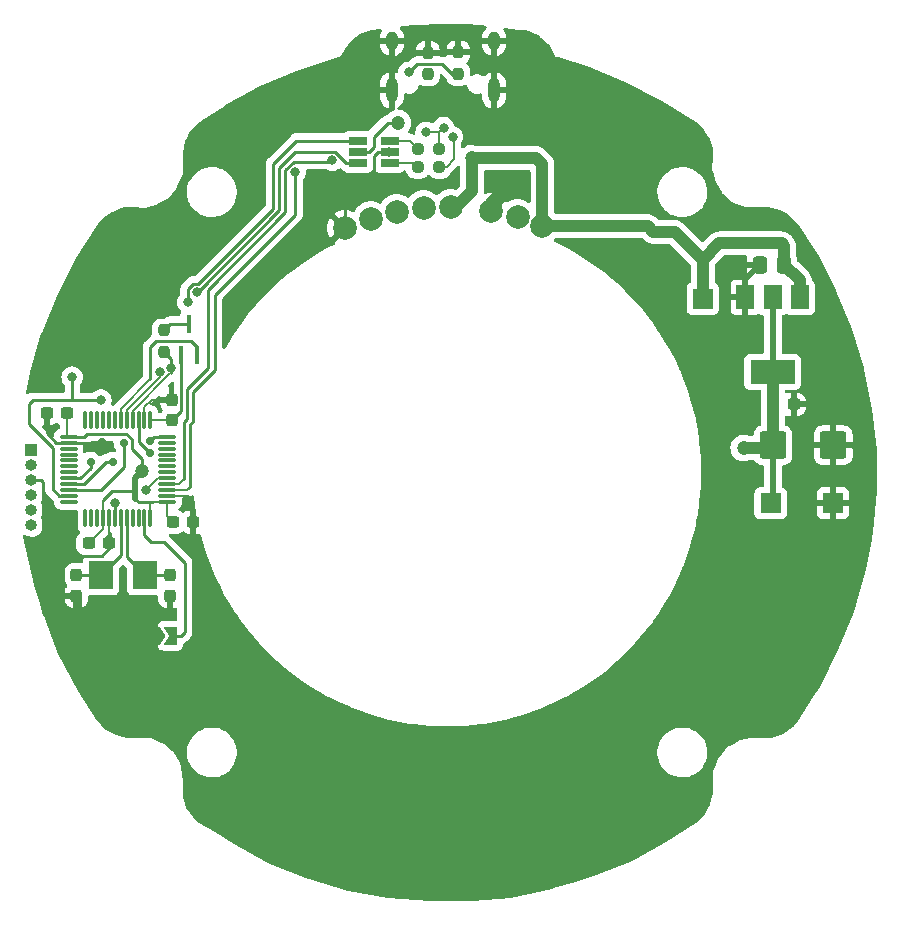
<source format=gbr>
%TF.GenerationSoftware,KiCad,Pcbnew,6.0.10*%
%TF.CreationDate,2023-03-13T17:30:16+03:00*%
%TF.ProjectId,Canon_manage,43616e6f-6e5f-46d6-916e-6167652e6b69,rev?*%
%TF.SameCoordinates,Original*%
%TF.FileFunction,Copper,L2,Bot*%
%TF.FilePolarity,Positive*%
%FSLAX46Y46*%
G04 Gerber Fmt 4.6, Leading zero omitted, Abs format (unit mm)*
G04 Created by KiCad (PCBNEW 6.0.10) date 2023-03-13 17:30:16*
%MOMM*%
%LPD*%
G01*
G04 APERTURE LIST*
G04 Aperture macros list*
%AMRoundRect*
0 Rectangle with rounded corners*
0 $1 Rounding radius*
0 $2 $3 $4 $5 $6 $7 $8 $9 X,Y pos of 4 corners*
0 Add a 4 corners polygon primitive as box body*
4,1,4,$2,$3,$4,$5,$6,$7,$8,$9,$2,$3,0*
0 Add four circle primitives for the rounded corners*
1,1,$1+$1,$2,$3*
1,1,$1+$1,$4,$5*
1,1,$1+$1,$6,$7*
1,1,$1+$1,$8,$9*
0 Add four rect primitives between the rounded corners*
20,1,$1+$1,$2,$3,$4,$5,0*
20,1,$1+$1,$4,$5,$6,$7,0*
20,1,$1+$1,$6,$7,$8,$9,0*
20,1,$1+$1,$8,$9,$2,$3,0*%
%AMFreePoly0*
4,1,6,1.000000,0.000000,0.500000,-0.750000,-0.500000,-0.750000,-0.500000,0.750000,0.500000,0.750000,1.000000,0.000000,1.000000,0.000000,$1*%
%AMFreePoly1*
4,1,6,0.500000,-0.750000,-0.650000,-0.750000,-0.150000,0.000000,-0.650000,0.750000,0.500000,0.750000,0.500000,-0.750000,0.500000,-0.750000,$1*%
G04 Aperture macros list end*
%TA.AperFunction,ComponentPad*%
%ADD10C,2.000000*%
%TD*%
%TA.AperFunction,ComponentPad*%
%ADD11O,1.000000X2.100000*%
%TD*%
%TA.AperFunction,ComponentPad*%
%ADD12O,1.000000X1.600000*%
%TD*%
%TA.AperFunction,ComponentPad*%
%ADD13R,1.700000X1.700000*%
%TD*%
%TA.AperFunction,ComponentPad*%
%ADD14R,1.000000X1.000000*%
%TD*%
%TA.AperFunction,ComponentPad*%
%ADD15O,1.000000X1.000000*%
%TD*%
%TA.AperFunction,SMDPad,CuDef*%
%ADD16RoundRect,0.237500X0.237500X-0.250000X0.237500X0.250000X-0.237500X0.250000X-0.237500X-0.250000X0*%
%TD*%
%TA.AperFunction,SMDPad,CuDef*%
%ADD17RoundRect,0.237500X0.300000X0.237500X-0.300000X0.237500X-0.300000X-0.237500X0.300000X-0.237500X0*%
%TD*%
%TA.AperFunction,SMDPad,CuDef*%
%ADD18FreePoly0,0.000000*%
%TD*%
%TA.AperFunction,SMDPad,CuDef*%
%ADD19FreePoly1,0.000000*%
%TD*%
%TA.AperFunction,SMDPad,CuDef*%
%ADD20R,0.450000X1.500000*%
%TD*%
%TA.AperFunction,SMDPad,CuDef*%
%ADD21RoundRect,0.237500X-0.237500X0.300000X-0.237500X-0.300000X0.237500X-0.300000X0.237500X0.300000X0*%
%TD*%
%TA.AperFunction,SMDPad,CuDef*%
%ADD22RoundRect,0.237500X0.250000X0.237500X-0.250000X0.237500X-0.250000X-0.237500X0.250000X-0.237500X0*%
%TD*%
%TA.AperFunction,SMDPad,CuDef*%
%ADD23RoundRect,0.237500X-0.300000X-0.237500X0.300000X-0.237500X0.300000X0.237500X-0.300000X0.237500X0*%
%TD*%
%TA.AperFunction,SMDPad,CuDef*%
%ADD24R,1.500000X2.000000*%
%TD*%
%TA.AperFunction,SMDPad,CuDef*%
%ADD25R,3.800000X2.000000*%
%TD*%
%TA.AperFunction,SMDPad,CuDef*%
%ADD26R,1.560000X0.650000*%
%TD*%
%TA.AperFunction,SMDPad,CuDef*%
%ADD27RoundRect,0.250000X0.337500X0.475000X-0.337500X0.475000X-0.337500X-0.475000X0.337500X-0.475000X0*%
%TD*%
%TA.AperFunction,SMDPad,CuDef*%
%ADD28RoundRect,0.237500X0.237500X-0.300000X0.237500X0.300000X-0.237500X0.300000X-0.237500X-0.300000X0*%
%TD*%
%TA.AperFunction,SMDPad,CuDef*%
%ADD29R,2.000000X2.400000*%
%TD*%
%TA.AperFunction,SMDPad,CuDef*%
%ADD30RoundRect,0.250000X-0.875000X-0.925000X0.875000X-0.925000X0.875000X0.925000X-0.875000X0.925000X0*%
%TD*%
%TA.AperFunction,SMDPad,CuDef*%
%ADD31RoundRect,0.075000X0.075000X-0.662500X0.075000X0.662500X-0.075000X0.662500X-0.075000X-0.662500X0*%
%TD*%
%TA.AperFunction,SMDPad,CuDef*%
%ADD32RoundRect,0.075000X0.662500X-0.075000X0.662500X0.075000X-0.662500X0.075000X-0.662500X-0.075000X0*%
%TD*%
%TA.AperFunction,ViaPad*%
%ADD33C,1.200000*%
%TD*%
%TA.AperFunction,ViaPad*%
%ADD34C,0.700000*%
%TD*%
%TA.AperFunction,ViaPad*%
%ADD35C,0.800000*%
%TD*%
%TA.AperFunction,Conductor*%
%ADD36C,0.250000*%
%TD*%
%TA.AperFunction,Conductor*%
%ADD37C,0.200000*%
%TD*%
%TA.AperFunction,Conductor*%
%ADD38C,1.000000*%
%TD*%
%TA.AperFunction,Conductor*%
%ADD39C,0.500000*%
%TD*%
G04 APERTURE END LIST*
D10*
%TO.P,J6,1,Pin_1*%
%TO.N,Net-(J6-Pad1)*%
X103980000Y-64570000D03*
%TD*%
%TO.P,J3,1,Pin_1*%
%TO.N,Net-(J3-Pad1)*%
X111930000Y-65330000D03*
%TD*%
%TO.P,J4,1,Pin_1*%
%TO.N,GND*%
X109640000Y-64820000D03*
%TD*%
%TO.P,J8,1,Pin_1*%
%TO.N,Net-(J8-Pad1)*%
X99500000Y-65500000D03*
%TD*%
%TO.P,J9,1,Pin_1*%
%TO.N,GND*%
X97310000Y-66260000D03*
%TD*%
D11*
%TO.P,J37,S1,SHIELD*%
%TO.N,GND*%
X101290000Y-54600000D03*
X109930000Y-54600000D03*
D12*
X109930000Y-50420000D03*
X101290000Y-50420000D03*
%TD*%
D10*
%TO.P,J2,1,Pin_1*%
%TO.N,/VBUS*%
X114040000Y-66090000D03*
%TD*%
%TO.P,J7,1,Pin_1*%
%TO.N,Net-(J7-Pad1)*%
X101700000Y-64910000D03*
%TD*%
%TO.P,J5,1,Pin_1*%
%TO.N,/VBUS*%
X106270000Y-64490000D03*
%TD*%
D13*
%TO.P,J35,1,Pin_1*%
%TO.N,GND*%
X138633200Y-89560400D03*
%TD*%
%TO.P,J26,1,Pin_1*%
%TO.N,/VBUS*%
X127609600Y-72237600D03*
%TD*%
D14*
%TO.P,J1,1,Pin_1*%
%TO.N,/SWCLK*%
X70764400Y-85039200D03*
D15*
%TO.P,J1,2,Pin_2*%
%TO.N,/SWDIO*%
X70764400Y-86309200D03*
%TO.P,J1,3,Pin_3*%
%TO.N,GND*%
X70764400Y-87579200D03*
%TO.P,J1,4,Pin_4*%
%TO.N,+3V3*%
X70764400Y-88849200D03*
%TO.P,J1,5,Pin_5*%
%TO.N,/BOOT0*%
X70764400Y-90119200D03*
%TO.P,J1,6,Pin_6*%
%TO.N,/NRST*%
X70764400Y-91389200D03*
%TD*%
D13*
%TO.P,J36,1,Pin_1*%
%TO.N,+3V3*%
X133350000Y-89560400D03*
%TD*%
D16*
%TO.P,R6,1*%
%TO.N,/CANH*%
X104343200Y-53238400D03*
%TO.P,R6,2*%
%TO.N,GND*%
X104343200Y-51413400D03*
%TD*%
D17*
%TO.P,C5,1*%
%TO.N,+3V3*%
X73784800Y-81965800D03*
%TO.P,C5,2*%
%TO.N,GND*%
X72059800Y-81965800D03*
%TD*%
D18*
%TO.P,JP1,1,A*%
%TO.N,GND*%
X81164600Y-100787200D03*
D19*
%TO.P,JP1,2,B*%
%TO.N,Net-(U1-Pad2)*%
X82614600Y-100787200D03*
%TD*%
D20*
%TO.P,Q1,1,B*%
%TO.N,/USB_PU*%
X84774800Y-77022000D03*
%TO.P,Q1,2,E*%
%TO.N,+3V3*%
X83474800Y-77022000D03*
%TO.P,Q1,3,C*%
%TO.N,Net-(Q1-Pad3)*%
X84124800Y-74362000D03*
%TD*%
D21*
%TO.P,C1,1*%
%TO.N,/OSC_IN*%
X82499200Y-95657500D03*
%TO.P,C1,2*%
%TO.N,GND*%
X82499200Y-97382500D03*
%TD*%
D22*
%TO.P,R7,1*%
%TO.N,/DP*%
X105306500Y-59563000D03*
%TO.P,R7,2*%
%TO.N,Net-(R7-Pad2)*%
X103481500Y-59563000D03*
%TD*%
D23*
%TO.P,C8,1*%
%TO.N,+3V3*%
X75618000Y-92938600D03*
%TO.P,C8,2*%
%TO.N,GND*%
X77343000Y-92938600D03*
%TD*%
D24*
%TO.P,U2,1,GND*%
%TO.N,GND*%
X131227800Y-72135600D03*
%TO.P,U2,2,VO*%
%TO.N,+3V3*%
X133527800Y-72135600D03*
D25*
X133527800Y-78435600D03*
D24*
%TO.P,U2,3,VI*%
%TO.N,/VBUS*%
X135827800Y-72135600D03*
%TD*%
D16*
%TO.P,R10,1*%
%TO.N,/USBDP*%
X81974800Y-76757200D03*
%TO.P,R10,2*%
%TO.N,Net-(Q1-Pad3)*%
X81974800Y-74932200D03*
%TD*%
D26*
%TO.P,U3,1,I/O1*%
%TO.N,Net-(R7-Pad2)*%
X101092000Y-58867000D03*
%TO.P,U3,2,GND*%
%TO.N,GND*%
X101092000Y-59817000D03*
%TO.P,U3,3,I/O2*%
%TO.N,Net-(R8-Pad2)*%
X101092000Y-60767000D03*
%TO.P,U3,4,I/O2*%
%TO.N,/USBDM*%
X98392000Y-60767000D03*
%TO.P,U3,5,VBUS*%
%TO.N,/VBUS*%
X98392000Y-59817000D03*
%TO.P,U3,6,I/O1*%
%TO.N,/USBDP*%
X98392000Y-58867000D03*
%TD*%
D22*
%TO.P,R8,1*%
%TO.N,/DM*%
X105306500Y-61087000D03*
%TO.P,R8,2*%
%TO.N,Net-(R8-Pad2)*%
X103481500Y-61087000D03*
%TD*%
D27*
%TO.P,C3,1*%
%TO.N,/VBUS*%
X134518400Y-69392800D03*
%TO.P,C3,2*%
%TO.N,GND*%
X132443400Y-69392800D03*
%TD*%
D28*
%TO.P,C4,1*%
%TO.N,+3V3*%
X82677000Y-82522400D03*
%TO.P,C4,2*%
%TO.N,GND*%
X82677000Y-80797400D03*
%TD*%
D16*
%TO.P,R9,1*%
%TO.N,/CANL*%
X106900000Y-53212500D03*
%TO.P,R9,2*%
%TO.N,GND*%
X106900000Y-51387500D03*
%TD*%
D23*
%TO.P,C6,1*%
%TO.N,+3V3*%
X82755400Y-91160600D03*
%TO.P,C6,2*%
%TO.N,GND*%
X84480400Y-91160600D03*
%TD*%
D29*
%TO.P,Y1,1,1*%
%TO.N,/OSC_IN*%
X80365600Y-95656400D03*
%TO.P,Y1,2,2*%
%TO.N,/OSC_OUT*%
X76665600Y-95656400D03*
%TD*%
D21*
%TO.P,C2,1*%
%TO.N,/OSC_OUT*%
X74574400Y-95657500D03*
%TO.P,C2,2*%
%TO.N,GND*%
X74574400Y-97382500D03*
%TD*%
D23*
%TO.P,C7,1*%
%TO.N,+3V3*%
X133580800Y-81203800D03*
%TO.P,C7,2*%
%TO.N,GND*%
X135305800Y-81203800D03*
%TD*%
D30*
%TO.P,C9,1*%
%TO.N,+3V3*%
X133558600Y-84658200D03*
%TO.P,C9,2*%
%TO.N,GND*%
X138658600Y-84658200D03*
%TD*%
D31*
%TO.P,U1,1,VBAT*%
%TO.N,+3V3*%
X80837500Y-90852500D03*
%TO.P,U1,2,PC13*%
%TO.N,Net-(U1-Pad2)*%
X80337500Y-90852500D03*
%TO.P,U1,3,PC14*%
%TO.N,unconnected-(U1-Pad3)*%
X79837500Y-90852500D03*
%TO.P,U1,4,PC15*%
%TO.N,unconnected-(U1-Pad4)*%
X79337500Y-90852500D03*
%TO.P,U1,5,PD0*%
%TO.N,/OSC_IN*%
X78837500Y-90852500D03*
%TO.P,U1,6,PD1*%
%TO.N,/OSC_OUT*%
X78337500Y-90852500D03*
%TO.P,U1,7,NRST*%
%TO.N,/NRST*%
X77837500Y-90852500D03*
%TO.P,U1,8,VSSA*%
%TO.N,GND*%
X77337500Y-90852500D03*
%TO.P,U1,9,VDDA*%
%TO.N,+3V3*%
X76837500Y-90852500D03*
%TO.P,U1,10,PA0*%
%TO.N,unconnected-(U1-Pad10)*%
X76337500Y-90852500D03*
%TO.P,U1,11,PA1*%
%TO.N,unconnected-(U1-Pad11)*%
X75837500Y-90852500D03*
%TO.P,U1,12,PA2*%
%TO.N,unconnected-(U1-Pad12)*%
X75337500Y-90852500D03*
D32*
%TO.P,U1,13,PA3*%
%TO.N,unconnected-(U1-Pad13)*%
X73925000Y-89440000D03*
%TO.P,U1,14,PA4*%
%TO.N,/L_DETECT*%
X73925000Y-88940000D03*
%TO.P,U1,15,PA5*%
%TO.N,/SPI_SCK*%
X73925000Y-88440000D03*
%TO.P,U1,16,PA6*%
%TO.N,/SPI_MISO*%
X73925000Y-87940000D03*
%TO.P,U1,17,PA7*%
%TO.N,/SPI_MOSI*%
X73925000Y-87440000D03*
%TO.P,U1,18,PB0*%
%TO.N,unconnected-(U1-Pad18)*%
X73925000Y-86940000D03*
%TO.P,U1,19,PB1*%
%TO.N,unconnected-(U1-Pad19)*%
X73925000Y-86440000D03*
%TO.P,U1,20,PB2*%
%TO.N,unconnected-(U1-Pad20)*%
X73925000Y-85940000D03*
%TO.P,U1,21,PB10*%
%TO.N,unconnected-(U1-Pad21)*%
X73925000Y-85440000D03*
%TO.P,U1,22,PB11*%
%TO.N,unconnected-(U1-Pad22)*%
X73925000Y-84940000D03*
%TO.P,U1,23,VSS*%
%TO.N,GND*%
X73925000Y-84440000D03*
%TO.P,U1,24,VDD*%
%TO.N,+3V3*%
X73925000Y-83940000D03*
D31*
%TO.P,U1,25,PB12*%
%TO.N,unconnected-(U1-Pad25)*%
X75337500Y-82527500D03*
%TO.P,U1,26,PB13*%
%TO.N,unconnected-(U1-Pad26)*%
X75837500Y-82527500D03*
%TO.P,U1,27,PB14*%
%TO.N,unconnected-(U1-Pad27)*%
X76337500Y-82527500D03*
%TO.P,U1,28,PB15*%
%TO.N,unconnected-(U1-Pad28)*%
X76837500Y-82527500D03*
%TO.P,U1,29,PA8*%
%TO.N,unconnected-(U1-Pad29)*%
X77337500Y-82527500D03*
%TO.P,U1,30,PA9*%
%TO.N,unconnected-(U1-Pad30)*%
X77837500Y-82527500D03*
%TO.P,U1,31,PA10*%
%TO.N,/USB_PU*%
X78337500Y-82527500D03*
%TO.P,U1,32,PA11*%
%TO.N,/USBDM*%
X78837500Y-82527500D03*
%TO.P,U1,33,PA12*%
%TO.N,/USBDP*%
X79337500Y-82527500D03*
%TO.P,U1,34,PA13*%
%TO.N,/SWDIO*%
X79837500Y-82527500D03*
%TO.P,U1,35,VSS*%
%TO.N,GND*%
X80337500Y-82527500D03*
%TO.P,U1,36,VDD*%
%TO.N,+3V3*%
X80837500Y-82527500D03*
D32*
%TO.P,U1,37,PA14*%
%TO.N,/SWCLK*%
X82250000Y-83940000D03*
%TO.P,U1,38,PA15*%
%TO.N,unconnected-(U1-Pad38)*%
X82250000Y-84440000D03*
%TO.P,U1,39,PB3*%
%TO.N,unconnected-(U1-Pad39)*%
X82250000Y-84940000D03*
%TO.P,U1,40,PB4*%
%TO.N,unconnected-(U1-Pad40)*%
X82250000Y-85440000D03*
%TO.P,U1,41,PB5*%
%TO.N,unconnected-(U1-Pad41)*%
X82250000Y-85940000D03*
%TO.P,U1,42,PB6*%
%TO.N,unconnected-(U1-Pad42)*%
X82250000Y-86440000D03*
%TO.P,U1,43,PB7*%
%TO.N,unconnected-(U1-Pad43)*%
X82250000Y-86940000D03*
%TO.P,U1,44,BOOT0*%
%TO.N,/BOOT0*%
X82250000Y-87440000D03*
%TO.P,U1,45,PB8*%
%TO.N,/CANRX*%
X82250000Y-87940000D03*
%TO.P,U1,46,PB9*%
%TO.N,/CANTX*%
X82250000Y-88440000D03*
%TO.P,U1,47,VSS*%
%TO.N,GND*%
X82250000Y-88940000D03*
%TO.P,U1,48,VDD*%
%TO.N,+3V3*%
X82250000Y-89440000D03*
%TD*%
D33*
%TO.N,GND*%
X109423200Y-115290600D03*
D34*
X76708000Y-84342100D03*
D33*
X99060000Y-56184800D03*
X112471200Y-62026800D03*
D35*
X72059800Y-81965800D03*
X138658600Y-84658200D03*
X77343000Y-92938600D03*
X82677000Y-80797400D03*
X101057965Y-59820647D03*
X131227800Y-72135600D03*
X74904600Y-99949000D03*
X72085200Y-79349600D03*
D33*
%TO.N,/VBUS*%
X108051600Y-60350400D03*
X101803200Y-57353200D03*
%TO.N,+3V3*%
X131064000Y-84886800D03*
X80162400Y-86842600D03*
D35*
X82677000Y-82522400D03*
%TO.N,/L_DETECT*%
X74218800Y-78892400D03*
X76657200Y-80822800D03*
D34*
%TO.N,/SPI_SCK*%
X78587600Y-84429600D03*
%TO.N,/SPI_MISO*%
X77673200Y-86044200D03*
%TO.N,/SPI_MOSI*%
X75773200Y-86044200D03*
%TO.N,/SWCLK*%
X80822800Y-84277200D03*
%TO.N,/SWDIO*%
X80822800Y-85344000D03*
D35*
%TO.N,/BOOT0*%
X80445588Y-88464412D03*
%TO.N,/NRST*%
X77825600Y-89560400D03*
%TO.N,/DP*%
X104190800Y-58166000D03*
X105660500Y-57759600D03*
%TO.N,/DM*%
X106426000Y-58547000D03*
%TO.N,/USBDM*%
X84747700Y-71678800D03*
X81635600Y-78486000D03*
%TO.N,/USBDP*%
X84023200Y-72542400D03*
X82550000Y-78079600D03*
%TO.N,/CANRX*%
X96250961Y-60507339D03*
%TO.N,/CANTX*%
X93116400Y-61518800D03*
%TO.N,/CANL*%
X102721437Y-53082163D03*
X106900000Y-53212500D03*
%TO.N,/CANH*%
X104343200Y-53238400D03*
%TD*%
D36*
%TO.N,/OSC_IN*%
X78837500Y-94128300D02*
X80365600Y-95656400D01*
X82499200Y-95657500D02*
X80366700Y-95657500D01*
X80366700Y-95657500D02*
X80365600Y-95656400D01*
X78837500Y-90852500D02*
X78837500Y-94128300D01*
D37*
%TO.N,GND*%
X84480400Y-102019600D02*
X84480400Y-91160600D01*
D38*
X109640000Y-64172200D02*
X111785400Y-62026800D01*
D37*
X109423200Y-115290600D02*
X116789200Y-115290600D01*
X82250000Y-88940000D02*
X84012400Y-88940000D01*
D36*
X104343200Y-51413400D02*
X106874100Y-51413400D01*
D39*
X131227800Y-70608400D02*
X132443400Y-69392800D01*
D36*
X75742800Y-100787200D02*
X74904600Y-99949000D01*
D37*
X77337500Y-90852500D02*
X77337500Y-92933100D01*
D39*
X138658600Y-84658200D02*
X138658600Y-89535000D01*
D36*
X77343000Y-93395800D02*
X76708000Y-94030800D01*
X71780400Y-92608400D02*
X73202800Y-94030800D01*
X70764400Y-87579200D02*
X71577200Y-87579200D01*
D37*
X84012400Y-88940000D02*
X84480400Y-89408000D01*
D36*
X71577200Y-87579200D02*
X71780400Y-87782400D01*
D37*
X138633200Y-93446600D02*
X138633200Y-89560400D01*
D36*
X82499200Y-98348800D02*
X81762600Y-99085400D01*
D38*
X97310000Y-66260000D02*
X97476600Y-66260000D01*
D37*
X81164600Y-102664600D02*
X81500000Y-103000000D01*
X81500000Y-103000000D02*
X83500000Y-103000000D01*
D39*
X131227800Y-72135600D02*
X131227800Y-70608400D01*
X137693400Y-81203800D02*
X138658600Y-82169000D01*
D36*
X74904600Y-99085400D02*
X74904600Y-99949000D01*
X72059800Y-83616800D02*
X72883000Y-84440000D01*
X81164600Y-100787200D02*
X75742800Y-100787200D01*
X106874100Y-51413400D02*
X106900000Y-51387500D01*
X99771200Y-60198000D02*
X99771200Y-61620400D01*
X74574400Y-97382500D02*
X74904600Y-97712700D01*
D37*
X80337500Y-82527500D02*
X80337500Y-81407300D01*
D36*
X76610100Y-84440000D02*
X76708000Y-84342100D01*
X99771200Y-61620400D02*
X97310000Y-64081600D01*
D37*
X116789200Y-115290600D02*
X138633200Y-93446600D01*
D39*
X138658600Y-89535000D02*
X138633200Y-89560400D01*
D36*
X74904600Y-97712700D02*
X74904600Y-99085400D01*
X100152200Y-59817000D02*
X99771200Y-60198000D01*
X97310000Y-64081600D02*
X97310000Y-66260000D01*
X73925000Y-84440000D02*
X76610100Y-84440000D01*
X71780400Y-87782400D02*
X71780400Y-92608400D01*
D37*
X77337500Y-92933100D02*
X77343000Y-92938600D01*
D36*
X81762600Y-99085400D02*
X74904600Y-99085400D01*
D38*
X109640000Y-64820000D02*
X109640000Y-64172200D01*
D37*
X80337500Y-81407300D02*
X80947400Y-80797400D01*
D36*
X101092000Y-59817000D02*
X100152200Y-59817000D01*
D38*
X111785400Y-62026800D02*
X112471200Y-62026800D01*
D37*
X83500000Y-103000000D02*
X84480400Y-102019600D01*
D39*
X138658600Y-82169000D02*
X138658600Y-84658200D01*
D36*
X77343000Y-92938600D02*
X77343000Y-93395800D01*
D37*
X80947400Y-80797400D02*
X82677000Y-80797400D01*
X84480400Y-89408000D02*
X84480400Y-91160600D01*
D36*
X72059800Y-81965800D02*
X72059800Y-83616800D01*
D39*
X135305800Y-81203800D02*
X137693400Y-81203800D01*
D36*
X73202800Y-94030800D02*
X76708000Y-94030800D01*
D37*
X81164600Y-100787200D02*
X81164600Y-102664600D01*
D36*
X72883000Y-84440000D02*
X73925000Y-84440000D01*
X82499200Y-97382500D02*
X82499200Y-98348800D01*
%TO.N,/OSC_OUT*%
X78337500Y-90852500D02*
X78337500Y-93984500D01*
X74574400Y-95657500D02*
X76664500Y-95657500D01*
X78337500Y-93984500D02*
X76665600Y-95656400D01*
X76664500Y-95657500D02*
X76665600Y-95656400D01*
%TO.N,/VBUS*%
X98392000Y-59817000D02*
X99339400Y-59817000D01*
D38*
X113512600Y-60350400D02*
X108051600Y-60350400D01*
X108051600Y-63169800D02*
X108051600Y-60350400D01*
X114040000Y-66090000D02*
X114040000Y-60877800D01*
X134518400Y-67792600D02*
X134289800Y-67564000D01*
D36*
X101803200Y-57353200D02*
X100939600Y-57353200D01*
D38*
X127609600Y-68961000D02*
X125222000Y-66573400D01*
X127609600Y-68961000D02*
X127609600Y-72237600D01*
D36*
X99339400Y-59817000D02*
X99771200Y-59385200D01*
X100939600Y-57353200D02*
X99771200Y-58521600D01*
D38*
X106731400Y-64490000D02*
X108051600Y-63169800D01*
X114040000Y-60877800D02*
X113512600Y-60350400D01*
X135827800Y-72135600D02*
X135827800Y-70702200D01*
X123418600Y-66573400D02*
X122935200Y-66090000D01*
X106270000Y-64490000D02*
X106731400Y-64490000D01*
X135827800Y-70702200D02*
X134518400Y-69392800D01*
X122935200Y-66090000D02*
X114040000Y-66090000D01*
D36*
X99771200Y-59385200D02*
X99771200Y-58521600D01*
D38*
X134289800Y-67564000D02*
X129006600Y-67564000D01*
X129006600Y-67564000D02*
X127609600Y-68961000D01*
X125222000Y-66573400D02*
X123418600Y-66573400D01*
X134518400Y-69392800D02*
X134518400Y-67792600D01*
D39*
%TO.N,+3V3*%
X80162400Y-86842600D02*
X79578200Y-87426800D01*
D36*
X78790800Y-83667600D02*
X79262600Y-84139400D01*
D38*
X133558600Y-84658200D02*
X133558600Y-81226000D01*
X133330000Y-84886800D02*
X133558600Y-84658200D01*
D36*
X77825600Y-88544400D02*
X77622400Y-88544400D01*
X77622400Y-88544400D02*
X76837500Y-89329300D01*
X80162400Y-85852000D02*
X80162400Y-86842600D01*
X79262600Y-84139400D02*
X79262600Y-84952200D01*
X79578200Y-89179400D02*
X79838800Y-89440000D01*
D38*
X131064000Y-84886800D02*
X133330000Y-84886800D01*
D37*
X76837500Y-91767700D02*
X76837500Y-90852500D01*
D38*
X133580800Y-78488600D02*
X133527800Y-78435600D01*
D37*
X75666600Y-92938600D02*
X76837500Y-91767700D01*
X82250000Y-89440000D02*
X81044800Y-89440000D01*
D38*
X133558600Y-81226000D02*
X133580800Y-81203800D01*
D37*
X80837500Y-82527500D02*
X82671900Y-82527500D01*
D39*
X79578200Y-87426800D02*
X79578200Y-88544400D01*
D36*
X75488800Y-83667600D02*
X78790800Y-83667600D01*
X79262600Y-84952200D02*
X80162400Y-85852000D01*
D39*
X133558600Y-84658200D02*
X133558600Y-89351800D01*
X133558600Y-89351800D02*
X133350000Y-89560400D01*
D37*
X76837500Y-89329300D02*
X76837500Y-90852500D01*
X73784800Y-83799800D02*
X73925000Y-83940000D01*
D39*
X133527800Y-72135600D02*
X133527800Y-78435600D01*
D37*
X81044800Y-89440000D02*
X80837500Y-89647300D01*
D36*
X75216400Y-83940000D02*
X75488800Y-83667600D01*
X83474800Y-81724600D02*
X82677000Y-82522400D01*
X79838800Y-89440000D02*
X81044800Y-89440000D01*
D37*
X80837500Y-89647300D02*
X80837500Y-90852500D01*
X75618000Y-92938600D02*
X75666600Y-92938600D01*
D36*
X73925000Y-83940000D02*
X75216400Y-83940000D01*
D37*
X82250000Y-90655200D02*
X82755400Y-91160600D01*
D39*
X79578200Y-88544400D02*
X79578200Y-89179400D01*
D36*
X83474800Y-77022000D02*
X83474800Y-81724600D01*
D38*
X133580800Y-81203800D02*
X133580800Y-78488600D01*
D37*
X82250000Y-89440000D02*
X82250000Y-90655200D01*
X73784800Y-81965800D02*
X73784800Y-83799800D01*
D36*
X79578200Y-88544400D02*
X77825600Y-88544400D01*
%TO.N,/L_DETECT*%
X74218800Y-80822800D02*
X70916800Y-80822800D01*
X73122494Y-88940000D02*
X72567800Y-88385306D01*
X71374000Y-83718400D02*
X72567800Y-84912200D01*
X73925000Y-88940000D02*
X73122494Y-88940000D01*
X70535800Y-82880200D02*
X71374000Y-83718400D01*
X72567800Y-88385306D02*
X72567800Y-84912200D01*
X74218800Y-78892400D02*
X74218800Y-80822800D01*
X70535800Y-81203800D02*
X70535800Y-82880200D01*
X76657200Y-80822800D02*
X74218800Y-80822800D01*
X70916800Y-80822800D02*
X70535800Y-81203800D01*
%TO.N,/SPI_SCK*%
X73925000Y-88440000D02*
X76660000Y-88440000D01*
X78587600Y-86512400D02*
X78587600Y-84429600D01*
X76660000Y-88440000D02*
X78587600Y-86512400D01*
%TO.N,/SPI_MISO*%
X77100000Y-86044200D02*
X75204200Y-87940000D01*
X77673200Y-86044200D02*
X77100000Y-86044200D01*
X75204200Y-87940000D02*
X73925000Y-87940000D01*
%TO.N,/SPI_MOSI*%
X74916800Y-87440000D02*
X75773200Y-86583600D01*
X75773200Y-86583600D02*
X75773200Y-86044200D01*
X73925000Y-87440000D02*
X74916800Y-87440000D01*
%TO.N,/SWCLK*%
X82250000Y-83940000D02*
X81160000Y-83940000D01*
X81160000Y-83940000D02*
X80822800Y-84277200D01*
%TO.N,/SWDIO*%
X80822800Y-85344000D02*
X79837500Y-84358700D01*
X79837500Y-84358700D02*
X79837500Y-82527500D01*
D37*
%TO.N,/BOOT0*%
X81470000Y-87440000D02*
X80445588Y-88464412D01*
X82250000Y-87440000D02*
X81470000Y-87440000D01*
D36*
%TO.N,/NRST*%
X77837500Y-89572300D02*
X77825600Y-89560400D01*
X77837500Y-90852500D02*
X77837500Y-89572300D01*
D37*
%TO.N,/DP*%
X105306500Y-59563000D02*
X105306500Y-58113600D01*
X104190800Y-58166000D02*
X105254100Y-58166000D01*
X105306500Y-58113600D02*
X105660500Y-57759600D01*
X105254100Y-58166000D02*
X105660500Y-57759600D01*
%TO.N,/DM*%
X106553000Y-60452000D02*
X106553000Y-58674000D01*
X105306500Y-61087000D02*
X105918000Y-61087000D01*
X106553000Y-58674000D02*
X106426000Y-58547000D01*
X105918000Y-61087000D02*
X106553000Y-60452000D01*
%TO.N,Net-(R7-Pad2)*%
X102785500Y-58867000D02*
X103481500Y-59563000D01*
X101092000Y-58867000D02*
X102785500Y-58867000D01*
%TO.N,Net-(R8-Pad2)*%
X103481500Y-61087000D02*
X103161500Y-60767000D01*
X103161500Y-60767000D02*
X101092000Y-60767000D01*
D36*
%TO.N,/USBDM*%
X91744800Y-61214000D02*
X91744800Y-64770000D01*
X84836000Y-71678800D02*
X84747700Y-71678800D01*
D37*
X78837500Y-81662500D02*
X78837500Y-82527500D01*
X81635600Y-78864400D02*
X78837500Y-81662500D01*
D36*
X98392000Y-60767000D02*
X97393800Y-60767000D01*
X96469200Y-59842400D02*
X93116400Y-59842400D01*
X91744800Y-64770000D02*
X84836000Y-71678800D01*
D37*
X81635600Y-78864400D02*
X81635600Y-78486000D01*
D36*
X97393800Y-60767000D02*
X96469200Y-59842400D01*
X93116400Y-59842400D02*
X91744800Y-61214000D01*
%TO.N,/USBDP*%
X84480400Y-70967600D02*
X84023200Y-71424800D01*
X91236800Y-64617600D02*
X84886800Y-70967600D01*
X82550000Y-78079600D02*
X82550000Y-77332400D01*
X84023200Y-71424800D02*
X84023200Y-72542400D01*
X84886800Y-70967600D02*
X84480400Y-70967600D01*
X82550000Y-77332400D02*
X81974800Y-76757200D01*
D37*
X79337500Y-82527500D02*
X79337500Y-81723900D01*
D36*
X91236800Y-60830596D02*
X91236800Y-64617600D01*
X98392000Y-58867000D02*
X93200395Y-58867000D01*
D37*
X79337500Y-81723900D02*
X82410300Y-78651100D01*
D36*
X82550000Y-78511400D02*
X82550000Y-78079600D01*
X93200395Y-58867000D02*
X91236800Y-60830596D01*
D37*
X82550000Y-78511400D02*
X82410300Y-78651100D01*
D36*
%TO.N,/USB_PU*%
X81330800Y-75844400D02*
X84277200Y-75844400D01*
D37*
X78337500Y-82527500D02*
X78337500Y-81562500D01*
D36*
X84774800Y-76342000D02*
X84774800Y-77022000D01*
X80850000Y-79050000D02*
X80850000Y-76325200D01*
X84277200Y-75844400D02*
X84774800Y-76342000D01*
X80850000Y-76325200D02*
X81330800Y-75844400D01*
D37*
X78337500Y-81562500D02*
X80850000Y-79050000D01*
D36*
%TO.N,Net-(Q1-Pad3)*%
X84124800Y-74362000D02*
X82545000Y-74362000D01*
X82545000Y-74362000D02*
X81974800Y-74932200D01*
%TO.N,/CANRX*%
X92278200Y-61391800D02*
X92278200Y-64947800D01*
X83972400Y-82397600D02*
X83718400Y-82651600D01*
X85750400Y-71475600D02*
X85750400Y-78130400D01*
X83972400Y-79908400D02*
X83972400Y-82397600D01*
X83718400Y-82651600D02*
X83718400Y-87477600D01*
X92278200Y-64947800D02*
X85750400Y-71475600D01*
D37*
X83256000Y-87940000D02*
X83718400Y-87477600D01*
D36*
X85750400Y-78130400D02*
X83972400Y-79908400D01*
D37*
X82250000Y-87940000D02*
X83256000Y-87940000D01*
D36*
X96103100Y-60655200D02*
X93014800Y-60655200D01*
X96250961Y-60507339D02*
X96103100Y-60655200D01*
X93014800Y-60655200D02*
X92278200Y-61391800D01*
%TO.N,/CANTX*%
X84429600Y-82651600D02*
X84226400Y-82854800D01*
X93116400Y-65125600D02*
X93116400Y-61518800D01*
X84226400Y-88138000D02*
X84124800Y-88239600D01*
D37*
X83924400Y-88440000D02*
X84124800Y-88239600D01*
D36*
X86309200Y-71932800D02*
X93116400Y-65125600D01*
X84226400Y-82854800D02*
X84226400Y-88138000D01*
X86309200Y-78282800D02*
X84429600Y-80162400D01*
X86309200Y-71932800D02*
X86309200Y-78282800D01*
D37*
X82250000Y-88440000D02*
X83924400Y-88440000D01*
D36*
X84429600Y-80162400D02*
X84429600Y-82651600D01*
%TO.N,/CANL*%
X105562400Y-52374800D02*
X103428800Y-52374800D01*
X106900000Y-53212500D02*
X106400100Y-53212500D01*
X103428800Y-52374800D02*
X102721437Y-53082163D01*
X106400100Y-53212500D02*
X105562400Y-52374800D01*
%TO.N,Net-(U1-Pad2)*%
X83769200Y-94589600D02*
X81991200Y-92811600D01*
X81991200Y-92811600D02*
X80924400Y-92811600D01*
X80337500Y-92224700D02*
X80337500Y-90852500D01*
X82614600Y-100787200D02*
X83464400Y-100787200D01*
X80924400Y-92811600D02*
X80337500Y-92224700D01*
X83464400Y-100787200D02*
X83769200Y-100482400D01*
X83769200Y-100482400D02*
X83769200Y-94589600D01*
%TD*%
%TA.AperFunction,Conductor*%
%TO.N,GND*%
G36*
X107231877Y-49029835D02*
G01*
X109069568Y-49115491D01*
X109078558Y-49116233D01*
X109208636Y-49131679D01*
X109273923Y-49159574D01*
X109313765Y-49218338D01*
X109315512Y-49289313D01*
X109278610Y-49349965D01*
X109272731Y-49354996D01*
X109226133Y-49392462D01*
X109217368Y-49401046D01*
X109098222Y-49543039D01*
X109091292Y-49553159D01*
X109001998Y-49715585D01*
X108997166Y-49726858D01*
X108941120Y-49903538D01*
X108938570Y-49915532D01*
X108922393Y-50059761D01*
X108922000Y-50066785D01*
X108922000Y-50147885D01*
X108926475Y-50163124D01*
X108927865Y-50164329D01*
X108935548Y-50166000D01*
X110919885Y-50166000D01*
X110935124Y-50161525D01*
X110936329Y-50160135D01*
X110938000Y-50152452D01*
X110938000Y-50073343D01*
X110937699Y-50067195D01*
X110924188Y-49929397D01*
X110921805Y-49917362D01*
X110868233Y-49739924D01*
X110863559Y-49728584D01*
X110776540Y-49564923D01*
X110769748Y-49554700D01*
X110752115Y-49533080D01*
X110724561Y-49467649D01*
X110736757Y-49397707D01*
X110784829Y-49345462D01*
X110853516Y-49327501D01*
X110864609Y-49328323D01*
X111982887Y-49461118D01*
X112582257Y-49532292D01*
X112592343Y-49533907D01*
X112906559Y-49597368D01*
X112937964Y-49608176D01*
X113800483Y-50039436D01*
X113828371Y-50058433D01*
X113946164Y-50164329D01*
X114529882Y-50689097D01*
X114556272Y-50722486D01*
X114976249Y-51492830D01*
X114980570Y-51503488D01*
X114981200Y-51503212D01*
X114984806Y-51511433D01*
X114987209Y-51520082D01*
X114991943Y-51527709D01*
X114991944Y-51527710D01*
X115017340Y-51568620D01*
X115020908Y-51574746D01*
X115028766Y-51589160D01*
X115033391Y-51595354D01*
X115039474Y-51604276D01*
X115059293Y-51636204D01*
X115059297Y-51636209D01*
X115064030Y-51643833D01*
X115071487Y-51650516D01*
X115088355Y-51668965D01*
X115088472Y-51669121D01*
X115093845Y-51676317D01*
X115129516Y-51703150D01*
X115137867Y-51710012D01*
X115172497Y-51741050D01*
X115180594Y-51744924D01*
X115181519Y-51745367D01*
X115202875Y-51758333D01*
X115210246Y-51763877D01*
X115218642Y-51767042D01*
X115218645Y-51767043D01*
X115252106Y-51779654D01*
X115262044Y-51783895D01*
X115273455Y-51789355D01*
X115290947Y-51794609D01*
X115299121Y-51797374D01*
X115346544Y-51815248D01*
X115355499Y-51815929D01*
X115364261Y-51817872D01*
X115364210Y-51818100D01*
X115377179Y-51820512D01*
X117816233Y-52553154D01*
X117828885Y-52557703D01*
X120992061Y-53889710D01*
X120999491Y-53893127D01*
X124167617Y-55476511D01*
X124178334Y-55482538D01*
X127073014Y-57301810D01*
X127088003Y-57312855D01*
X127197001Y-57406354D01*
X127572001Y-57728031D01*
X127596230Y-57755965D01*
X128088647Y-58528952D01*
X128103913Y-58552916D01*
X128115241Y-58575369D01*
X128453095Y-59453573D01*
X128473148Y-59505699D01*
X128481550Y-59550940D01*
X128481550Y-60564003D01*
X128479799Y-60584935D01*
X128422336Y-60926035D01*
X128406166Y-61022017D01*
X128406069Y-61022585D01*
X128391103Y-61108316D01*
X128392103Y-61117235D01*
X128392103Y-61117237D01*
X128394438Y-61138060D01*
X128395185Y-61155207D01*
X128394468Y-61184271D01*
X128403098Y-61216731D01*
X128403414Y-61218119D01*
X128403573Y-61219537D01*
X128414503Y-61259633D01*
X128431891Y-61325039D01*
X128432558Y-61326141D01*
X128432905Y-61327140D01*
X128538191Y-61713377D01*
X128650311Y-62124688D01*
X128653239Y-62142508D01*
X128654395Y-62148158D01*
X128654929Y-62157117D01*
X128657956Y-62165566D01*
X128657957Y-62165569D01*
X128670921Y-62201749D01*
X128673871Y-62211118D01*
X128677154Y-62223161D01*
X128678935Y-62227277D01*
X128683910Y-62238776D01*
X128686885Y-62246305D01*
X128692680Y-62262477D01*
X128695003Y-62266745D01*
X128695006Y-62266751D01*
X128697203Y-62270786D01*
X128702176Y-62280989D01*
X128720349Y-62322989D01*
X128726083Y-62329896D01*
X128727819Y-62331987D01*
X128741538Y-62352227D01*
X128836145Y-62526016D01*
X129204221Y-63202159D01*
X129209274Y-63212549D01*
X129227068Y-63253852D01*
X129232789Y-63260766D01*
X129232791Y-63260769D01*
X129264280Y-63298823D01*
X129268199Y-63303811D01*
X129301220Y-63348091D01*
X129308392Y-63353493D01*
X129308393Y-63353494D01*
X129338817Y-63376409D01*
X129346573Y-63382749D01*
X129488739Y-63508719D01*
X130071171Y-64024798D01*
X130074747Y-64027967D01*
X130080548Y-64033445D01*
X130118024Y-64071150D01*
X130137275Y-64081766D01*
X130159752Y-64094161D01*
X130168253Y-64099296D01*
X130208262Y-64125670D01*
X130245769Y-64137204D01*
X130263264Y-64142584D01*
X130269360Y-64144631D01*
X130788310Y-64333760D01*
X131156323Y-64467881D01*
X131166727Y-64472209D01*
X131199222Y-64487465D01*
X131207350Y-64491281D01*
X131237886Y-64496036D01*
X131262758Y-64499909D01*
X131269296Y-64501105D01*
X131315397Y-64510798D01*
X131315399Y-64510798D01*
X131324183Y-64512645D01*
X131372875Y-64508876D01*
X131382598Y-64508500D01*
X133066913Y-64508500D01*
X133093304Y-64511295D01*
X134120832Y-64731398D01*
X134154753Y-64743976D01*
X134802247Y-65096979D01*
X134909978Y-65155712D01*
X134924037Y-65163377D01*
X134952820Y-65184908D01*
X135144923Y-65377008D01*
X135506292Y-65738372D01*
X135686610Y-65918688D01*
X135703395Y-65939480D01*
X137258501Y-68350075D01*
X137340606Y-68477348D01*
X137346813Y-68488099D01*
X138917108Y-71546546D01*
X138926529Y-71564895D01*
X138931013Y-71574625D01*
X140247906Y-74785054D01*
X140262768Y-74821287D01*
X140266882Y-74832904D01*
X141246316Y-78098597D01*
X141262925Y-78153976D01*
X141265905Y-78166046D01*
X141444321Y-79080649D01*
X141931909Y-81580131D01*
X141933355Y-81589351D01*
X142349265Y-85080550D01*
X142350150Y-85095455D01*
X142350150Y-88495170D01*
X142349585Y-88507091D01*
X142017767Y-91998590D01*
X142015999Y-92010803D01*
X141909676Y-92555630D01*
X141391279Y-95212030D01*
X141350009Y-95423506D01*
X141347836Y-95432764D01*
X141016400Y-96638209D01*
X140434019Y-98756349D01*
X140429095Y-98770780D01*
X139100953Y-102007270D01*
X139096475Y-102016985D01*
X137514804Y-105097590D01*
X137509396Y-105107084D01*
X136958908Y-105982979D01*
X135688267Y-108004722D01*
X135677206Y-108019730D01*
X135342912Y-108409284D01*
X135247683Y-108520254D01*
X135226184Y-108540092D01*
X134441848Y-109110630D01*
X134404752Y-109129173D01*
X133498552Y-109407738D01*
X133461530Y-109413300D01*
X131935625Y-109413300D01*
X131929582Y-109412948D01*
X131924324Y-109411556D01*
X131915355Y-109411787D01*
X131915353Y-109411787D01*
X131858296Y-109413258D01*
X131855049Y-109413300D01*
X131828137Y-109413300D01*
X131823703Y-109413935D01*
X131821837Y-109414068D01*
X131817796Y-109414264D01*
X131817305Y-109414315D01*
X131812442Y-109414440D01*
X131807658Y-109415312D01*
X131807655Y-109415312D01*
X131786395Y-109419186D01*
X131781672Y-109419954D01*
X131729349Y-109427447D01*
X131729346Y-109427448D01*
X131720463Y-109428720D01*
X131713318Y-109431969D01*
X131703526Y-109434286D01*
X131218647Y-109522641D01*
X130881242Y-109584123D01*
X130866242Y-109585934D01*
X130850922Y-109586857D01*
X130840200Y-109587503D01*
X130840198Y-109587503D01*
X130831241Y-109588043D01*
X130769587Y-109610178D01*
X130766990Y-109611077D01*
X130735226Y-109621691D01*
X130704206Y-109632056D01*
X130696833Y-109637176D01*
X130672044Y-109654390D01*
X130660494Y-109661520D01*
X129891902Y-110080544D01*
X129770376Y-110146798D01*
X129767134Y-110148505D01*
X129709038Y-110178020D01*
X129702497Y-110184169D01*
X129702496Y-110184170D01*
X129682085Y-110203359D01*
X129671167Y-110212517D01*
X129641732Y-110234496D01*
X129636337Y-110241668D01*
X129636335Y-110241670D01*
X129600569Y-110289218D01*
X129599276Y-110290906D01*
X129487620Y-110434242D01*
X129207831Y-110793417D01*
X129050367Y-110995558D01*
X129033973Y-111012697D01*
X129033128Y-111013656D01*
X129026303Y-111019478D01*
X129000351Y-111059083D01*
X128994364Y-111067452D01*
X128988160Y-111075416D01*
X128981606Y-111086876D01*
X128979848Y-111089949D01*
X128975866Y-111096447D01*
X128964961Y-111113088D01*
X128962954Y-111117515D01*
X128961090Y-111121626D01*
X128955706Y-111132156D01*
X128934155Y-111169835D01*
X128931269Y-111181884D01*
X128923496Y-111204554D01*
X128614745Y-111885614D01*
X128529932Y-112072698D01*
X128529229Y-112074221D01*
X128502583Y-112130974D01*
X128502581Y-112130981D01*
X128498769Y-112139100D01*
X128497389Y-112147964D01*
X128497388Y-112147967D01*
X128493866Y-112170589D01*
X128490340Y-112186435D01*
X128483939Y-112208413D01*
X128483938Y-112208418D01*
X128481429Y-112217034D01*
X128481439Y-112226010D01*
X128481550Y-112325687D01*
X128481550Y-114078531D01*
X128478287Y-114107021D01*
X128256745Y-115061443D01*
X128246737Y-115089240D01*
X128087863Y-115407426D01*
X127838046Y-115907750D01*
X127826873Y-115930126D01*
X127798462Y-115967469D01*
X127080750Y-116613755D01*
X127064772Y-116625979D01*
X124505799Y-118277283D01*
X124497398Y-118282253D01*
X121956632Y-119655009D01*
X121425557Y-119941944D01*
X121410878Y-119948697D01*
X118173652Y-121193256D01*
X118164666Y-121196327D01*
X116521278Y-121689680D01*
X114918130Y-122170953D01*
X114827152Y-122198265D01*
X114817929Y-122200658D01*
X111411279Y-122948063D01*
X111396550Y-122950390D01*
X108045200Y-123278070D01*
X107997560Y-123282728D01*
X107985299Y-123283326D01*
X104493876Y-123283326D01*
X104481902Y-123282756D01*
X100984128Y-122948854D01*
X100974932Y-122947633D01*
X97567924Y-122366937D01*
X97552852Y-122363403D01*
X94231032Y-121365782D01*
X94222075Y-121362721D01*
X90983858Y-120118291D01*
X90969125Y-120111511D01*
X90655538Y-119941944D01*
X87894182Y-118448788D01*
X87887060Y-118444630D01*
X86278531Y-117433213D01*
X84985005Y-116619865D01*
X84970153Y-116608932D01*
X84469807Y-116180731D01*
X84449851Y-116159133D01*
X83932445Y-115447834D01*
X83879186Y-115374616D01*
X83860671Y-115337615D01*
X83770477Y-115045035D01*
X83580941Y-114430197D01*
X83575350Y-114393080D01*
X83575350Y-112954028D01*
X83575497Y-112951820D01*
X83576100Y-112949679D01*
X83575356Y-112873778D01*
X83575350Y-112872543D01*
X83575350Y-112845387D01*
X83575103Y-112843658D01*
X83575070Y-112842853D01*
X83575051Y-112842635D01*
X83575003Y-112837766D01*
X83569754Y-112806099D01*
X83569331Y-112803357D01*
X83561203Y-112746600D01*
X83561202Y-112746598D01*
X83559930Y-112737713D01*
X83558016Y-112733504D01*
X83556936Y-112728772D01*
X83551409Y-112695425D01*
X83405771Y-111816818D01*
X83404298Y-111803716D01*
X83402504Y-111773639D01*
X83401970Y-111764679D01*
X83382264Y-111709680D01*
X83380766Y-111705238D01*
X83364322Y-111653277D01*
X83364321Y-111653276D01*
X83361614Y-111644721D01*
X83356615Y-111637271D01*
X83356612Y-111637265D01*
X83336564Y-111607388D01*
X83330527Y-111597426D01*
X82895174Y-110797703D01*
X83940743Y-110797703D01*
X83978268Y-111082734D01*
X84054129Y-111360036D01*
X84055813Y-111363984D01*
X84161696Y-111612221D01*
X84166923Y-111624476D01*
X84180882Y-111647799D01*
X84282039Y-111816820D01*
X84314561Y-111871161D01*
X84494313Y-112095528D01*
X84702851Y-112293423D01*
X84936317Y-112461186D01*
X84940112Y-112463195D01*
X84940113Y-112463196D01*
X84961869Y-112474715D01*
X85190392Y-112595712D01*
X85460373Y-112694511D01*
X85741264Y-112755755D01*
X85769841Y-112758004D01*
X85964282Y-112773307D01*
X85964291Y-112773307D01*
X85966739Y-112773500D01*
X86122271Y-112773500D01*
X86124407Y-112773354D01*
X86124418Y-112773354D01*
X86332548Y-112759165D01*
X86332554Y-112759164D01*
X86336825Y-112758873D01*
X86341020Y-112758004D01*
X86341022Y-112758004D01*
X86482178Y-112728772D01*
X86618342Y-112700574D01*
X86889343Y-112604607D01*
X87144812Y-112472750D01*
X87148313Y-112470289D01*
X87148317Y-112470287D01*
X87353862Y-112325827D01*
X87380023Y-112307441D01*
X87590622Y-112111740D01*
X87772713Y-111889268D01*
X87922927Y-111644142D01*
X87925787Y-111637628D01*
X88036757Y-111384830D01*
X88038483Y-111380898D01*
X88117244Y-111104406D01*
X88157751Y-110819784D01*
X88157845Y-110801951D01*
X88157867Y-110797703D01*
X123770743Y-110797703D01*
X123808268Y-111082734D01*
X123884129Y-111360036D01*
X123885813Y-111363984D01*
X123991696Y-111612221D01*
X123996923Y-111624476D01*
X124010882Y-111647799D01*
X124112039Y-111816820D01*
X124144561Y-111871161D01*
X124324313Y-112095528D01*
X124532851Y-112293423D01*
X124766317Y-112461186D01*
X124770112Y-112463195D01*
X124770113Y-112463196D01*
X124791869Y-112474715D01*
X125020392Y-112595712D01*
X125290373Y-112694511D01*
X125571264Y-112755755D01*
X125599841Y-112758004D01*
X125794282Y-112773307D01*
X125794291Y-112773307D01*
X125796739Y-112773500D01*
X125952271Y-112773500D01*
X125954407Y-112773354D01*
X125954418Y-112773354D01*
X126162548Y-112759165D01*
X126162554Y-112759164D01*
X126166825Y-112758873D01*
X126171020Y-112758004D01*
X126171022Y-112758004D01*
X126312178Y-112728772D01*
X126448342Y-112700574D01*
X126719343Y-112604607D01*
X126974812Y-112472750D01*
X126978313Y-112470289D01*
X126978317Y-112470287D01*
X127183862Y-112325827D01*
X127210023Y-112307441D01*
X127420622Y-112111740D01*
X127602713Y-111889268D01*
X127752927Y-111644142D01*
X127755787Y-111637628D01*
X127866757Y-111384830D01*
X127868483Y-111380898D01*
X127947244Y-111104406D01*
X127987751Y-110819784D01*
X127987845Y-110801951D01*
X127989235Y-110536583D01*
X127989235Y-110536576D01*
X127989257Y-110532297D01*
X127976178Y-110432948D01*
X127952292Y-110251522D01*
X127951732Y-110247266D01*
X127939721Y-110203359D01*
X127915989Y-110116611D01*
X127875871Y-109969964D01*
X127860139Y-109933081D01*
X127764763Y-109709476D01*
X127764761Y-109709472D01*
X127763077Y-109705524D01*
X127680691Y-109567867D01*
X127617643Y-109462521D01*
X127617640Y-109462517D01*
X127615439Y-109458839D01*
X127435687Y-109234472D01*
X127227149Y-109036577D01*
X126993683Y-108868814D01*
X126971843Y-108857250D01*
X126948654Y-108844972D01*
X126739608Y-108734288D01*
X126469627Y-108635489D01*
X126188736Y-108574245D01*
X126157685Y-108571801D01*
X125965718Y-108556693D01*
X125965709Y-108556693D01*
X125963261Y-108556500D01*
X125807729Y-108556500D01*
X125805593Y-108556646D01*
X125805582Y-108556646D01*
X125597452Y-108570835D01*
X125597446Y-108570836D01*
X125593175Y-108571127D01*
X125588980Y-108571996D01*
X125588978Y-108571996D01*
X125474047Y-108595797D01*
X125311658Y-108629426D01*
X125040657Y-108725393D01*
X124785188Y-108857250D01*
X124781687Y-108859711D01*
X124781683Y-108859713D01*
X124771594Y-108866804D01*
X124549977Y-109022559D01*
X124534892Y-109036577D01*
X124344295Y-109213691D01*
X124339378Y-109218260D01*
X124157287Y-109440732D01*
X124007073Y-109685858D01*
X124005347Y-109689791D01*
X124005346Y-109689792D01*
X123904939Y-109918526D01*
X123891517Y-109949102D01*
X123890342Y-109953229D01*
X123890341Y-109953230D01*
X123872187Y-110016960D01*
X123812756Y-110225594D01*
X123772249Y-110510216D01*
X123772227Y-110514505D01*
X123772226Y-110514512D01*
X123770772Y-110792094D01*
X123770743Y-110797703D01*
X88157867Y-110797703D01*
X88159235Y-110536583D01*
X88159235Y-110536576D01*
X88159257Y-110532297D01*
X88146178Y-110432948D01*
X88122292Y-110251522D01*
X88121732Y-110247266D01*
X88109721Y-110203359D01*
X88085989Y-110116611D01*
X88045871Y-109969964D01*
X88030139Y-109933081D01*
X87934763Y-109709476D01*
X87934761Y-109709472D01*
X87933077Y-109705524D01*
X87850691Y-109567867D01*
X87787643Y-109462521D01*
X87787640Y-109462517D01*
X87785439Y-109458839D01*
X87605687Y-109234472D01*
X87397149Y-109036577D01*
X87163683Y-108868814D01*
X87141843Y-108857250D01*
X87118654Y-108844972D01*
X86909608Y-108734288D01*
X86639627Y-108635489D01*
X86358736Y-108574245D01*
X86327685Y-108571801D01*
X86135718Y-108556693D01*
X86135709Y-108556693D01*
X86133261Y-108556500D01*
X85977729Y-108556500D01*
X85975593Y-108556646D01*
X85975582Y-108556646D01*
X85767452Y-108570835D01*
X85767446Y-108570836D01*
X85763175Y-108571127D01*
X85758980Y-108571996D01*
X85758978Y-108571996D01*
X85644047Y-108595797D01*
X85481658Y-108629426D01*
X85210657Y-108725393D01*
X84955188Y-108857250D01*
X84951687Y-108859711D01*
X84951683Y-108859713D01*
X84941594Y-108866804D01*
X84719977Y-109022559D01*
X84704892Y-109036577D01*
X84514295Y-109213691D01*
X84509378Y-109218260D01*
X84327287Y-109440732D01*
X84177073Y-109685858D01*
X84175347Y-109689791D01*
X84175346Y-109689792D01*
X84074939Y-109918526D01*
X84061517Y-109949102D01*
X84060342Y-109953229D01*
X84060341Y-109953230D01*
X84042187Y-110016960D01*
X83982756Y-110225594D01*
X83942249Y-110510216D01*
X83942227Y-110514505D01*
X83942226Y-110514512D01*
X83940772Y-110792094D01*
X83940743Y-110797703D01*
X82895174Y-110797703D01*
X82843938Y-110703585D01*
X82842382Y-110700634D01*
X82815496Y-110647972D01*
X82815495Y-110647971D01*
X82811416Y-110639981D01*
X82805260Y-110633459D01*
X82805258Y-110633456D01*
X82786342Y-110613416D01*
X82776966Y-110602253D01*
X82761048Y-110580908D01*
X82755679Y-110573708D01*
X82720060Y-110546880D01*
X82701419Y-110532839D01*
X82699993Y-110531749D01*
X81993268Y-109983488D01*
X81978261Y-109969145D01*
X81975460Y-109966670D01*
X81969645Y-109959837D01*
X81962144Y-109954909D01*
X81962140Y-109954905D01*
X81928925Y-109933081D01*
X81920883Y-109927334D01*
X81918069Y-109925151D01*
X81912388Y-109920744D01*
X81908498Y-109918529D01*
X81908493Y-109918526D01*
X81903044Y-109915424D01*
X81899090Y-109913173D01*
X81892256Y-109908989D01*
X81876110Y-109898380D01*
X81871679Y-109896365D01*
X81871674Y-109896362D01*
X81866373Y-109893951D01*
X81856202Y-109888756D01*
X81825662Y-109871369D01*
X81825660Y-109871368D01*
X81817861Y-109866928D01*
X81806967Y-109864342D01*
X81783905Y-109856445D01*
X80916332Y-109461863D01*
X80914961Y-109461229D01*
X80909871Y-109458839D01*
X80849550Y-109430519D01*
X80818448Y-109425676D01*
X80802458Y-109422108D01*
X80780851Y-109415787D01*
X80780850Y-109415787D01*
X80772236Y-109413267D01*
X80763259Y-109413266D01*
X80763258Y-109413266D01*
X80626930Y-109413252D01*
X80626579Y-109413252D01*
X80626466Y-109413285D01*
X80626257Y-109413300D01*
X78910929Y-109413300D01*
X78882619Y-109410078D01*
X78872471Y-109407738D01*
X77927143Y-109189766D01*
X77899111Y-109179688D01*
X77060006Y-108760137D01*
X77022731Y-108731763D01*
X76374995Y-108012581D01*
X76362723Y-107996536D01*
X74712638Y-105437363D01*
X74707691Y-105428998D01*
X73048141Y-102358775D01*
X73041386Y-102344102D01*
X72522194Y-100994542D01*
X71795362Y-99105255D01*
X71792274Y-99096219D01*
X71791242Y-99092776D01*
X71382149Y-97728766D01*
X73591400Y-97728766D01*
X73591737Y-97735282D01*
X73601475Y-97829132D01*
X73604368Y-97842528D01*
X73654888Y-97993953D01*
X73661053Y-98007115D01*
X73744826Y-98142492D01*
X73753860Y-98153890D01*
X73866529Y-98266363D01*
X73877940Y-98275375D01*
X74013463Y-98358912D01*
X74026641Y-98365056D01*
X74178166Y-98415315D01*
X74191532Y-98418181D01*
X74284170Y-98427672D01*
X74290585Y-98428000D01*
X74302285Y-98428000D01*
X74317524Y-98423525D01*
X74318729Y-98422135D01*
X74320400Y-98414452D01*
X74320400Y-97654615D01*
X74315925Y-97639376D01*
X74314535Y-97638171D01*
X74306852Y-97636500D01*
X73609515Y-97636500D01*
X73594276Y-97640975D01*
X73593071Y-97642365D01*
X73591400Y-97650048D01*
X73591400Y-97728766D01*
X71382149Y-97728766D01*
X71014420Y-96502675D01*
X70791778Y-95760335D01*
X70789402Y-95751176D01*
X70049925Y-92385418D01*
X70054843Y-92314592D01*
X70097272Y-92257668D01*
X70163741Y-92232720D01*
X70234461Y-92248392D01*
X70358694Y-92317824D01*
X70546792Y-92378940D01*
X70743177Y-92402358D01*
X70749312Y-92401886D01*
X70749314Y-92401886D01*
X70934230Y-92387657D01*
X70934234Y-92387656D01*
X70940372Y-92387184D01*
X71130863Y-92333998D01*
X71136367Y-92331218D01*
X71136369Y-92331217D01*
X71301895Y-92247604D01*
X71301897Y-92247603D01*
X71307396Y-92244825D01*
X71463247Y-92123061D01*
X71570687Y-91998590D01*
X71588449Y-91978013D01*
X71588450Y-91978011D01*
X71592478Y-91973345D01*
X71690169Y-91801379D01*
X71752597Y-91613713D01*
X71777385Y-91417495D01*
X71777780Y-91389200D01*
X71758480Y-91192367D01*
X71701316Y-91003031D01*
X71608466Y-90828404D01*
X71604567Y-90823624D01*
X71604115Y-90822943D01*
X71583076Y-90755135D01*
X71599505Y-90690975D01*
X71687123Y-90536742D01*
X71687125Y-90536737D01*
X71690169Y-90531379D01*
X71752597Y-90343713D01*
X71777385Y-90147495D01*
X71777780Y-90119200D01*
X71758480Y-89922367D01*
X71701316Y-89733031D01*
X71608466Y-89558404D01*
X71604567Y-89553624D01*
X71604115Y-89552943D01*
X71583076Y-89485135D01*
X71599505Y-89420975D01*
X71687123Y-89266742D01*
X71687125Y-89266737D01*
X71690169Y-89261379D01*
X71752597Y-89073713D01*
X71777385Y-88877495D01*
X71777780Y-88849200D01*
X71768756Y-88757164D01*
X71782016Y-88687417D01*
X71830878Y-88635910D01*
X71899831Y-88618997D01*
X71966981Y-88642047D01*
X72004572Y-88684173D01*
X72005329Y-88685550D01*
X72008248Y-88692923D01*
X72012904Y-88699332D01*
X72012906Y-88699335D01*
X72034236Y-88728693D01*
X72040752Y-88738613D01*
X72063258Y-88776668D01*
X72077579Y-88790989D01*
X72090419Y-88806022D01*
X72102328Y-88822413D01*
X72117605Y-88835051D01*
X72136393Y-88850594D01*
X72145174Y-88858584D01*
X72618847Y-89332258D01*
X72626381Y-89340537D01*
X72630494Y-89347018D01*
X72639081Y-89355081D01*
X72639252Y-89355242D01*
X72640881Y-89358014D01*
X72641325Y-89358551D01*
X72641238Y-89358623D01*
X72675218Y-89416454D01*
X72679000Y-89447093D01*
X72679000Y-89553244D01*
X72694019Y-89667324D01*
X72752814Y-89809268D01*
X72846343Y-89931157D01*
X72852893Y-89936183D01*
X72852894Y-89936184D01*
X72907288Y-89977922D01*
X72968233Y-90024686D01*
X73110176Y-90083481D01*
X73162928Y-90090426D01*
X73220169Y-90097962D01*
X73220170Y-90097962D01*
X73224256Y-90098500D01*
X74553000Y-90098500D01*
X74621121Y-90118502D01*
X74667614Y-90172158D01*
X74679000Y-90224500D01*
X74679000Y-91553244D01*
X74694019Y-91667324D01*
X74752814Y-91809268D01*
X74846343Y-91931157D01*
X74851598Y-91935190D01*
X74885262Y-91996838D01*
X74880197Y-92067653D01*
X74851314Y-92112638D01*
X74733746Y-92230412D01*
X74733742Y-92230417D01*
X74728571Y-92235597D01*
X74724731Y-92241827D01*
X74724730Y-92241828D01*
X74653974Y-92356616D01*
X74637291Y-92383680D01*
X74582526Y-92548791D01*
X74581826Y-92555627D01*
X74581825Y-92555630D01*
X74576549Y-92607126D01*
X74572000Y-92651528D01*
X74572000Y-93225672D01*
X74572337Y-93228918D01*
X74572337Y-93228922D01*
X74582074Y-93322759D01*
X74582793Y-93329693D01*
X74584974Y-93336229D01*
X74584974Y-93336231D01*
X74627969Y-93465102D01*
X74637846Y-93494707D01*
X74729384Y-93642631D01*
X74734566Y-93647804D01*
X74847316Y-93760358D01*
X74847321Y-93760362D01*
X74852497Y-93765529D01*
X74858727Y-93769369D01*
X74858728Y-93769370D01*
X74974103Y-93840488D01*
X75000580Y-93856809D01*
X75165691Y-93911574D01*
X75197422Y-93914825D01*
X75263149Y-93941666D01*
X75303931Y-93999781D01*
X75306819Y-94070719D01*
X75285405Y-94115734D01*
X75214985Y-94209695D01*
X75163855Y-94346084D01*
X75157100Y-94408266D01*
X75157100Y-94511463D01*
X75137098Y-94579584D01*
X75083442Y-94626077D01*
X75013168Y-94636181D01*
X74991437Y-94631057D01*
X74964209Y-94622026D01*
X74957373Y-94621326D01*
X74957370Y-94621325D01*
X74905874Y-94616049D01*
X74861472Y-94611500D01*
X74287328Y-94611500D01*
X74284082Y-94611837D01*
X74284078Y-94611837D01*
X74190165Y-94621581D01*
X74190161Y-94621582D01*
X74183307Y-94622293D01*
X74176771Y-94624474D01*
X74176769Y-94624474D01*
X74101182Y-94649692D01*
X74018293Y-94677346D01*
X73870369Y-94768884D01*
X73865196Y-94774066D01*
X73752642Y-94886816D01*
X73752638Y-94886821D01*
X73747471Y-94891997D01*
X73743631Y-94898227D01*
X73743630Y-94898228D01*
X73663716Y-95027873D01*
X73656191Y-95040080D01*
X73601426Y-95205191D01*
X73590900Y-95307928D01*
X73590900Y-96007072D01*
X73591237Y-96010318D01*
X73591237Y-96010322D01*
X73592671Y-96024138D01*
X73601693Y-96111093D01*
X73656746Y-96276107D01*
X73748284Y-96424031D01*
X73753465Y-96429203D01*
X73755539Y-96431273D01*
X73756505Y-96433038D01*
X73758013Y-96434941D01*
X73757687Y-96435199D01*
X73789619Y-96493554D01*
X73784618Y-96564375D01*
X73755692Y-96609470D01*
X73753036Y-96612131D01*
X73744025Y-96623540D01*
X73660488Y-96759063D01*
X73654344Y-96772241D01*
X73604085Y-96923766D01*
X73601219Y-96937132D01*
X73591728Y-97029770D01*
X73591400Y-97036185D01*
X73591400Y-97110385D01*
X73595875Y-97125624D01*
X73597265Y-97126829D01*
X73604948Y-97128500D01*
X74702400Y-97128500D01*
X74770521Y-97148502D01*
X74817014Y-97202158D01*
X74828400Y-97254500D01*
X74828400Y-98409885D01*
X74832875Y-98425124D01*
X74834265Y-98426329D01*
X74841948Y-98428000D01*
X74858166Y-98428000D01*
X74864682Y-98427663D01*
X74958532Y-98417925D01*
X74971928Y-98415032D01*
X75123353Y-98364512D01*
X75136515Y-98358347D01*
X75271892Y-98274574D01*
X75283290Y-98265540D01*
X75395763Y-98152871D01*
X75404775Y-98141460D01*
X75488312Y-98005937D01*
X75494456Y-97992759D01*
X75544715Y-97841234D01*
X75547581Y-97827868D01*
X75557072Y-97735230D01*
X75557400Y-97728815D01*
X75557400Y-97490900D01*
X75577402Y-97422779D01*
X75631058Y-97376286D01*
X75683400Y-97364900D01*
X77713734Y-97364900D01*
X77775916Y-97358145D01*
X77912305Y-97307015D01*
X78028861Y-97219661D01*
X78116215Y-97103105D01*
X78167345Y-96966716D01*
X78174100Y-96904534D01*
X78174100Y-95095994D01*
X78194102Y-95027873D01*
X78211005Y-95006899D01*
X78426505Y-94791399D01*
X78488817Y-94757373D01*
X78559632Y-94762438D01*
X78604695Y-94791399D01*
X78820195Y-95006899D01*
X78854221Y-95069211D01*
X78857100Y-95095994D01*
X78857100Y-96904534D01*
X78863855Y-96966716D01*
X78914985Y-97103105D01*
X79002339Y-97219661D01*
X79118895Y-97307015D01*
X79255284Y-97358145D01*
X79317466Y-97364900D01*
X81390200Y-97364900D01*
X81458321Y-97384902D01*
X81504814Y-97438558D01*
X81516200Y-97490900D01*
X81516200Y-97728766D01*
X81516537Y-97735282D01*
X81526275Y-97829132D01*
X81529168Y-97842528D01*
X81579688Y-97993953D01*
X81585853Y-98007115D01*
X81669626Y-98142492D01*
X81678660Y-98153890D01*
X81791329Y-98266363D01*
X81802740Y-98275375D01*
X81938263Y-98358912D01*
X81951441Y-98365056D01*
X82102966Y-98415315D01*
X82116332Y-98418181D01*
X82208970Y-98427672D01*
X82215385Y-98428000D01*
X82227085Y-98428000D01*
X82242324Y-98423525D01*
X82243529Y-98422135D01*
X82245200Y-98414452D01*
X82245200Y-97254500D01*
X82265202Y-97186379D01*
X82318858Y-97139886D01*
X82371200Y-97128500D01*
X82627200Y-97128500D01*
X82695321Y-97148502D01*
X82741814Y-97202158D01*
X82753200Y-97254500D01*
X82753200Y-98409885D01*
X82757675Y-98425124D01*
X82759065Y-98426329D01*
X82766748Y-98428000D01*
X82782966Y-98428000D01*
X82789482Y-98427663D01*
X82883332Y-98417925D01*
X82896728Y-98415032D01*
X82969824Y-98390645D01*
X83040773Y-98388061D01*
X83101857Y-98424244D01*
X83133682Y-98487709D01*
X83135700Y-98510169D01*
X83135700Y-99397471D01*
X83115698Y-99465592D01*
X83062042Y-99512085D01*
X83009700Y-99523471D01*
X81964600Y-99523471D01*
X81962087Y-99523672D01*
X81962086Y-99523672D01*
X81889955Y-99529440D01*
X81889953Y-99529440D01*
X81882955Y-99530000D01*
X81743367Y-99573548D01*
X81621703Y-99654657D01*
X81527818Y-99766758D01*
X81524214Y-99775013D01*
X81524212Y-99775017D01*
X81472924Y-99892508D01*
X81469318Y-99900769D01*
X81450944Y-100045832D01*
X81474182Y-100190196D01*
X81537152Y-100322166D01*
X81800580Y-100717308D01*
X81821724Y-100785083D01*
X81800580Y-100857092D01*
X81540931Y-101246566D01*
X81537152Y-101252234D01*
X81497296Y-101323789D01*
X81456100Y-101464089D01*
X81456100Y-101610311D01*
X81458638Y-101618954D01*
X81458638Y-101618955D01*
X81479538Y-101690132D01*
X81497296Y-101750611D01*
X81502167Y-101758190D01*
X81571478Y-101866041D01*
X81571480Y-101866044D01*
X81576350Y-101873621D01*
X81583160Y-101879522D01*
X81680045Y-101963474D01*
X81680048Y-101963476D01*
X81686857Y-101969376D01*
X81819866Y-102030119D01*
X81964600Y-102050929D01*
X83114600Y-102050929D01*
X83156518Y-102047931D01*
X83180973Y-102046182D01*
X83180974Y-102046182D01*
X83187711Y-102045700D01*
X83301740Y-102012218D01*
X83319365Y-102007043D01*
X83319367Y-102007042D01*
X83328011Y-102004504D01*
X83391855Y-101963474D01*
X83443441Y-101930322D01*
X83443444Y-101930320D01*
X83451021Y-101925450D01*
X83495931Y-101873621D01*
X83540874Y-101821755D01*
X83540876Y-101821752D01*
X83546776Y-101814943D01*
X83607519Y-101681934D01*
X83628329Y-101537200D01*
X83628329Y-101493703D01*
X83648331Y-101425582D01*
X83704288Y-101378066D01*
X83710379Y-101375430D01*
X83717993Y-101373218D01*
X83735428Y-101362907D01*
X83753176Y-101354212D01*
X83772017Y-101346752D01*
X83794347Y-101330529D01*
X83807787Y-101320764D01*
X83817707Y-101314248D01*
X83848935Y-101295780D01*
X83848938Y-101295778D01*
X83855762Y-101291742D01*
X83870083Y-101277421D01*
X83885117Y-101264580D01*
X83895094Y-101257331D01*
X83901507Y-101252672D01*
X83929698Y-101218595D01*
X83937688Y-101209816D01*
X84161447Y-100986057D01*
X84169737Y-100978513D01*
X84176218Y-100974400D01*
X84222859Y-100924732D01*
X84225613Y-100921891D01*
X84245334Y-100902170D01*
X84247812Y-100898975D01*
X84255518Y-100889953D01*
X84280358Y-100863501D01*
X84285786Y-100857721D01*
X84295546Y-100839968D01*
X84306399Y-100823445D01*
X84313953Y-100813706D01*
X84318813Y-100807441D01*
X84336376Y-100766857D01*
X84341583Y-100756227D01*
X84362895Y-100717460D01*
X84364866Y-100709783D01*
X84364868Y-100709778D01*
X84367932Y-100697842D01*
X84374338Y-100679130D01*
X84379233Y-100667819D01*
X84382381Y-100660545D01*
X84383621Y-100652717D01*
X84383623Y-100652710D01*
X84389299Y-100616876D01*
X84391705Y-100605256D01*
X84400728Y-100570111D01*
X84400728Y-100570110D01*
X84402700Y-100562430D01*
X84402700Y-100542176D01*
X84404251Y-100522465D01*
X84406180Y-100510286D01*
X84407420Y-100502457D01*
X84403259Y-100458438D01*
X84402700Y-100446581D01*
X84402700Y-94668368D01*
X84403227Y-94657185D01*
X84404902Y-94649692D01*
X84404110Y-94624474D01*
X84402762Y-94581602D01*
X84402700Y-94577644D01*
X84402700Y-94549744D01*
X84402196Y-94545753D01*
X84401263Y-94533911D01*
X84401126Y-94529532D01*
X84399874Y-94489711D01*
X84397662Y-94482097D01*
X84397661Y-94482092D01*
X84394223Y-94470259D01*
X84390212Y-94450895D01*
X84388667Y-94438664D01*
X84387674Y-94430803D01*
X84384757Y-94423436D01*
X84384756Y-94423431D01*
X84371398Y-94389692D01*
X84367554Y-94378465D01*
X84360428Y-94353940D01*
X84355218Y-94336007D01*
X84344907Y-94318572D01*
X84336212Y-94300824D01*
X84328752Y-94281983D01*
X84302764Y-94246213D01*
X84296248Y-94236293D01*
X84277780Y-94205065D01*
X84277778Y-94205062D01*
X84273742Y-94198238D01*
X84259421Y-94183917D01*
X84246580Y-94168883D01*
X84239331Y-94158906D01*
X84234672Y-94152493D01*
X84200595Y-94124302D01*
X84191816Y-94116312D01*
X82494852Y-92419347D01*
X82487312Y-92411061D01*
X82483200Y-92404582D01*
X82437802Y-92361950D01*
X82401836Y-92300738D01*
X82404673Y-92229798D01*
X82445413Y-92171654D01*
X82511121Y-92144765D01*
X82524054Y-92144100D01*
X83104972Y-92144100D01*
X83108218Y-92143763D01*
X83108222Y-92143763D01*
X83202135Y-92134019D01*
X83202139Y-92134018D01*
X83208993Y-92133307D01*
X83215529Y-92131126D01*
X83215531Y-92131126D01*
X83367059Y-92080572D01*
X83374007Y-92078254D01*
X83521931Y-91986716D01*
X83529174Y-91979461D01*
X83530938Y-91978495D01*
X83532841Y-91976987D01*
X83533099Y-91977313D01*
X83591454Y-91945381D01*
X83662275Y-91950382D01*
X83707370Y-91979308D01*
X83710031Y-91981964D01*
X83721440Y-91990975D01*
X83856963Y-92074512D01*
X83870141Y-92080656D01*
X84021666Y-92130915D01*
X84035032Y-92133781D01*
X84127670Y-92143272D01*
X84134085Y-92143600D01*
X84208285Y-92143600D01*
X84223524Y-92139125D01*
X84224729Y-92137735D01*
X84226400Y-92130052D01*
X84226400Y-90195715D01*
X84221925Y-90180476D01*
X84220535Y-90179271D01*
X84212852Y-90177600D01*
X84134134Y-90177600D01*
X84127618Y-90177937D01*
X84033768Y-90187675D01*
X84020372Y-90190568D01*
X83868947Y-90241088D01*
X83855785Y-90247253D01*
X83720408Y-90331026D01*
X83709006Y-90340064D01*
X83707333Y-90341739D01*
X83705907Y-90342519D01*
X83703273Y-90344607D01*
X83702916Y-90344156D01*
X83645051Y-90375819D01*
X83574231Y-90370816D01*
X83529146Y-90341899D01*
X83526085Y-90338844D01*
X83520903Y-90333671D01*
X83372820Y-90242391D01*
X83284424Y-90213071D01*
X83226065Y-90172642D01*
X83198828Y-90107078D01*
X83211361Y-90037196D01*
X83247388Y-89993517D01*
X83322104Y-89936185D01*
X83328657Y-89931157D01*
X83333686Y-89924604D01*
X83404347Y-89832515D01*
X83422186Y-89809267D01*
X83480981Y-89667324D01*
X83496000Y-89553244D01*
X83496000Y-89326756D01*
X83480981Y-89212676D01*
X83482266Y-89212507D01*
X83482265Y-89167434D01*
X83480493Y-89167201D01*
X83481696Y-89158060D01*
X83482265Y-89156774D01*
X83482265Y-89156419D01*
X83483708Y-89151033D01*
X83484688Y-89151296D01*
X83510416Y-89093131D01*
X83569679Y-89054037D01*
X83606619Y-89048500D01*
X83876264Y-89048500D01*
X83892707Y-89049578D01*
X83924400Y-89053750D01*
X83932589Y-89052672D01*
X83964274Y-89048501D01*
X83964284Y-89048500D01*
X83964285Y-89048500D01*
X84072510Y-89034252D01*
X84075063Y-89033916D01*
X84075064Y-89033916D01*
X84083251Y-89032838D01*
X84231276Y-88971524D01*
X84239859Y-88964938D01*
X84326460Y-88898487D01*
X84326465Y-88898483D01*
X84326472Y-88898477D01*
X84326475Y-88898474D01*
X84352969Y-88878144D01*
X84419187Y-88852545D01*
X84488736Y-88866810D01*
X84539532Y-88916411D01*
X84554981Y-88964937D01*
X84575279Y-89158060D01*
X84623828Y-89619974D01*
X84625360Y-89634554D01*
X84625549Y-89635833D01*
X84625550Y-89635842D01*
X84651917Y-89814400D01*
X84729904Y-90342519D01*
X84733048Y-90363813D01*
X84734400Y-90382220D01*
X84734400Y-92125485D01*
X84738875Y-92140724D01*
X84740265Y-92141929D01*
X84747948Y-92143600D01*
X84826666Y-92143600D01*
X84833182Y-92143263D01*
X84927032Y-92133525D01*
X84940430Y-92130631D01*
X84952405Y-92126636D01*
X85023355Y-92124050D01*
X85084439Y-92160233D01*
X85114953Y-92217385D01*
X85121389Y-92244825D01*
X85131089Y-92286179D01*
X85131606Y-92288385D01*
X85373926Y-93156280D01*
X85479761Y-93482005D01*
X85629904Y-93944097D01*
X85652378Y-94013266D01*
X85652830Y-94014482D01*
X85652833Y-94014490D01*
X85941763Y-94791399D01*
X85966472Y-94857840D01*
X85980830Y-94891997D01*
X86314411Y-95685554D01*
X86315658Y-95688521D01*
X86316220Y-95689716D01*
X86316227Y-95689731D01*
X86484300Y-96046904D01*
X86699323Y-96503850D01*
X87116794Y-97302398D01*
X87567338Y-98082764D01*
X87568047Y-98083882D01*
X87568059Y-98083901D01*
X87953744Y-98691642D01*
X88050166Y-98843578D01*
X88050918Y-98844661D01*
X88050926Y-98844672D01*
X88522843Y-99523672D01*
X88564429Y-99583506D01*
X89109226Y-100301250D01*
X89110048Y-100302243D01*
X89110057Y-100302255D01*
X89622665Y-100921891D01*
X89683602Y-100995551D01*
X89684478Y-100996524D01*
X89684485Y-100996532D01*
X90051049Y-101403642D01*
X90286548Y-101665190D01*
X90917007Y-102308994D01*
X90917956Y-102309885D01*
X90917965Y-102309894D01*
X91572912Y-102924930D01*
X91572925Y-102924942D01*
X91573872Y-102925831D01*
X92255992Y-103514621D01*
X92637971Y-103817374D01*
X92961136Y-104073512D01*
X92961158Y-104073529D01*
X92962169Y-104074330D01*
X92963219Y-104075093D01*
X92963235Y-104075105D01*
X93690087Y-104603194D01*
X93691165Y-104603977D01*
X93692261Y-104604705D01*
X93692278Y-104604717D01*
X94434112Y-105097590D01*
X94441701Y-105102632D01*
X95212460Y-105569420D01*
X95213592Y-105570042D01*
X95213607Y-105570051D01*
X95729245Y-105853525D01*
X96002090Y-106003523D01*
X96809206Y-106404179D01*
X97632391Y-106770684D01*
X97921556Y-106885173D01*
X98468958Y-107101905D01*
X98468980Y-107101913D01*
X98470202Y-107102397D01*
X98471471Y-107102839D01*
X98471482Y-107102843D01*
X99319885Y-107398288D01*
X99321169Y-107398735D01*
X99322448Y-107399121D01*
X99322466Y-107399127D01*
X100182516Y-107658792D01*
X100182532Y-107658796D01*
X100183799Y-107659179D01*
X100185082Y-107659508D01*
X100185102Y-107659514D01*
X101055303Y-107882943D01*
X101055319Y-107882947D01*
X101056578Y-107883270D01*
X101570904Y-107992593D01*
X101936704Y-108070347D01*
X101936721Y-108070350D01*
X101937976Y-108070617D01*
X102826446Y-108220891D01*
X102827755Y-108221056D01*
X102827766Y-108221058D01*
X103283290Y-108278604D01*
X103720429Y-108333827D01*
X104618357Y-108409228D01*
X105518656Y-108446962D01*
X106419744Y-108446962D01*
X107320043Y-108409228D01*
X108217971Y-108333827D01*
X108655110Y-108278604D01*
X109110634Y-108221058D01*
X109110645Y-108221056D01*
X109111954Y-108220891D01*
X110000424Y-108070617D01*
X110001679Y-108070350D01*
X110001696Y-108070347D01*
X110367496Y-107992593D01*
X110881822Y-107883270D01*
X110883081Y-107882947D01*
X110883097Y-107882943D01*
X111753298Y-107659514D01*
X111753318Y-107659508D01*
X111754601Y-107659179D01*
X111755868Y-107658796D01*
X111755884Y-107658792D01*
X112615934Y-107399127D01*
X112615952Y-107399121D01*
X112617231Y-107398735D01*
X112618515Y-107398288D01*
X113466918Y-107102843D01*
X113466929Y-107102839D01*
X113468198Y-107102397D01*
X113469420Y-107101913D01*
X113469442Y-107101905D01*
X114016844Y-106885173D01*
X114306009Y-106770684D01*
X115129194Y-106404179D01*
X115936310Y-106003523D01*
X116209155Y-105853525D01*
X116724793Y-105570051D01*
X116724808Y-105570042D01*
X116725940Y-105569420D01*
X117496699Y-105102632D01*
X117504288Y-105097590D01*
X118246122Y-104604717D01*
X118246139Y-104604705D01*
X118247235Y-104603977D01*
X118248313Y-104603194D01*
X118975165Y-104075105D01*
X118975181Y-104075093D01*
X118976231Y-104074330D01*
X118977242Y-104073529D01*
X118977264Y-104073512D01*
X119300429Y-103817374D01*
X119682408Y-103514621D01*
X120364528Y-102925831D01*
X120365475Y-102924942D01*
X120365488Y-102924930D01*
X121020435Y-102309894D01*
X121020444Y-102309885D01*
X121021393Y-102308994D01*
X121651852Y-101665190D01*
X121887351Y-101403642D01*
X122253915Y-100996532D01*
X122253922Y-100996524D01*
X122254798Y-100995551D01*
X122315735Y-100921891D01*
X122828343Y-100302255D01*
X122828352Y-100302243D01*
X122829174Y-100301250D01*
X123373971Y-99583506D01*
X123415557Y-99523672D01*
X123887474Y-98844672D01*
X123887482Y-98844661D01*
X123888234Y-98843578D01*
X123984656Y-98691642D01*
X124370341Y-98083901D01*
X124370353Y-98083882D01*
X124371062Y-98082764D01*
X124821606Y-97302398D01*
X125239077Y-96503850D01*
X125454100Y-96046904D01*
X125622173Y-95689731D01*
X125622180Y-95689716D01*
X125622742Y-95688521D01*
X125623990Y-95685554D01*
X125957570Y-94891997D01*
X125971928Y-94857840D01*
X125996638Y-94791399D01*
X126285567Y-94014490D01*
X126285570Y-94014482D01*
X126286022Y-94013266D01*
X126308497Y-93944097D01*
X126458639Y-93482005D01*
X126564474Y-93156280D01*
X126806794Y-92288385D01*
X126807312Y-92286179D01*
X126920960Y-91801637D01*
X127012559Y-91411104D01*
X127016066Y-91392723D01*
X127073702Y-91090580D01*
X127181406Y-90525976D01*
X127183359Y-90512751D01*
X127312849Y-89635849D01*
X127312850Y-89635838D01*
X127313040Y-89634554D01*
X127407229Y-88738402D01*
X127440352Y-88211922D01*
X127463727Y-87840401D01*
X127463728Y-87840381D01*
X127463809Y-87839091D01*
X127482680Y-86938200D01*
X127463809Y-86037309D01*
X127462267Y-86012790D01*
X127436912Y-85609797D01*
X127407229Y-85137998D01*
X127313040Y-84241846D01*
X127290409Y-84088585D01*
X127181599Y-83351730D01*
X127181598Y-83351723D01*
X127181406Y-83350424D01*
X127023358Y-82521907D01*
X127012811Y-82466616D01*
X127012809Y-82466607D01*
X127012559Y-82465296D01*
X126856298Y-81799076D01*
X126807099Y-81589314D01*
X126807095Y-81589300D01*
X126806794Y-81588015D01*
X126564474Y-80720120D01*
X126339914Y-80028997D01*
X126286430Y-79864389D01*
X126286427Y-79864379D01*
X126286022Y-79863134D01*
X126259449Y-79791681D01*
X125972374Y-79019758D01*
X125972366Y-79019739D01*
X125971928Y-79018560D01*
X125751150Y-78493350D01*
X125623256Y-78189101D01*
X125623250Y-78189088D01*
X125622742Y-78187879D01*
X125606789Y-78153976D01*
X125239630Y-77373725D01*
X125239628Y-77373722D01*
X125239077Y-77372550D01*
X124821606Y-76574002D01*
X124371062Y-75793636D01*
X124370353Y-75792518D01*
X124370341Y-75792499D01*
X123888955Y-75033958D01*
X123888953Y-75033956D01*
X123888234Y-75032822D01*
X123768148Y-74860040D01*
X123374726Y-74293980D01*
X123374721Y-74293973D01*
X123373971Y-74292894D01*
X122829174Y-73575150D01*
X122801227Y-73541367D01*
X122255633Y-72881858D01*
X122255626Y-72881850D01*
X122254798Y-72880849D01*
X122180889Y-72798764D01*
X121652746Y-72212203D01*
X121651852Y-72211210D01*
X121035333Y-71581641D01*
X121022303Y-71568335D01*
X121022297Y-71568329D01*
X121021393Y-71567406D01*
X121003962Y-71551037D01*
X120365488Y-70951470D01*
X120365475Y-70951458D01*
X120364528Y-70950569D01*
X120343943Y-70932800D01*
X119966613Y-70607098D01*
X119682408Y-70361779D01*
X119217014Y-69992912D01*
X118977264Y-69802888D01*
X118977242Y-69802871D01*
X118976231Y-69802070D01*
X118975181Y-69801307D01*
X118975165Y-69801295D01*
X118248313Y-69273206D01*
X118248306Y-69273201D01*
X118247235Y-69272423D01*
X118246139Y-69271695D01*
X118246122Y-69271683D01*
X117497801Y-68774500D01*
X117497795Y-68774496D01*
X117496699Y-68773768D01*
X116725940Y-68306980D01*
X116724808Y-68306358D01*
X116724793Y-68306349D01*
X116141045Y-67985431D01*
X115936310Y-67872877D01*
X115129194Y-67472221D01*
X115058670Y-67440821D01*
X115004573Y-67394840D01*
X114983924Y-67326913D01*
X115003277Y-67258605D01*
X115028087Y-67229903D01*
X115106213Y-67163177D01*
X115109969Y-67159969D01*
X115113178Y-67156212D01*
X115124746Y-67142668D01*
X115184197Y-67103860D01*
X115220556Y-67098500D01*
X122465276Y-67098500D01*
X122533397Y-67118502D01*
X122554371Y-67135405D01*
X122661745Y-67242779D01*
X122670847Y-67252922D01*
X122694568Y-67282425D01*
X122699296Y-67286392D01*
X122733021Y-67314691D01*
X122736669Y-67317872D01*
X122738481Y-67319515D01*
X122740675Y-67321709D01*
X122773949Y-67349042D01*
X122774747Y-67349704D01*
X122846074Y-67409554D01*
X122850744Y-67412122D01*
X122854861Y-67415503D01*
X122911123Y-67445670D01*
X122936686Y-67459377D01*
X122937845Y-67460006D01*
X123013981Y-67501862D01*
X123013989Y-67501865D01*
X123019387Y-67504833D01*
X123024469Y-67506445D01*
X123029163Y-67508962D01*
X123035054Y-67510763D01*
X123118077Y-67536147D01*
X123119335Y-67536539D01*
X123207906Y-67564635D01*
X123213197Y-67565229D01*
X123218298Y-67566788D01*
X123310863Y-67576190D01*
X123312050Y-67576316D01*
X123341438Y-67579613D01*
X123358330Y-67581508D01*
X123358335Y-67581508D01*
X123361827Y-67581900D01*
X123365352Y-67581900D01*
X123366337Y-67581955D01*
X123372032Y-67582403D01*
X123383942Y-67583613D01*
X123408934Y-67586152D01*
X123408939Y-67586152D01*
X123415062Y-67586774D01*
X123460708Y-67582459D01*
X123472567Y-67581900D01*
X124752075Y-67581900D01*
X124820196Y-67601902D01*
X124841170Y-67618805D01*
X126564195Y-69341829D01*
X126598220Y-69404141D01*
X126601100Y-69430924D01*
X126601100Y-70816591D01*
X126581098Y-70884712D01*
X126527442Y-70931205D01*
X126521906Y-70933503D01*
X126521304Y-70933832D01*
X126512895Y-70936985D01*
X126396339Y-71024339D01*
X126308985Y-71140895D01*
X126257855Y-71277284D01*
X126251100Y-71339466D01*
X126251100Y-73135734D01*
X126257855Y-73197916D01*
X126308985Y-73334305D01*
X126396339Y-73450861D01*
X126512895Y-73538215D01*
X126649284Y-73589345D01*
X126711466Y-73596100D01*
X128507734Y-73596100D01*
X128569916Y-73589345D01*
X128706305Y-73538215D01*
X128822861Y-73450861D01*
X128910215Y-73334305D01*
X128961345Y-73197916D01*
X128963262Y-73180269D01*
X129969801Y-73180269D01*
X129970171Y-73187090D01*
X129975695Y-73237952D01*
X129979321Y-73253204D01*
X130024476Y-73373654D01*
X130033014Y-73389249D01*
X130109515Y-73491324D01*
X130122076Y-73503885D01*
X130224151Y-73580386D01*
X130239746Y-73588924D01*
X130360194Y-73634078D01*
X130375449Y-73637705D01*
X130426314Y-73643231D01*
X130433128Y-73643600D01*
X130955685Y-73643600D01*
X130970924Y-73639125D01*
X130972129Y-73637735D01*
X130973800Y-73630052D01*
X130973800Y-72407715D01*
X130969325Y-72392476D01*
X130967935Y-72391271D01*
X130960252Y-72389600D01*
X129987916Y-72389600D01*
X129972677Y-72394075D01*
X129971472Y-72395465D01*
X129969801Y-72403148D01*
X129969801Y-73180269D01*
X128963262Y-73180269D01*
X128968100Y-73135734D01*
X128968100Y-71863485D01*
X129969800Y-71863485D01*
X129974275Y-71878724D01*
X129975665Y-71879929D01*
X129983348Y-71881600D01*
X130955685Y-71881600D01*
X130970924Y-71877125D01*
X130972129Y-71875735D01*
X130973800Y-71868052D01*
X130973800Y-70645716D01*
X130969325Y-70630477D01*
X130967935Y-70629272D01*
X130960252Y-70627601D01*
X130433131Y-70627601D01*
X130426310Y-70627971D01*
X130375448Y-70633495D01*
X130360196Y-70637121D01*
X130239746Y-70682276D01*
X130224151Y-70690814D01*
X130122076Y-70767315D01*
X130109515Y-70779876D01*
X130033014Y-70881951D01*
X130024476Y-70897546D01*
X129979322Y-71017994D01*
X129975695Y-71033249D01*
X129970169Y-71084114D01*
X129969800Y-71090928D01*
X129969800Y-71863485D01*
X128968100Y-71863485D01*
X128968100Y-71339466D01*
X128961345Y-71277284D01*
X128910215Y-71140895D01*
X128822861Y-71024339D01*
X128706305Y-70936985D01*
X128697896Y-70933833D01*
X128690025Y-70929523D01*
X128690936Y-70927859D01*
X128643110Y-70891937D01*
X128618407Y-70825376D01*
X128618100Y-70816591D01*
X128618100Y-69430926D01*
X128638102Y-69362805D01*
X128655004Y-69341831D01*
X129387429Y-68609405D01*
X129449742Y-68575380D01*
X129476525Y-68572500D01*
X131247253Y-68572500D01*
X131315374Y-68592502D01*
X131361867Y-68646158D01*
X131371971Y-68716432D01*
X131366846Y-68738167D01*
X131360763Y-68756507D01*
X131357895Y-68769886D01*
X131348228Y-68864238D01*
X131347900Y-68870655D01*
X131347900Y-69120685D01*
X131352375Y-69135924D01*
X131353765Y-69137129D01*
X131361448Y-69138800D01*
X132571400Y-69138800D01*
X132639521Y-69158802D01*
X132686014Y-69212458D01*
X132697400Y-69264800D01*
X132697400Y-69520800D01*
X132677398Y-69588921D01*
X132623742Y-69635414D01*
X132571400Y-69646800D01*
X131366016Y-69646800D01*
X131350777Y-69651275D01*
X131349572Y-69652665D01*
X131347901Y-69660348D01*
X131347901Y-69914895D01*
X131348238Y-69921414D01*
X131358157Y-70017006D01*
X131361049Y-70030400D01*
X131412488Y-70184584D01*
X131418661Y-70197762D01*
X131503963Y-70335607D01*
X131512999Y-70347008D01*
X131578532Y-70412427D01*
X131612611Y-70474710D01*
X131607608Y-70545530D01*
X131565111Y-70602402D01*
X131516712Y-70620502D01*
X131517298Y-70622496D01*
X131484676Y-70632075D01*
X131483471Y-70633465D01*
X131481800Y-70641148D01*
X131481800Y-73625484D01*
X131486275Y-73640723D01*
X131487665Y-73641928D01*
X131495348Y-73643599D01*
X132022469Y-73643599D01*
X132029290Y-73643229D01*
X132080152Y-73637705D01*
X132095404Y-73634079D01*
X132215854Y-73588924D01*
X132231448Y-73580386D01*
X132301818Y-73527647D01*
X132368324Y-73502799D01*
X132437707Y-73517852D01*
X132452948Y-73527647D01*
X132531095Y-73586215D01*
X132539503Y-73589367D01*
X132660086Y-73634572D01*
X132660089Y-73634573D01*
X132667484Y-73637345D01*
X132673253Y-73637972D01*
X132734091Y-73672726D01*
X132766913Y-73735681D01*
X132769300Y-73760093D01*
X132769300Y-76801100D01*
X132749298Y-76869221D01*
X132695642Y-76915714D01*
X132643300Y-76927100D01*
X131579666Y-76927100D01*
X131517484Y-76933855D01*
X131381095Y-76984985D01*
X131264539Y-77072339D01*
X131177185Y-77188895D01*
X131126055Y-77325284D01*
X131119300Y-77387466D01*
X131119300Y-79483734D01*
X131126055Y-79545916D01*
X131177185Y-79682305D01*
X131264539Y-79798861D01*
X131381095Y-79886215D01*
X131517484Y-79937345D01*
X131579666Y-79944100D01*
X132446300Y-79944100D01*
X132514421Y-79964102D01*
X132560914Y-80017758D01*
X132572300Y-80070100D01*
X132572300Y-80712316D01*
X132565893Y-80751983D01*
X132545326Y-80813991D01*
X132534800Y-80916728D01*
X132534800Y-81490872D01*
X132535137Y-81494118D01*
X132535137Y-81494122D01*
X132538735Y-81528799D01*
X132545593Y-81594893D01*
X132547392Y-81600285D01*
X132550100Y-81625649D01*
X132550100Y-82887321D01*
X132530098Y-82955442D01*
X132476442Y-83001935D01*
X132463977Y-83006844D01*
X132366607Y-83039330D01*
X132366605Y-83039331D01*
X132359654Y-83041650D01*
X132209252Y-83134722D01*
X132084295Y-83259897D01*
X132080455Y-83266127D01*
X132080454Y-83266128D01*
X132011999Y-83377183D01*
X131991485Y-83410462D01*
X131985495Y-83428521D01*
X131940499Y-83564182D01*
X131935803Y-83578339D01*
X131925100Y-83682800D01*
X131925100Y-83752300D01*
X131905098Y-83820421D01*
X131851442Y-83866914D01*
X131799100Y-83878300D01*
X131552033Y-83878300D01*
X131505343Y-83869330D01*
X131385549Y-83821537D01*
X131380180Y-83819395D01*
X131180366Y-83779649D01*
X131174592Y-83779573D01*
X131174588Y-83779573D01*
X131071452Y-83778224D01*
X130976655Y-83776983D01*
X130970958Y-83777962D01*
X130970957Y-83777962D01*
X130781567Y-83810505D01*
X130775870Y-83811484D01*
X130584734Y-83881998D01*
X130579773Y-83884950D01*
X130579772Y-83884950D01*
X130472565Y-83948732D01*
X130409649Y-83986163D01*
X130256478Y-84120490D01*
X130252911Y-84125015D01*
X130252906Y-84125020D01*
X130212765Y-84175939D01*
X130130351Y-84280481D01*
X130127662Y-84285592D01*
X130127660Y-84285595D01*
X130117988Y-84303979D01*
X130035492Y-84460778D01*
X129975078Y-84655343D01*
X129951132Y-84857659D01*
X129964457Y-85060951D01*
X130014605Y-85258410D01*
X130099898Y-85443424D01*
X130217479Y-85609797D01*
X130245159Y-85636762D01*
X130355847Y-85744589D01*
X130363410Y-85751957D01*
X130368206Y-85755162D01*
X130368209Y-85755164D01*
X130445195Y-85806604D01*
X130532803Y-85865142D01*
X130538106Y-85867420D01*
X130538109Y-85867422D01*
X130714680Y-85943283D01*
X130719987Y-85945563D01*
X130761680Y-85954997D01*
X130913055Y-85989250D01*
X130913060Y-85989251D01*
X130918692Y-85990525D01*
X130924463Y-85990752D01*
X130924465Y-85990752D01*
X130987470Y-85993227D01*
X131122263Y-85998523D01*
X131323883Y-85969290D01*
X131329347Y-85967435D01*
X131329352Y-85967434D01*
X131516799Y-85903804D01*
X131517107Y-85904711D01*
X131561381Y-85895300D01*
X131914517Y-85895300D01*
X131982638Y-85915302D01*
X132021661Y-85954997D01*
X132076362Y-86043391D01*
X132085122Y-86057548D01*
X132210297Y-86182505D01*
X132216527Y-86186345D01*
X132216528Y-86186346D01*
X132353888Y-86271016D01*
X132360862Y-86275315D01*
X132420365Y-86295051D01*
X132522211Y-86328832D01*
X132522213Y-86328832D01*
X132528739Y-86330997D01*
X132535575Y-86331697D01*
X132535578Y-86331698D01*
X132578631Y-86336109D01*
X132633200Y-86341700D01*
X132674100Y-86341700D01*
X132742221Y-86361702D01*
X132788714Y-86415358D01*
X132800100Y-86467700D01*
X132800100Y-88075900D01*
X132780098Y-88144021D01*
X132726442Y-88190514D01*
X132674100Y-88201900D01*
X132451866Y-88201900D01*
X132389684Y-88208655D01*
X132253295Y-88259785D01*
X132136739Y-88347139D01*
X132049385Y-88463695D01*
X131998255Y-88600084D01*
X131991500Y-88662266D01*
X131991500Y-90458534D01*
X131998255Y-90520716D01*
X132049385Y-90657105D01*
X132136739Y-90773661D01*
X132253295Y-90861015D01*
X132389684Y-90912145D01*
X132451866Y-90918900D01*
X134248134Y-90918900D01*
X134310316Y-90912145D01*
X134446705Y-90861015D01*
X134563261Y-90773661D01*
X134650615Y-90657105D01*
X134701745Y-90520716D01*
X134708500Y-90458534D01*
X134708500Y-90455069D01*
X137275201Y-90455069D01*
X137275571Y-90461890D01*
X137281095Y-90512752D01*
X137284721Y-90528004D01*
X137329876Y-90648454D01*
X137338414Y-90664049D01*
X137414915Y-90766124D01*
X137427476Y-90778685D01*
X137529551Y-90855186D01*
X137545146Y-90863724D01*
X137665594Y-90908878D01*
X137680849Y-90912505D01*
X137731714Y-90918031D01*
X137738528Y-90918400D01*
X138361085Y-90918400D01*
X138376324Y-90913925D01*
X138377529Y-90912535D01*
X138379200Y-90904852D01*
X138379200Y-90900284D01*
X138887200Y-90900284D01*
X138891675Y-90915523D01*
X138893065Y-90916728D01*
X138900748Y-90918399D01*
X139527869Y-90918399D01*
X139534690Y-90918029D01*
X139585552Y-90912505D01*
X139600804Y-90908879D01*
X139721254Y-90863724D01*
X139736849Y-90855186D01*
X139838924Y-90778685D01*
X139851485Y-90766124D01*
X139927986Y-90664049D01*
X139936524Y-90648454D01*
X139981678Y-90528006D01*
X139985305Y-90512751D01*
X139990831Y-90461886D01*
X139991200Y-90455072D01*
X139991200Y-89832515D01*
X139986725Y-89817276D01*
X139985335Y-89816071D01*
X139977652Y-89814400D01*
X138905315Y-89814400D01*
X138890076Y-89818875D01*
X138888871Y-89820265D01*
X138887200Y-89827948D01*
X138887200Y-90900284D01*
X138379200Y-90900284D01*
X138379200Y-89832515D01*
X138374725Y-89817276D01*
X138373335Y-89816071D01*
X138365652Y-89814400D01*
X137293316Y-89814400D01*
X137278077Y-89818875D01*
X137276872Y-89820265D01*
X137275201Y-89827948D01*
X137275201Y-90455069D01*
X134708500Y-90455069D01*
X134708500Y-89288285D01*
X137275200Y-89288285D01*
X137279675Y-89303524D01*
X137281065Y-89304729D01*
X137288748Y-89306400D01*
X138361085Y-89306400D01*
X138376324Y-89301925D01*
X138377529Y-89300535D01*
X138379200Y-89292852D01*
X138379200Y-89288285D01*
X138887200Y-89288285D01*
X138891675Y-89303524D01*
X138893065Y-89304729D01*
X138900748Y-89306400D01*
X139973084Y-89306400D01*
X139988323Y-89301925D01*
X139989528Y-89300535D01*
X139991199Y-89292852D01*
X139991199Y-88665731D01*
X139990829Y-88658910D01*
X139985305Y-88608048D01*
X139981679Y-88592796D01*
X139936524Y-88472346D01*
X139927986Y-88456751D01*
X139851485Y-88354676D01*
X139838924Y-88342115D01*
X139736849Y-88265614D01*
X139721254Y-88257076D01*
X139600806Y-88211922D01*
X139585551Y-88208295D01*
X139534686Y-88202769D01*
X139527872Y-88202400D01*
X138905315Y-88202400D01*
X138890076Y-88206875D01*
X138888871Y-88208265D01*
X138887200Y-88215948D01*
X138887200Y-89288285D01*
X138379200Y-89288285D01*
X138379200Y-88220516D01*
X138374725Y-88205277D01*
X138373335Y-88204072D01*
X138365652Y-88202401D01*
X137738531Y-88202401D01*
X137731710Y-88202771D01*
X137680848Y-88208295D01*
X137665596Y-88211921D01*
X137545146Y-88257076D01*
X137529551Y-88265614D01*
X137427476Y-88342115D01*
X137414915Y-88354676D01*
X137338414Y-88456751D01*
X137329876Y-88472346D01*
X137284722Y-88592794D01*
X137281095Y-88608049D01*
X137275569Y-88658914D01*
X137275200Y-88665728D01*
X137275200Y-89288285D01*
X134708500Y-89288285D01*
X134708500Y-88662266D01*
X134701745Y-88600084D01*
X134650615Y-88463695D01*
X134563261Y-88347139D01*
X134446705Y-88259785D01*
X134434848Y-88255340D01*
X134398870Y-88241852D01*
X134342105Y-88199210D01*
X134317406Y-88132648D01*
X134317100Y-88123870D01*
X134317100Y-86467700D01*
X134337102Y-86399579D01*
X134390758Y-86353086D01*
X134443100Y-86341700D01*
X134484000Y-86341700D01*
X134487246Y-86341363D01*
X134487250Y-86341363D01*
X134582908Y-86331438D01*
X134582912Y-86331437D01*
X134589766Y-86330726D01*
X134596302Y-86328545D01*
X134596304Y-86328545D01*
X134728406Y-86284472D01*
X134757546Y-86274750D01*
X134907948Y-86181678D01*
X135032905Y-86056503D01*
X135043927Y-86038622D01*
X135121875Y-85912168D01*
X135121876Y-85912166D01*
X135125715Y-85905938D01*
X135181397Y-85738061D01*
X135192100Y-85633600D01*
X135192100Y-85630295D01*
X137025601Y-85630295D01*
X137025938Y-85636814D01*
X137035857Y-85732406D01*
X137038749Y-85745800D01*
X137090188Y-85899984D01*
X137096361Y-85913162D01*
X137181663Y-86051007D01*
X137190699Y-86062408D01*
X137305429Y-86176939D01*
X137316840Y-86185951D01*
X137454843Y-86271016D01*
X137468024Y-86277163D01*
X137622310Y-86328338D01*
X137635686Y-86331205D01*
X137730038Y-86340872D01*
X137736454Y-86341200D01*
X138386485Y-86341200D01*
X138401724Y-86336725D01*
X138402929Y-86335335D01*
X138404600Y-86327652D01*
X138404600Y-86323084D01*
X138912600Y-86323084D01*
X138917075Y-86338323D01*
X138918465Y-86339528D01*
X138926148Y-86341199D01*
X139580695Y-86341199D01*
X139587214Y-86340862D01*
X139682806Y-86330943D01*
X139696200Y-86328051D01*
X139850384Y-86276612D01*
X139863562Y-86270439D01*
X140001407Y-86185137D01*
X140012808Y-86176101D01*
X140127339Y-86061371D01*
X140136351Y-86049960D01*
X140221416Y-85911957D01*
X140227563Y-85898776D01*
X140278738Y-85744490D01*
X140281605Y-85731114D01*
X140291272Y-85636762D01*
X140291600Y-85630346D01*
X140291600Y-84930315D01*
X140287125Y-84915076D01*
X140285735Y-84913871D01*
X140278052Y-84912200D01*
X138930715Y-84912200D01*
X138915476Y-84916675D01*
X138914271Y-84918065D01*
X138912600Y-84925748D01*
X138912600Y-86323084D01*
X138404600Y-86323084D01*
X138404600Y-84930315D01*
X138400125Y-84915076D01*
X138398735Y-84913871D01*
X138391052Y-84912200D01*
X137043716Y-84912200D01*
X137028477Y-84916675D01*
X137027272Y-84918065D01*
X137025601Y-84925748D01*
X137025601Y-85630295D01*
X135192100Y-85630295D01*
X135192100Y-84386085D01*
X137025600Y-84386085D01*
X137030075Y-84401324D01*
X137031465Y-84402529D01*
X137039148Y-84404200D01*
X138386485Y-84404200D01*
X138401724Y-84399725D01*
X138402929Y-84398335D01*
X138404600Y-84390652D01*
X138404600Y-84386085D01*
X138912600Y-84386085D01*
X138917075Y-84401324D01*
X138918465Y-84402529D01*
X138926148Y-84404200D01*
X140273484Y-84404200D01*
X140288723Y-84399725D01*
X140289928Y-84398335D01*
X140291599Y-84390652D01*
X140291599Y-83686105D01*
X140291262Y-83679586D01*
X140281343Y-83583994D01*
X140278451Y-83570600D01*
X140227012Y-83416416D01*
X140220839Y-83403238D01*
X140135537Y-83265393D01*
X140126501Y-83253992D01*
X140011771Y-83139461D01*
X140000360Y-83130449D01*
X139862357Y-83045384D01*
X139849176Y-83039237D01*
X139694890Y-82988062D01*
X139681514Y-82985195D01*
X139587162Y-82975528D01*
X139580745Y-82975200D01*
X138930715Y-82975200D01*
X138915476Y-82979675D01*
X138914271Y-82981065D01*
X138912600Y-82988748D01*
X138912600Y-84386085D01*
X138404600Y-84386085D01*
X138404600Y-82993316D01*
X138400125Y-82978077D01*
X138398735Y-82976872D01*
X138391052Y-82975201D01*
X137736505Y-82975201D01*
X137729986Y-82975538D01*
X137634394Y-82985457D01*
X137621000Y-82988349D01*
X137466816Y-83039788D01*
X137453638Y-83045961D01*
X137315793Y-83131263D01*
X137304392Y-83140299D01*
X137189861Y-83255029D01*
X137180849Y-83266440D01*
X137095784Y-83404443D01*
X137089637Y-83417624D01*
X137038462Y-83571910D01*
X137035595Y-83585286D01*
X137025928Y-83679638D01*
X137025600Y-83686055D01*
X137025600Y-84386085D01*
X135192100Y-84386085D01*
X135192100Y-83682800D01*
X135191763Y-83679550D01*
X135181838Y-83583892D01*
X135181837Y-83583888D01*
X135181126Y-83577034D01*
X135136681Y-83443815D01*
X135127468Y-83416202D01*
X135125150Y-83409254D01*
X135032078Y-83258852D01*
X134906903Y-83133895D01*
X134900672Y-83130054D01*
X134762568Y-83044925D01*
X134762566Y-83044924D01*
X134756338Y-83041085D01*
X134653433Y-83006953D01*
X134595073Y-82966522D01*
X134567836Y-82900958D01*
X134567100Y-82887360D01*
X134567100Y-82255797D01*
X134587102Y-82187676D01*
X134640758Y-82141183D01*
X134711032Y-82131079D01*
X134732767Y-82136204D01*
X134847065Y-82174115D01*
X134860432Y-82176981D01*
X134953070Y-82186472D01*
X134959485Y-82186800D01*
X135033685Y-82186800D01*
X135048924Y-82182325D01*
X135050129Y-82180935D01*
X135051800Y-82173252D01*
X135051800Y-82168685D01*
X135559800Y-82168685D01*
X135564275Y-82183924D01*
X135565665Y-82185129D01*
X135573348Y-82186800D01*
X135652066Y-82186800D01*
X135658582Y-82186463D01*
X135752432Y-82176725D01*
X135765828Y-82173832D01*
X135917253Y-82123312D01*
X135930415Y-82117147D01*
X136065792Y-82033374D01*
X136077190Y-82024340D01*
X136189663Y-81911671D01*
X136198675Y-81900260D01*
X136282212Y-81764737D01*
X136288356Y-81751559D01*
X136338615Y-81600034D01*
X136341481Y-81586668D01*
X136350972Y-81494030D01*
X136351300Y-81487615D01*
X136351300Y-81475915D01*
X136346825Y-81460676D01*
X136345435Y-81459471D01*
X136337752Y-81457800D01*
X135577915Y-81457800D01*
X135562676Y-81462275D01*
X135561471Y-81463665D01*
X135559800Y-81471348D01*
X135559800Y-82168685D01*
X135051800Y-82168685D01*
X135051800Y-80931685D01*
X135559800Y-80931685D01*
X135564275Y-80946924D01*
X135565665Y-80948129D01*
X135573348Y-80949800D01*
X136333185Y-80949800D01*
X136348424Y-80945325D01*
X136349629Y-80943935D01*
X136351300Y-80936252D01*
X136351300Y-80920034D01*
X136350963Y-80913518D01*
X136341225Y-80819668D01*
X136338332Y-80806272D01*
X136287812Y-80654847D01*
X136281647Y-80641685D01*
X136197874Y-80506308D01*
X136188840Y-80494910D01*
X136076171Y-80382437D01*
X136064760Y-80373425D01*
X135929237Y-80289888D01*
X135916059Y-80283744D01*
X135764534Y-80233485D01*
X135751168Y-80230619D01*
X135658530Y-80221128D01*
X135652115Y-80220800D01*
X135577915Y-80220800D01*
X135562676Y-80225275D01*
X135561471Y-80226665D01*
X135559800Y-80234348D01*
X135559800Y-80931685D01*
X135051800Y-80931685D01*
X135051800Y-80238915D01*
X135047325Y-80223676D01*
X135045935Y-80222471D01*
X135038252Y-80220800D01*
X134959534Y-80220800D01*
X134953018Y-80221137D01*
X134859168Y-80230875D01*
X134845771Y-80233768D01*
X134755176Y-80263993D01*
X134684226Y-80266577D01*
X134623142Y-80230393D01*
X134591318Y-80166929D01*
X134589300Y-80144469D01*
X134589300Y-80070100D01*
X134609302Y-80001979D01*
X134662958Y-79955486D01*
X134715300Y-79944100D01*
X135475934Y-79944100D01*
X135538116Y-79937345D01*
X135674505Y-79886215D01*
X135791061Y-79798861D01*
X135878415Y-79682305D01*
X135929545Y-79545916D01*
X135936300Y-79483734D01*
X135936300Y-77387466D01*
X135929545Y-77325284D01*
X135878415Y-77188895D01*
X135791061Y-77072339D01*
X135674505Y-76984985D01*
X135538116Y-76933855D01*
X135475934Y-76927100D01*
X134412300Y-76927100D01*
X134344179Y-76907098D01*
X134297686Y-76853442D01*
X134286300Y-76801100D01*
X134286300Y-73760093D01*
X134306302Y-73691972D01*
X134359958Y-73645479D01*
X134381563Y-73638057D01*
X134388116Y-73637345D01*
X134395511Y-73634573D01*
X134395514Y-73634572D01*
X134516097Y-73589367D01*
X134524505Y-73586215D01*
X134549766Y-73567283D01*
X134602235Y-73527960D01*
X134668742Y-73503112D01*
X134738124Y-73518165D01*
X134753365Y-73527960D01*
X134805834Y-73567283D01*
X134831095Y-73586215D01*
X134967484Y-73637345D01*
X135029666Y-73644100D01*
X136625934Y-73644100D01*
X136688116Y-73637345D01*
X136824505Y-73586215D01*
X136941061Y-73498861D01*
X137028415Y-73382305D01*
X137079545Y-73245916D01*
X137086300Y-73183734D01*
X137086300Y-71087466D01*
X137079545Y-71025284D01*
X137028415Y-70888895D01*
X136941061Y-70772339D01*
X136885098Y-70730397D01*
X136842583Y-70673538D01*
X136835264Y-70641866D01*
X136832109Y-70609688D01*
X136831987Y-70608374D01*
X136824423Y-70521919D01*
X136823887Y-70515787D01*
X136822400Y-70510668D01*
X136821880Y-70505367D01*
X136795018Y-70416394D01*
X136794662Y-70415194D01*
X136768709Y-70325863D01*
X136766255Y-70321129D01*
X136764716Y-70316031D01*
X136721116Y-70234031D01*
X136720502Y-70232863D01*
X136680526Y-70155741D01*
X136680525Y-70155740D01*
X136677692Y-70150274D01*
X136674369Y-70146111D01*
X136671866Y-70141404D01*
X136613045Y-70069282D01*
X136612354Y-70068426D01*
X136581062Y-70029227D01*
X136578558Y-70026723D01*
X136577916Y-70026005D01*
X136574215Y-70021672D01*
X136546865Y-69988138D01*
X136511533Y-69958909D01*
X136502763Y-69950928D01*
X136140756Y-69588921D01*
X135651305Y-69099471D01*
X135617280Y-69037158D01*
X135614400Y-69010375D01*
X135614400Y-68867400D01*
X135609128Y-68816587D01*
X135604138Y-68768492D01*
X135604137Y-68768488D01*
X135603426Y-68761634D01*
X135547450Y-68593854D01*
X135543599Y-68587632D01*
X135540493Y-68581000D01*
X135542601Y-68580013D01*
X135526900Y-68524813D01*
X135526900Y-67854442D01*
X135527637Y-67840835D01*
X135531059Y-67809337D01*
X135531059Y-67809332D01*
X135531724Y-67803211D01*
X135527350Y-67753209D01*
X135527021Y-67748384D01*
X135526900Y-67745913D01*
X135526900Y-67742831D01*
X135522709Y-67700089D01*
X135522587Y-67698774D01*
X135516167Y-67625390D01*
X135514487Y-67606187D01*
X135513000Y-67601068D01*
X135512480Y-67595767D01*
X135485618Y-67506794D01*
X135485262Y-67505594D01*
X135481884Y-67493967D01*
X135459309Y-67416263D01*
X135456855Y-67411529D01*
X135455316Y-67406431D01*
X135452421Y-67400986D01*
X135411716Y-67324431D01*
X135411102Y-67323263D01*
X135371126Y-67246141D01*
X135371125Y-67246140D01*
X135368292Y-67240674D01*
X135364969Y-67236511D01*
X135362466Y-67231804D01*
X135303645Y-67159682D01*
X135302954Y-67158826D01*
X135271662Y-67119627D01*
X135269158Y-67117123D01*
X135268516Y-67116405D01*
X135264815Y-67112072D01*
X135237465Y-67078538D01*
X135202142Y-67049316D01*
X135193363Y-67041328D01*
X135046650Y-66894616D01*
X135037548Y-66884472D01*
X135017697Y-66859782D01*
X135017696Y-66859781D01*
X135013832Y-66854975D01*
X134975378Y-66822708D01*
X134971731Y-66819528D01*
X134969919Y-66817885D01*
X134967725Y-66815691D01*
X134934451Y-66788358D01*
X134933653Y-66787696D01*
X134862326Y-66727846D01*
X134857656Y-66725278D01*
X134853539Y-66721897D01*
X134771714Y-66678023D01*
X134770555Y-66677394D01*
X134694419Y-66635538D01*
X134694411Y-66635535D01*
X134689013Y-66632567D01*
X134683931Y-66630955D01*
X134679237Y-66628438D01*
X134590269Y-66601238D01*
X134589241Y-66600918D01*
X134500494Y-66572765D01*
X134495198Y-66572171D01*
X134490102Y-66570613D01*
X134397543Y-66561210D01*
X134396407Y-66561089D01*
X134362792Y-66557319D01*
X134350070Y-66555892D01*
X134350066Y-66555892D01*
X134346573Y-66555500D01*
X134343046Y-66555500D01*
X134342061Y-66555445D01*
X134336381Y-66554998D01*
X134306975Y-66552011D01*
X134299463Y-66551248D01*
X134299461Y-66551248D01*
X134293338Y-66550626D01*
X134251059Y-66554623D01*
X134247691Y-66554941D01*
X134235833Y-66555500D01*
X129068442Y-66555500D01*
X129054835Y-66554763D01*
X129023337Y-66551341D01*
X129023332Y-66551341D01*
X129017211Y-66550676D01*
X128999211Y-66552251D01*
X128967209Y-66555050D01*
X128962384Y-66555379D01*
X128959913Y-66555500D01*
X128956831Y-66555500D01*
X128934363Y-66557703D01*
X128914089Y-66559691D01*
X128912774Y-66559813D01*
X128880513Y-66562636D01*
X128820187Y-66567913D01*
X128815068Y-66569400D01*
X128809767Y-66569920D01*
X128803862Y-66571703D01*
X128803861Y-66571703D01*
X128784507Y-66577546D01*
X128720794Y-66596782D01*
X128719654Y-66597120D01*
X128630263Y-66623091D01*
X128625529Y-66625545D01*
X128620431Y-66627084D01*
X128614987Y-66629978D01*
X128614986Y-66629979D01*
X128538431Y-66670684D01*
X128537263Y-66671298D01*
X128454674Y-66714108D01*
X128450511Y-66717431D01*
X128445804Y-66719934D01*
X128373682Y-66778755D01*
X128372826Y-66779446D01*
X128333627Y-66810738D01*
X128331123Y-66813242D01*
X128330405Y-66813884D01*
X128326072Y-66817585D01*
X128292538Y-66844935D01*
X128288611Y-66849682D01*
X128288609Y-66849684D01*
X128263313Y-66880262D01*
X128255323Y-66889042D01*
X127698695Y-67445670D01*
X127636383Y-67479696D01*
X127565568Y-67474631D01*
X127520505Y-67445670D01*
X125978855Y-65904021D01*
X125969753Y-65893878D01*
X125949897Y-65869182D01*
X125946032Y-65864375D01*
X125907578Y-65832108D01*
X125903931Y-65828928D01*
X125902119Y-65827285D01*
X125899925Y-65825091D01*
X125866651Y-65797758D01*
X125865853Y-65797096D01*
X125794526Y-65737246D01*
X125789856Y-65734678D01*
X125785739Y-65731297D01*
X125703914Y-65687423D01*
X125702755Y-65686794D01*
X125626619Y-65644938D01*
X125626611Y-65644935D01*
X125621213Y-65641967D01*
X125616131Y-65640355D01*
X125611437Y-65637838D01*
X125522469Y-65610638D01*
X125521441Y-65610318D01*
X125432694Y-65582165D01*
X125427398Y-65581571D01*
X125422302Y-65580013D01*
X125329743Y-65570610D01*
X125328607Y-65570489D01*
X125293083Y-65566505D01*
X125282270Y-65565292D01*
X125282266Y-65565292D01*
X125278773Y-65564900D01*
X125275246Y-65564900D01*
X125274261Y-65564845D01*
X125268581Y-65564398D01*
X125239175Y-65561411D01*
X125231663Y-65560648D01*
X125231661Y-65560648D01*
X125225538Y-65560026D01*
X125183259Y-65564023D01*
X125179891Y-65564341D01*
X125168033Y-65564900D01*
X123888524Y-65564900D01*
X123820403Y-65544898D01*
X123799429Y-65527995D01*
X123692055Y-65420621D01*
X123682953Y-65410478D01*
X123663097Y-65385782D01*
X123659232Y-65380975D01*
X123620778Y-65348708D01*
X123617131Y-65345528D01*
X123615319Y-65343885D01*
X123613125Y-65341691D01*
X123579851Y-65314358D01*
X123579053Y-65313696D01*
X123507726Y-65253846D01*
X123503056Y-65251278D01*
X123498939Y-65247897D01*
X123417114Y-65204023D01*
X123415955Y-65203394D01*
X123339819Y-65161538D01*
X123339811Y-65161535D01*
X123334413Y-65158567D01*
X123329331Y-65156955D01*
X123324637Y-65154438D01*
X123235669Y-65127238D01*
X123234641Y-65126918D01*
X123145894Y-65098765D01*
X123140598Y-65098171D01*
X123135502Y-65096613D01*
X123042943Y-65087210D01*
X123041807Y-65087089D01*
X123008192Y-65083319D01*
X122995470Y-65081892D01*
X122995466Y-65081892D01*
X122991973Y-65081500D01*
X122988446Y-65081500D01*
X122987461Y-65081445D01*
X122981781Y-65080998D01*
X122952375Y-65078011D01*
X122944863Y-65077248D01*
X122944861Y-65077248D01*
X122938738Y-65076626D01*
X122896459Y-65080623D01*
X122893091Y-65080941D01*
X122881233Y-65081500D01*
X115220556Y-65081500D01*
X115152435Y-65061498D01*
X115124746Y-65037332D01*
X115113178Y-65023788D01*
X115113177Y-65023787D01*
X115109969Y-65020031D01*
X115092668Y-65005254D01*
X115053860Y-64945803D01*
X115048500Y-64909444D01*
X115048500Y-63357703D01*
X123770743Y-63357703D01*
X123771302Y-63361947D01*
X123771302Y-63361951D01*
X123779444Y-63423791D01*
X123808268Y-63642734D01*
X123809401Y-63646874D01*
X123809401Y-63646876D01*
X123826386Y-63708963D01*
X123884129Y-63920036D01*
X123885813Y-63923984D01*
X123984074Y-64154351D01*
X123996923Y-64184476D01*
X124057707Y-64286038D01*
X124141965Y-64426823D01*
X124144561Y-64431161D01*
X124324313Y-64655528D01*
X124422381Y-64748591D01*
X124502826Y-64824930D01*
X124532851Y-64853423D01*
X124766317Y-65021186D01*
X124770112Y-65023195D01*
X124770113Y-65023196D01*
X124791869Y-65034715D01*
X125020392Y-65155712D01*
X125078463Y-65176963D01*
X125264345Y-65244986D01*
X125290373Y-65254511D01*
X125571264Y-65315755D01*
X125599841Y-65318004D01*
X125794282Y-65333307D01*
X125794291Y-65333307D01*
X125796739Y-65333500D01*
X125952271Y-65333500D01*
X125954407Y-65333354D01*
X125954418Y-65333354D01*
X126162548Y-65319165D01*
X126162554Y-65319164D01*
X126166825Y-65318873D01*
X126171020Y-65318004D01*
X126171022Y-65318004D01*
X126341851Y-65282627D01*
X126448342Y-65260574D01*
X126719343Y-65164607D01*
X126852800Y-65095725D01*
X126971005Y-65034715D01*
X126971006Y-65034715D01*
X126974812Y-65032750D01*
X126978313Y-65030289D01*
X126978317Y-65030287D01*
X127142645Y-64914795D01*
X127210023Y-64867441D01*
X127308460Y-64775968D01*
X127417479Y-64674661D01*
X127417481Y-64674658D01*
X127420622Y-64671740D01*
X127602713Y-64449268D01*
X127752927Y-64204142D01*
X127829633Y-64029402D01*
X127866757Y-63944830D01*
X127868483Y-63940898D01*
X127947244Y-63664406D01*
X127987751Y-63379784D01*
X127987814Y-63367926D01*
X127989235Y-63096583D01*
X127989235Y-63096576D01*
X127989257Y-63092297D01*
X127984640Y-63057223D01*
X127956370Y-62842495D01*
X127951732Y-62807266D01*
X127949776Y-62800114D01*
X127927115Y-62717281D01*
X127875871Y-62529964D01*
X127800060Y-62352228D01*
X127764763Y-62269476D01*
X127764761Y-62269472D01*
X127763077Y-62265524D01*
X127678788Y-62124688D01*
X127617643Y-62022521D01*
X127617640Y-62022517D01*
X127615439Y-62018839D01*
X127435687Y-61794472D01*
X127281496Y-61648150D01*
X127230258Y-61599527D01*
X127230255Y-61599525D01*
X127227149Y-61596577D01*
X126993683Y-61428814D01*
X126971843Y-61417250D01*
X126894186Y-61376133D01*
X126739608Y-61294288D01*
X126585168Y-61237771D01*
X126473658Y-61196964D01*
X126473656Y-61196963D01*
X126469627Y-61195489D01*
X126188736Y-61134245D01*
X126157685Y-61131801D01*
X125965718Y-61116693D01*
X125965709Y-61116693D01*
X125963261Y-61116500D01*
X125807729Y-61116500D01*
X125805593Y-61116646D01*
X125805582Y-61116646D01*
X125597452Y-61130835D01*
X125597446Y-61130836D01*
X125593175Y-61131127D01*
X125588980Y-61131996D01*
X125588978Y-61131996D01*
X125518395Y-61146613D01*
X125311658Y-61189426D01*
X125040657Y-61285393D01*
X124785188Y-61417250D01*
X124781687Y-61419711D01*
X124781683Y-61419713D01*
X124741320Y-61448081D01*
X124549977Y-61582559D01*
X124534892Y-61596577D01*
X124344140Y-61773835D01*
X124339378Y-61778260D01*
X124157287Y-62000732D01*
X124007073Y-62245858D01*
X124005347Y-62249791D01*
X124005346Y-62249792D01*
X123973215Y-62322989D01*
X123891517Y-62509102D01*
X123812756Y-62785594D01*
X123772249Y-63070216D01*
X123772227Y-63074505D01*
X123772226Y-63074512D01*
X123770805Y-63345824D01*
X123770743Y-63357703D01*
X115048500Y-63357703D01*
X115048500Y-60939642D01*
X115049237Y-60926035D01*
X115052659Y-60894537D01*
X115052659Y-60894532D01*
X115053324Y-60888411D01*
X115048950Y-60838409D01*
X115048621Y-60833584D01*
X115048500Y-60831113D01*
X115048500Y-60828031D01*
X115044309Y-60785289D01*
X115044187Y-60783974D01*
X115040592Y-60742885D01*
X115036087Y-60691387D01*
X115034600Y-60686268D01*
X115034080Y-60680967D01*
X115028355Y-60662003D01*
X115014211Y-60615158D01*
X115007218Y-60591994D01*
X115006862Y-60590794D01*
X114999538Y-60565585D01*
X114980909Y-60501463D01*
X114978455Y-60496729D01*
X114976916Y-60491631D01*
X114957585Y-60455275D01*
X114933316Y-60409631D01*
X114932702Y-60408463D01*
X114892726Y-60331341D01*
X114892725Y-60331340D01*
X114889892Y-60325874D01*
X114886569Y-60321711D01*
X114884066Y-60317004D01*
X114825245Y-60244882D01*
X114824554Y-60244026D01*
X114793262Y-60204827D01*
X114790758Y-60202323D01*
X114790116Y-60201605D01*
X114786415Y-60197272D01*
X114759065Y-60163738D01*
X114723730Y-60134506D01*
X114714964Y-60126529D01*
X114269451Y-59681017D01*
X114260349Y-59670873D01*
X114240497Y-59646182D01*
X114236632Y-59641375D01*
X114198178Y-59609108D01*
X114194531Y-59605928D01*
X114192719Y-59604285D01*
X114190525Y-59602091D01*
X114157251Y-59574758D01*
X114156453Y-59574096D01*
X114085126Y-59514246D01*
X114080456Y-59511678D01*
X114076339Y-59508297D01*
X113994514Y-59464423D01*
X113993355Y-59463794D01*
X113917219Y-59421938D01*
X113917211Y-59421935D01*
X113911813Y-59418967D01*
X113906731Y-59417355D01*
X113902037Y-59414838D01*
X113813069Y-59387638D01*
X113812041Y-59387318D01*
X113723294Y-59359165D01*
X113717998Y-59358571D01*
X113712902Y-59357013D01*
X113620343Y-59347610D01*
X113619207Y-59347489D01*
X113581392Y-59343248D01*
X113572870Y-59342292D01*
X113572866Y-59342292D01*
X113569373Y-59341900D01*
X113565846Y-59341900D01*
X113564861Y-59341845D01*
X113559181Y-59341398D01*
X113529775Y-59338411D01*
X113522263Y-59337648D01*
X113522261Y-59337648D01*
X113516138Y-59337026D01*
X113473859Y-59341023D01*
X113470491Y-59341341D01*
X113458633Y-59341900D01*
X108539633Y-59341900D01*
X108492943Y-59332930D01*
X108373149Y-59285137D01*
X108367780Y-59282995D01*
X108167966Y-59243249D01*
X108162192Y-59243173D01*
X108162188Y-59243173D01*
X108059052Y-59241824D01*
X107964255Y-59240583D01*
X107958558Y-59241562D01*
X107958557Y-59241562D01*
X107769167Y-59274105D01*
X107763470Y-59275084D01*
X107572334Y-59345598D01*
X107567373Y-59348550D01*
X107567372Y-59348550D01*
X107448236Y-59419429D01*
X107397249Y-59449763D01*
X107370578Y-59473153D01*
X107306174Y-59503030D01*
X107235841Y-59493345D01*
X107181910Y-59447173D01*
X107161500Y-59378422D01*
X107161500Y-59123837D01*
X107178381Y-59060837D01*
X107257223Y-58924279D01*
X107257224Y-58924278D01*
X107260527Y-58918556D01*
X107319542Y-58736928D01*
X107339504Y-58547000D01*
X107333965Y-58494298D01*
X107320232Y-58363635D01*
X107320232Y-58363633D01*
X107319542Y-58357072D01*
X107260527Y-58175444D01*
X107255075Y-58166000D01*
X107203208Y-58076165D01*
X107165040Y-58010056D01*
X107037253Y-57868134D01*
X106882752Y-57755882D01*
X106876724Y-57753198D01*
X106876722Y-57753197D01*
X106714319Y-57680891D01*
X106714318Y-57680891D01*
X106708288Y-57678206D01*
X106701833Y-57676834D01*
X106701830Y-57676833D01*
X106650204Y-57665860D01*
X106587730Y-57632132D01*
X106554142Y-57570623D01*
X106554042Y-57569672D01*
X106495027Y-57388044D01*
X106487649Y-57375264D01*
X106457814Y-57323590D01*
X106399540Y-57222656D01*
X106351089Y-57168845D01*
X106276175Y-57085645D01*
X106276174Y-57085644D01*
X106271753Y-57080734D01*
X106117252Y-56968482D01*
X106111224Y-56965798D01*
X106111222Y-56965797D01*
X105948819Y-56893491D01*
X105948818Y-56893491D01*
X105942788Y-56890806D01*
X105844871Y-56869993D01*
X105762444Y-56852472D01*
X105762439Y-56852472D01*
X105755987Y-56851100D01*
X105565013Y-56851100D01*
X105558561Y-56852472D01*
X105558556Y-56852472D01*
X105476129Y-56869993D01*
X105378212Y-56890806D01*
X105372182Y-56893491D01*
X105372181Y-56893491D01*
X105209778Y-56965797D01*
X105209776Y-56965798D01*
X105203748Y-56968482D01*
X105049247Y-57080734D01*
X105044826Y-57085644D01*
X105044825Y-57085645D01*
X104969912Y-57168845D01*
X104921460Y-57222656D01*
X104848569Y-57348907D01*
X104797188Y-57397899D01*
X104727474Y-57411335D01*
X104665390Y-57387842D01*
X104652894Y-57378763D01*
X104652893Y-57378762D01*
X104647552Y-57374882D01*
X104641524Y-57372198D01*
X104641522Y-57372197D01*
X104479119Y-57299891D01*
X104479118Y-57299891D01*
X104473088Y-57297206D01*
X104379687Y-57277353D01*
X104292744Y-57258872D01*
X104292739Y-57258872D01*
X104286287Y-57257500D01*
X104095313Y-57257500D01*
X104088861Y-57258872D01*
X104088856Y-57258872D01*
X104001913Y-57277353D01*
X103908512Y-57297206D01*
X103902482Y-57299891D01*
X103902481Y-57299891D01*
X103740078Y-57372197D01*
X103740076Y-57372198D01*
X103734048Y-57374882D01*
X103728707Y-57378762D01*
X103728706Y-57378763D01*
X103702368Y-57397899D01*
X103579547Y-57487134D01*
X103575126Y-57492044D01*
X103575125Y-57492045D01*
X103505230Y-57569672D01*
X103451760Y-57629056D01*
X103356273Y-57794444D01*
X103297258Y-57976072D01*
X103296568Y-57982633D01*
X103296568Y-57982635D01*
X103285325Y-58089606D01*
X103277296Y-58166000D01*
X103277986Y-58172565D01*
X103282496Y-58215477D01*
X103269724Y-58285315D01*
X103221221Y-58337162D01*
X103152388Y-58354556D01*
X103096066Y-58338307D01*
X103092376Y-58335476D01*
X103084750Y-58332317D01*
X103084748Y-58332316D01*
X102997898Y-58296342D01*
X102944351Y-58274162D01*
X102936164Y-58273084D01*
X102936163Y-58273084D01*
X102917734Y-58270658D01*
X102825385Y-58258500D01*
X102825376Y-58258499D01*
X102793690Y-58254328D01*
X102793689Y-58254328D01*
X102785500Y-58253250D01*
X102777311Y-58254328D01*
X102769055Y-58254328D01*
X102769055Y-58252223D01*
X102710001Y-58243010D01*
X102656906Y-58195877D01*
X102637721Y-58127522D01*
X102658538Y-58059646D01*
X102666828Y-58048475D01*
X102720658Y-57983751D01*
X102820204Y-57805999D01*
X102822060Y-57800532D01*
X102822062Y-57800527D01*
X102883834Y-57618552D01*
X102883835Y-57618547D01*
X102885690Y-57613083D01*
X102914923Y-57411463D01*
X102916449Y-57353200D01*
X102899510Y-57168845D01*
X102898337Y-57156080D01*
X102898336Y-57156077D01*
X102897808Y-57150326D01*
X102893880Y-57136397D01*
X102844075Y-56959806D01*
X102844074Y-56959804D01*
X102842507Y-56954247D01*
X102828762Y-56926373D01*
X102754956Y-56776710D01*
X102752401Y-56771529D01*
X102739943Y-56754845D01*
X102633958Y-56612915D01*
X102633958Y-56612914D01*
X102630505Y-56608291D01*
X102502483Y-56489948D01*
X102485143Y-56473919D01*
X102485140Y-56473917D01*
X102480903Y-56470000D01*
X102434875Y-56440959D01*
X102313488Y-56364369D01*
X102313483Y-56364367D01*
X102308604Y-56361288D01*
X102119380Y-56285795D01*
X101919566Y-56246049D01*
X101913791Y-56245973D01*
X101913787Y-56245973D01*
X101881521Y-56245551D01*
X101813668Y-56224659D01*
X101767881Y-56170400D01*
X101758698Y-56099999D01*
X101789034Y-56035810D01*
X101824795Y-56007900D01*
X101839154Y-56000393D01*
X101849415Y-55993679D01*
X101993873Y-55877532D01*
X102002632Y-55868954D01*
X102121778Y-55726961D01*
X102128708Y-55716841D01*
X102218002Y-55554415D01*
X102222834Y-55543142D01*
X102278880Y-55366462D01*
X102281430Y-55354468D01*
X102297607Y-55210239D01*
X102298000Y-55203215D01*
X102298000Y-54987026D01*
X102318002Y-54918905D01*
X102371658Y-54872412D01*
X102441932Y-54862308D01*
X102451486Y-54864061D01*
X102621494Y-54902062D01*
X102621501Y-54902063D01*
X102626543Y-54903190D01*
X102632088Y-54903500D01*
X102765244Y-54903500D01*
X102900037Y-54888857D01*
X103018190Y-54849094D01*
X103065204Y-54833272D01*
X103065206Y-54833271D01*
X103071675Y-54831094D01*
X103226905Y-54737823D01*
X103231862Y-54733135D01*
X103231865Y-54733133D01*
X103353527Y-54618082D01*
X103353529Y-54618080D01*
X103358485Y-54613393D01*
X103362317Y-54607755D01*
X103362320Y-54607751D01*
X103456442Y-54469255D01*
X103460277Y-54463612D01*
X103527530Y-54295466D01*
X103540002Y-54220127D01*
X103570861Y-54156189D01*
X103631390Y-54119084D01*
X103702370Y-54120593D01*
X103730425Y-54133447D01*
X103788280Y-54169109D01*
X103953391Y-54223874D01*
X103960227Y-54224574D01*
X103960230Y-54224575D01*
X104011726Y-54229851D01*
X104056128Y-54234400D01*
X104630272Y-54234400D01*
X104633518Y-54234063D01*
X104633522Y-54234063D01*
X104727435Y-54224319D01*
X104727439Y-54224318D01*
X104734293Y-54223607D01*
X104740829Y-54221426D01*
X104740831Y-54221426D01*
X104873595Y-54177132D01*
X104899307Y-54168554D01*
X105047231Y-54077016D01*
X105100955Y-54023198D01*
X105164958Y-53959084D01*
X105164962Y-53959079D01*
X105170129Y-53953903D01*
X105182272Y-53934204D01*
X105257569Y-53812050D01*
X105257570Y-53812048D01*
X105261409Y-53805820D01*
X105316174Y-53640709D01*
X105317115Y-53631532D01*
X105326372Y-53541171D01*
X105326700Y-53537972D01*
X105326700Y-53339194D01*
X105346702Y-53271073D01*
X105400358Y-53224580D01*
X105470632Y-53214476D01*
X105535212Y-53243970D01*
X105541795Y-53250099D01*
X105896443Y-53604747D01*
X105903985Y-53613033D01*
X105908100Y-53619518D01*
X105913880Y-53624946D01*
X105913881Y-53624947D01*
X105914515Y-53625542D01*
X105914999Y-53626298D01*
X105918931Y-53631051D01*
X105918350Y-53631532D01*
X105947784Y-53677513D01*
X105982346Y-53781107D01*
X106073884Y-53929031D01*
X106079066Y-53934204D01*
X106191816Y-54046758D01*
X106191821Y-54046762D01*
X106196997Y-54051929D01*
X106203227Y-54055769D01*
X106203228Y-54055770D01*
X106285813Y-54106676D01*
X106345080Y-54143209D01*
X106510191Y-54197974D01*
X106517027Y-54198674D01*
X106517030Y-54198675D01*
X106568526Y-54203951D01*
X106612928Y-54208500D01*
X107187072Y-54208500D01*
X107190318Y-54208163D01*
X107190322Y-54208163D01*
X107284235Y-54198419D01*
X107284239Y-54198418D01*
X107291093Y-54197707D01*
X107297629Y-54195526D01*
X107297631Y-54195526D01*
X107430395Y-54151232D01*
X107456107Y-54142654D01*
X107483808Y-54125512D01*
X107552260Y-54106676D01*
X107620030Y-54127839D01*
X107665600Y-54182280D01*
X107672026Y-54204142D01*
X107672370Y-54204047D01*
X107720461Y-54378641D01*
X107804922Y-54538836D01*
X107809327Y-54544049D01*
X107809330Y-54544053D01*
X107917406Y-54671943D01*
X107917410Y-54671947D01*
X107921813Y-54677157D01*
X107927237Y-54681304D01*
X107927238Y-54681305D01*
X108060257Y-54783006D01*
X108060261Y-54783009D01*
X108065678Y-54787150D01*
X108152372Y-54827576D01*
X108223631Y-54860805D01*
X108223634Y-54860806D01*
X108229808Y-54863685D01*
X108236456Y-54865171D01*
X108236459Y-54865172D01*
X108332686Y-54886681D01*
X108406543Y-54903190D01*
X108412088Y-54903500D01*
X108545244Y-54903500D01*
X108680037Y-54888857D01*
X108686501Y-54886682D01*
X108686504Y-54886681D01*
X108753716Y-54864061D01*
X108755811Y-54863356D01*
X108826753Y-54860586D01*
X108887932Y-54896609D01*
X108919923Y-54959990D01*
X108922000Y-54982775D01*
X108922000Y-55196657D01*
X108922301Y-55202805D01*
X108935812Y-55340603D01*
X108938195Y-55352638D01*
X108991767Y-55530076D01*
X108996441Y-55541416D01*
X109083460Y-55705077D01*
X109090249Y-55715294D01*
X109207397Y-55858933D01*
X109216041Y-55867637D01*
X109358856Y-55985784D01*
X109369027Y-55992644D01*
X109532076Y-56080804D01*
X109543381Y-56085556D01*
X109658692Y-56121250D01*
X109672795Y-56121456D01*
X109676000Y-56114701D01*
X109676000Y-56107924D01*
X110184000Y-56107924D01*
X110187973Y-56121455D01*
X110195768Y-56122575D01*
X110303521Y-56090862D01*
X110314889Y-56086269D01*
X110479154Y-56000393D01*
X110489415Y-55993679D01*
X110633873Y-55877532D01*
X110642632Y-55868954D01*
X110761778Y-55726961D01*
X110768708Y-55716841D01*
X110858002Y-55554415D01*
X110862834Y-55543142D01*
X110918880Y-55366462D01*
X110921430Y-55354468D01*
X110937607Y-55210239D01*
X110938000Y-55203215D01*
X110938000Y-54872115D01*
X110933525Y-54856876D01*
X110932135Y-54855671D01*
X110924452Y-54854000D01*
X110202115Y-54854000D01*
X110186876Y-54858475D01*
X110185671Y-54859865D01*
X110184000Y-54867548D01*
X110184000Y-56107924D01*
X109676000Y-56107924D01*
X109676000Y-54327885D01*
X110184000Y-54327885D01*
X110188475Y-54343124D01*
X110189865Y-54344329D01*
X110197548Y-54346000D01*
X110919885Y-54346000D01*
X110935124Y-54341525D01*
X110936329Y-54340135D01*
X110938000Y-54332452D01*
X110938000Y-54003343D01*
X110937699Y-53997195D01*
X110924188Y-53859397D01*
X110921805Y-53847362D01*
X110868233Y-53669924D01*
X110863559Y-53658584D01*
X110776540Y-53494923D01*
X110769751Y-53484706D01*
X110652603Y-53341067D01*
X110643959Y-53332363D01*
X110501144Y-53214216D01*
X110490973Y-53207356D01*
X110327924Y-53119196D01*
X110316619Y-53114444D01*
X110201308Y-53078750D01*
X110187205Y-53078544D01*
X110184000Y-53085299D01*
X110184000Y-54327885D01*
X109676000Y-54327885D01*
X109676000Y-53092076D01*
X109672027Y-53078545D01*
X109664232Y-53077425D01*
X109556479Y-53109138D01*
X109545111Y-53113731D01*
X109380846Y-53199607D01*
X109370585Y-53206321D01*
X109226127Y-53322468D01*
X109217368Y-53331046D01*
X109173000Y-53383921D01*
X109113890Y-53423248D01*
X109042902Y-53424374D01*
X108999952Y-53403028D01*
X108934322Y-53352850D01*
X108803162Y-53291689D01*
X108776369Y-53279195D01*
X108776366Y-53279194D01*
X108770192Y-53276315D01*
X108763544Y-53274829D01*
X108763541Y-53274828D01*
X108598494Y-53237936D01*
X108598495Y-53237936D01*
X108593457Y-53236810D01*
X108587912Y-53236500D01*
X108454756Y-53236500D01*
X108319963Y-53251143D01*
X108236609Y-53279195D01*
X108154796Y-53306728D01*
X108154794Y-53306729D01*
X108148325Y-53308906D01*
X108074393Y-53353329D01*
X108005702Y-53371268D01*
X107938215Y-53349221D01*
X107893361Y-53294189D01*
X107883500Y-53245325D01*
X107883500Y-52912928D01*
X107881353Y-52892235D01*
X107873419Y-52815765D01*
X107873418Y-52815761D01*
X107872707Y-52808907D01*
X107817654Y-52643893D01*
X107726116Y-52495969D01*
X107618859Y-52388899D01*
X107584780Y-52326618D01*
X107589783Y-52255798D01*
X107618704Y-52210709D01*
X107721363Y-52107871D01*
X107730375Y-52096460D01*
X107813912Y-51960937D01*
X107820056Y-51947759D01*
X107870315Y-51796234D01*
X107873181Y-51782868D01*
X107882672Y-51690230D01*
X107883000Y-51683815D01*
X107883000Y-51659615D01*
X107878525Y-51644376D01*
X107877135Y-51643171D01*
X107869452Y-51641500D01*
X105935115Y-51641500D01*
X105919876Y-51645975D01*
X105918671Y-51647365D01*
X105914121Y-51668283D01*
X105910722Y-51667544D01*
X105896998Y-51714283D01*
X105843342Y-51760776D01*
X105773068Y-51770880D01*
X105755723Y-51765967D01*
X105755429Y-51766978D01*
X105747819Y-51764767D01*
X105740545Y-51761619D01*
X105732722Y-51760380D01*
X105732712Y-51760377D01*
X105696876Y-51754701D01*
X105685256Y-51752295D01*
X105650111Y-51743272D01*
X105650110Y-51743272D01*
X105642430Y-51741300D01*
X105622176Y-51741300D01*
X105602465Y-51739749D01*
X105590286Y-51737820D01*
X105582457Y-51736580D01*
X105574565Y-51737326D01*
X105538439Y-51740741D01*
X105526581Y-51741300D01*
X105436902Y-51741300D01*
X105368781Y-51721298D01*
X105333143Y-51680170D01*
X105320335Y-51669071D01*
X105312652Y-51667400D01*
X103378315Y-51667400D01*
X103363076Y-51671875D01*
X103351338Y-51685421D01*
X103330424Y-51723723D01*
X103274193Y-51755797D01*
X103270003Y-51756326D01*
X103262638Y-51759242D01*
X103262630Y-51759244D01*
X103228897Y-51772600D01*
X103217669Y-51776445D01*
X103175207Y-51788782D01*
X103168385Y-51792816D01*
X103168379Y-51792819D01*
X103157768Y-51799094D01*
X103140018Y-51807790D01*
X103128556Y-51812328D01*
X103128551Y-51812331D01*
X103121183Y-51815248D01*
X103103770Y-51827899D01*
X103085425Y-51841227D01*
X103075507Y-51847743D01*
X103057802Y-51858214D01*
X103037437Y-51870258D01*
X103023113Y-51884582D01*
X103008081Y-51897421D01*
X102991693Y-51909328D01*
X102963796Y-51943050D01*
X102963512Y-51943393D01*
X102955522Y-51952173D01*
X102770937Y-52136758D01*
X102708625Y-52170784D01*
X102681842Y-52173663D01*
X102625950Y-52173663D01*
X102619498Y-52175035D01*
X102619493Y-52175035D01*
X102532549Y-52193516D01*
X102439149Y-52213369D01*
X102433119Y-52216054D01*
X102433118Y-52216054D01*
X102270715Y-52288360D01*
X102270713Y-52288361D01*
X102264685Y-52291045D01*
X102110184Y-52403297D01*
X102105763Y-52408207D01*
X102105762Y-52408208D01*
X102031400Y-52490796D01*
X101982397Y-52545219D01*
X101886910Y-52710607D01*
X101827895Y-52892235D01*
X101827205Y-52898796D01*
X101827205Y-52898798D01*
X101816543Y-53000240D01*
X101789529Y-53065897D01*
X101731308Y-53106526D01*
X101653974Y-53107434D01*
X101561308Y-53078750D01*
X101547205Y-53078544D01*
X101544000Y-53085299D01*
X101544000Y-56107924D01*
X101553031Y-56138681D01*
X101553031Y-56209678D01*
X101514647Y-56269404D01*
X101475746Y-56292391D01*
X101350695Y-56338525D01*
X101323934Y-56348398D01*
X101318973Y-56351350D01*
X101318972Y-56351350D01*
X101173225Y-56438061D01*
X101148849Y-56452563D01*
X100995678Y-56586890D01*
X100975162Y-56612915D01*
X100925372Y-56676073D01*
X100867491Y-56717186D01*
X100847009Y-56722298D01*
X100839710Y-56722527D01*
X100822344Y-56727572D01*
X100820258Y-56728178D01*
X100800906Y-56732186D01*
X100793835Y-56733080D01*
X100780803Y-56734726D01*
X100773434Y-56737643D01*
X100773432Y-56737644D01*
X100739697Y-56751000D01*
X100728469Y-56754845D01*
X100686007Y-56767182D01*
X100679184Y-56771217D01*
X100679182Y-56771218D01*
X100668572Y-56777493D01*
X100650824Y-56786188D01*
X100631983Y-56793648D01*
X100625567Y-56798310D01*
X100625566Y-56798310D01*
X100596213Y-56819636D01*
X100586293Y-56826152D01*
X100555065Y-56844620D01*
X100555062Y-56844622D01*
X100548238Y-56848658D01*
X100533917Y-56862979D01*
X100518884Y-56875819D01*
X100502493Y-56887728D01*
X100497442Y-56893834D01*
X100474302Y-56921805D01*
X100466312Y-56930584D01*
X99391312Y-58005583D01*
X99329000Y-58039609D01*
X99282435Y-58039162D01*
X99282316Y-58040255D01*
X99223531Y-58033869D01*
X99220134Y-58033500D01*
X97563866Y-58033500D01*
X97501684Y-58040255D01*
X97365295Y-58091385D01*
X97248739Y-58178739D01*
X97243358Y-58185919D01*
X97237008Y-58192269D01*
X97235373Y-58190634D01*
X97188641Y-58225579D01*
X97144671Y-58233500D01*
X93279158Y-58233500D01*
X93267974Y-58232973D01*
X93260486Y-58231299D01*
X93252563Y-58231548D01*
X93192428Y-58233438D01*
X93188470Y-58233500D01*
X93160539Y-58233500D01*
X93156624Y-58233995D01*
X93156620Y-58233995D01*
X93156562Y-58234003D01*
X93156533Y-58234006D01*
X93144691Y-58234939D01*
X93100505Y-58236327D01*
X93083139Y-58241372D01*
X93081053Y-58241978D01*
X93061701Y-58245986D01*
X93049463Y-58247532D01*
X93049461Y-58247533D01*
X93041598Y-58248526D01*
X93000481Y-58264806D01*
X92989280Y-58268641D01*
X92946801Y-58280982D01*
X92939982Y-58285015D01*
X92939977Y-58285017D01*
X92929366Y-58291293D01*
X92911616Y-58299990D01*
X92892778Y-58307448D01*
X92886362Y-58312109D01*
X92886361Y-58312110D01*
X92857020Y-58333428D01*
X92847096Y-58339947D01*
X92815855Y-58358422D01*
X92815850Y-58358426D01*
X92809032Y-58362458D01*
X92794708Y-58376782D01*
X92779676Y-58389621D01*
X92763288Y-58401528D01*
X92737241Y-58433013D01*
X92735107Y-58435593D01*
X92727117Y-58444373D01*
X90844547Y-60326944D01*
X90836261Y-60334484D01*
X90829782Y-60338596D01*
X90824357Y-60344373D01*
X90783157Y-60388247D01*
X90780402Y-60391089D01*
X90760665Y-60410826D01*
X90758185Y-60414023D01*
X90750482Y-60423043D01*
X90720214Y-60455275D01*
X90716395Y-60462221D01*
X90716393Y-60462224D01*
X90710452Y-60473030D01*
X90699601Y-60489549D01*
X90687186Y-60505555D01*
X90684041Y-60512824D01*
X90684038Y-60512828D01*
X90669626Y-60546133D01*
X90664409Y-60556783D01*
X90643105Y-60595536D01*
X90641134Y-60603211D01*
X90641134Y-60603212D01*
X90638067Y-60615158D01*
X90631663Y-60633862D01*
X90623619Y-60652451D01*
X90622380Y-60660274D01*
X90622377Y-60660284D01*
X90616701Y-60696120D01*
X90614295Y-60707740D01*
X90603300Y-60750566D01*
X90603300Y-60770820D01*
X90601749Y-60790530D01*
X90598580Y-60810539D01*
X90599326Y-60818431D01*
X90602741Y-60854557D01*
X90603300Y-60866415D01*
X90603300Y-64303006D01*
X90583298Y-64371127D01*
X90566395Y-64392101D01*
X84661300Y-70297195D01*
X84598988Y-70331221D01*
X84572205Y-70334100D01*
X84559163Y-70334100D01*
X84547979Y-70333573D01*
X84540491Y-70331899D01*
X84532568Y-70332148D01*
X84472433Y-70334038D01*
X84468475Y-70334100D01*
X84440544Y-70334100D01*
X84436629Y-70334595D01*
X84436625Y-70334595D01*
X84436567Y-70334603D01*
X84436538Y-70334606D01*
X84424696Y-70335539D01*
X84380510Y-70336927D01*
X84363144Y-70341972D01*
X84361058Y-70342578D01*
X84341706Y-70346586D01*
X84329468Y-70348132D01*
X84329466Y-70348133D01*
X84321603Y-70349126D01*
X84280486Y-70365406D01*
X84269285Y-70369241D01*
X84226806Y-70381582D01*
X84219987Y-70385615D01*
X84219982Y-70385617D01*
X84209371Y-70391893D01*
X84191621Y-70400590D01*
X84172783Y-70408048D01*
X84166367Y-70412709D01*
X84166366Y-70412710D01*
X84137025Y-70434028D01*
X84127101Y-70440547D01*
X84095860Y-70459022D01*
X84095855Y-70459026D01*
X84089037Y-70463058D01*
X84074713Y-70477382D01*
X84059681Y-70490221D01*
X84043293Y-70502128D01*
X84015112Y-70536193D01*
X84007122Y-70544973D01*
X83630947Y-70921148D01*
X83622661Y-70928688D01*
X83616182Y-70932800D01*
X83610757Y-70938577D01*
X83569557Y-70982451D01*
X83566802Y-70985293D01*
X83547065Y-71005030D01*
X83544585Y-71008227D01*
X83536882Y-71017247D01*
X83506614Y-71049479D01*
X83502795Y-71056425D01*
X83502793Y-71056428D01*
X83496852Y-71067234D01*
X83486001Y-71083753D01*
X83473586Y-71099759D01*
X83470441Y-71107028D01*
X83470438Y-71107032D01*
X83456026Y-71140337D01*
X83450809Y-71150987D01*
X83429505Y-71189740D01*
X83427534Y-71197415D01*
X83427534Y-71197416D01*
X83424467Y-71209362D01*
X83418063Y-71228066D01*
X83410019Y-71246655D01*
X83408780Y-71254478D01*
X83408777Y-71254488D01*
X83403101Y-71290324D01*
X83400695Y-71301944D01*
X83389700Y-71344770D01*
X83389700Y-71365024D01*
X83388149Y-71384734D01*
X83384980Y-71404743D01*
X83385726Y-71412635D01*
X83389141Y-71448761D01*
X83389700Y-71460619D01*
X83389700Y-71839876D01*
X83369698Y-71907997D01*
X83357342Y-71924179D01*
X83284160Y-72005456D01*
X83188673Y-72170844D01*
X83129658Y-72352472D01*
X83109696Y-72542400D01*
X83129658Y-72732328D01*
X83188673Y-72913956D01*
X83284160Y-73079344D01*
X83288578Y-73084251D01*
X83288579Y-73084252D01*
X83334934Y-73135734D01*
X83411947Y-73221266D01*
X83417007Y-73224942D01*
X83454177Y-73285279D01*
X83452823Y-73356263D01*
X83449004Y-73365227D01*
X83449185Y-73365295D01*
X83398055Y-73501684D01*
X83391300Y-73563866D01*
X83391300Y-73602500D01*
X83371298Y-73670621D01*
X83317642Y-73717114D01*
X83265300Y-73728500D01*
X82623768Y-73728500D01*
X82612585Y-73727973D01*
X82605092Y-73726298D01*
X82597166Y-73726547D01*
X82597165Y-73726547D01*
X82537002Y-73728438D01*
X82533044Y-73728500D01*
X82505144Y-73728500D01*
X82501154Y-73729004D01*
X82489320Y-73729936D01*
X82445111Y-73731326D01*
X82437495Y-73733539D01*
X82437493Y-73733539D01*
X82425652Y-73736979D01*
X82406293Y-73740988D01*
X82404983Y-73741154D01*
X82386203Y-73743526D01*
X82378837Y-73746442D01*
X82378831Y-73746444D01*
X82345098Y-73759800D01*
X82333868Y-73763645D01*
X82299017Y-73773770D01*
X82291407Y-73775981D01*
X82284584Y-73780016D01*
X82273966Y-73786295D01*
X82256213Y-73794992D01*
X82248568Y-73798019D01*
X82237383Y-73802448D01*
X82230968Y-73807109D01*
X82201612Y-73828437D01*
X82191695Y-73834951D01*
X82153638Y-73857458D01*
X82139317Y-73871779D01*
X82124284Y-73884619D01*
X82107893Y-73896528D01*
X82103225Y-73902170D01*
X82040113Y-73934101D01*
X82017211Y-73936200D01*
X81687728Y-73936200D01*
X81684482Y-73936537D01*
X81684478Y-73936537D01*
X81590565Y-73946281D01*
X81590561Y-73946282D01*
X81583707Y-73946993D01*
X81577171Y-73949174D01*
X81577169Y-73949174D01*
X81444405Y-73993468D01*
X81418693Y-74002046D01*
X81270769Y-74093584D01*
X81265596Y-74098766D01*
X81153042Y-74211516D01*
X81153038Y-74211521D01*
X81147871Y-74216697D01*
X81056591Y-74364780D01*
X81001826Y-74529891D01*
X80991300Y-74632628D01*
X80991300Y-75231772D01*
X80991403Y-75232761D01*
X80975049Y-75301420D01*
X80944004Y-75337158D01*
X80939438Y-75339858D01*
X80925117Y-75354179D01*
X80910084Y-75367019D01*
X80893693Y-75378928D01*
X80867316Y-75410813D01*
X80865512Y-75412993D01*
X80857522Y-75421774D01*
X80457742Y-75821553D01*
X80449463Y-75829087D01*
X80442982Y-75833200D01*
X80396357Y-75882851D01*
X80393602Y-75885693D01*
X80373865Y-75905430D01*
X80371385Y-75908627D01*
X80363682Y-75917647D01*
X80333414Y-75949879D01*
X80329595Y-75956825D01*
X80329593Y-75956828D01*
X80323652Y-75967634D01*
X80312801Y-75984153D01*
X80300386Y-76000159D01*
X80297241Y-76007428D01*
X80297238Y-76007432D01*
X80282826Y-76040737D01*
X80277609Y-76051387D01*
X80256305Y-76090140D01*
X80254334Y-76097815D01*
X80254334Y-76097816D01*
X80251267Y-76109762D01*
X80244863Y-76128466D01*
X80236819Y-76147055D01*
X80235580Y-76154878D01*
X80235577Y-76154888D01*
X80229901Y-76190724D01*
X80227495Y-76202344D01*
X80216500Y-76245170D01*
X80216500Y-76265424D01*
X80214949Y-76285134D01*
X80211780Y-76305143D01*
X80212526Y-76313035D01*
X80215941Y-76349161D01*
X80216500Y-76361019D01*
X80216500Y-78770761D01*
X80196498Y-78838882D01*
X80179595Y-78859856D01*
X77941266Y-81098185D01*
X77928875Y-81109052D01*
X77903513Y-81128513D01*
X77879026Y-81160425D01*
X77879023Y-81160428D01*
X77823930Y-81232226D01*
X77766596Y-81274090D01*
X77732210Y-81281249D01*
X77728380Y-81281500D01*
X77724256Y-81281500D01*
X77649744Y-81291310D01*
X77579597Y-81280371D01*
X77526498Y-81233243D01*
X77507308Y-81164889D01*
X77513466Y-81127452D01*
X77548702Y-81019006D01*
X77550742Y-81012728D01*
X77553859Y-80983077D01*
X77570014Y-80829365D01*
X77570704Y-80822800D01*
X77550742Y-80632872D01*
X77491727Y-80451244D01*
X77396240Y-80285856D01*
X77380082Y-80267910D01*
X77272875Y-80148845D01*
X77272874Y-80148844D01*
X77268453Y-80143934D01*
X77113952Y-80031682D01*
X77107924Y-80028998D01*
X77107922Y-80028997D01*
X76945519Y-79956691D01*
X76945518Y-79956691D01*
X76939488Y-79954006D01*
X76825110Y-79929694D01*
X76759144Y-79915672D01*
X76759139Y-79915672D01*
X76752687Y-79914300D01*
X76561713Y-79914300D01*
X76555261Y-79915672D01*
X76555256Y-79915672D01*
X76489290Y-79929694D01*
X76374912Y-79954006D01*
X76368882Y-79956691D01*
X76368881Y-79956691D01*
X76206478Y-80028997D01*
X76206476Y-80028998D01*
X76200448Y-80031682D01*
X76045947Y-80143934D01*
X76041532Y-80148837D01*
X76036620Y-80153260D01*
X76035495Y-80152011D01*
X75982186Y-80184851D01*
X75949000Y-80189300D01*
X74978300Y-80189300D01*
X74910179Y-80169298D01*
X74863686Y-80115642D01*
X74852300Y-80063300D01*
X74852300Y-79594924D01*
X74872302Y-79526803D01*
X74884658Y-79510621D01*
X74957840Y-79429344D01*
X75053327Y-79263956D01*
X75112342Y-79082328D01*
X75119169Y-79017378D01*
X75131614Y-78898965D01*
X75132304Y-78892400D01*
X75125005Y-78822951D01*
X75113032Y-78709035D01*
X75113032Y-78709033D01*
X75112342Y-78702472D01*
X75053327Y-78520844D01*
X74957840Y-78355456D01*
X74932352Y-78327148D01*
X74834475Y-78218445D01*
X74834474Y-78218444D01*
X74830053Y-78213534D01*
X74675552Y-78101282D01*
X74669524Y-78098598D01*
X74669522Y-78098597D01*
X74507119Y-78026291D01*
X74507118Y-78026291D01*
X74501088Y-78023606D01*
X74407687Y-78003753D01*
X74320744Y-77985272D01*
X74320739Y-77985272D01*
X74314287Y-77983900D01*
X74123313Y-77983900D01*
X74116861Y-77985272D01*
X74116856Y-77985272D01*
X74029913Y-78003753D01*
X73936512Y-78023606D01*
X73930482Y-78026291D01*
X73930481Y-78026291D01*
X73768078Y-78098597D01*
X73768076Y-78098598D01*
X73762048Y-78101282D01*
X73607547Y-78213534D01*
X73603126Y-78218444D01*
X73603125Y-78218445D01*
X73505249Y-78327148D01*
X73479760Y-78355456D01*
X73384273Y-78520844D01*
X73325258Y-78702472D01*
X73324568Y-78709033D01*
X73324568Y-78709035D01*
X73312595Y-78822951D01*
X73305296Y-78892400D01*
X73305986Y-78898965D01*
X73318432Y-79017378D01*
X73325258Y-79082328D01*
X73384273Y-79263956D01*
X73479760Y-79429344D01*
X73552937Y-79510615D01*
X73583653Y-79574621D01*
X73585300Y-79594924D01*
X73585300Y-80063300D01*
X73565298Y-80131421D01*
X73511642Y-80177914D01*
X73459300Y-80189300D01*
X70995563Y-80189300D01*
X70984379Y-80188773D01*
X70976891Y-80187099D01*
X70968968Y-80187348D01*
X70908833Y-80189238D01*
X70904875Y-80189300D01*
X70876944Y-80189300D01*
X70873029Y-80189795D01*
X70873025Y-80189795D01*
X70872967Y-80189803D01*
X70872938Y-80189806D01*
X70861096Y-80190739D01*
X70816910Y-80192127D01*
X70799544Y-80197172D01*
X70797458Y-80197778D01*
X70778106Y-80201786D01*
X70765868Y-80203332D01*
X70765866Y-80203333D01*
X70758003Y-80204326D01*
X70716886Y-80220606D01*
X70705685Y-80224441D01*
X70663206Y-80236782D01*
X70656387Y-80240815D01*
X70656382Y-80240817D01*
X70645771Y-80247093D01*
X70628021Y-80255790D01*
X70609183Y-80263248D01*
X70602767Y-80267909D01*
X70602766Y-80267910D01*
X70573425Y-80289228D01*
X70563501Y-80295747D01*
X70525436Y-80318258D01*
X70524145Y-80316075D01*
X70469657Y-80337472D01*
X70400034Y-80323574D01*
X70348977Y-80274242D01*
X70332696Y-80205137D01*
X70334312Y-80190740D01*
X70623109Y-78500938D01*
X70626615Y-78485981D01*
X70627026Y-78484612D01*
X71619971Y-75172549D01*
X71624540Y-75159832D01*
X72956498Y-71996781D01*
X72959924Y-71989332D01*
X74543551Y-68822078D01*
X74549559Y-68811397D01*
X76368618Y-65917070D01*
X76379676Y-65902068D01*
X76526328Y-65731174D01*
X76795979Y-65416949D01*
X76824012Y-65392665D01*
X76825479Y-65391733D01*
X77575901Y-64914795D01*
X77620907Y-64886191D01*
X77643202Y-64874952D01*
X78367384Y-64596003D01*
X78572689Y-64516921D01*
X78617979Y-64508500D01*
X79633279Y-64508500D01*
X79653884Y-64510196D01*
X80095550Y-64583409D01*
X80096613Y-64583590D01*
X80176566Y-64597547D01*
X80207172Y-64594116D01*
X80223974Y-64593363D01*
X80235783Y-64593623D01*
X80253860Y-64594021D01*
X80262531Y-64591691D01*
X80262534Y-64591691D01*
X80286035Y-64585377D01*
X80286920Y-64585174D01*
X80287787Y-64585077D01*
X80290146Y-64584434D01*
X80290159Y-64584431D01*
X80331089Y-64573274D01*
X80331532Y-64573154D01*
X80346797Y-64569053D01*
X80394529Y-64556229D01*
X80395152Y-64555850D01*
X80395672Y-64555668D01*
X81021103Y-64385180D01*
X81192653Y-64338417D01*
X81212808Y-64335098D01*
X81216694Y-64334300D01*
X81225657Y-64333760D01*
X81258633Y-64321921D01*
X81271222Y-64317402D01*
X81280654Y-64314429D01*
X81287083Y-64312676D01*
X81287087Y-64312675D01*
X81291411Y-64311496D01*
X81305952Y-64305205D01*
X81313388Y-64302265D01*
X81330993Y-64295944D01*
X81339972Y-64291048D01*
X81350247Y-64286038D01*
X81383000Y-64271866D01*
X81383001Y-64271866D01*
X81391239Y-64268301D01*
X81400081Y-64260961D01*
X81420242Y-64247287D01*
X82286675Y-63774919D01*
X82289919Y-63773211D01*
X82306914Y-63764577D01*
X82347855Y-63743778D01*
X82374779Y-63718467D01*
X82385695Y-63709311D01*
X82407972Y-63692676D01*
X82415168Y-63687303D01*
X82420563Y-63680131D01*
X82420565Y-63680129D01*
X82456501Y-63632355D01*
X82457794Y-63630667D01*
X82670429Y-63357703D01*
X83940743Y-63357703D01*
X83941302Y-63361947D01*
X83941302Y-63361951D01*
X83949444Y-63423791D01*
X83978268Y-63642734D01*
X83979401Y-63646874D01*
X83979401Y-63646876D01*
X83996386Y-63708963D01*
X84054129Y-63920036D01*
X84055813Y-63923984D01*
X84154074Y-64154351D01*
X84166923Y-64184476D01*
X84227707Y-64286038D01*
X84311965Y-64426823D01*
X84314561Y-64431161D01*
X84494313Y-64655528D01*
X84592381Y-64748591D01*
X84672826Y-64824930D01*
X84702851Y-64853423D01*
X84936317Y-65021186D01*
X84940112Y-65023195D01*
X84940113Y-65023196D01*
X84961869Y-65034715D01*
X85190392Y-65155712D01*
X85248463Y-65176963D01*
X85434345Y-65244986D01*
X85460373Y-65254511D01*
X85741264Y-65315755D01*
X85769841Y-65318004D01*
X85964282Y-65333307D01*
X85964291Y-65333307D01*
X85966739Y-65333500D01*
X86122271Y-65333500D01*
X86124407Y-65333354D01*
X86124418Y-65333354D01*
X86332548Y-65319165D01*
X86332554Y-65319164D01*
X86336825Y-65318873D01*
X86341020Y-65318004D01*
X86341022Y-65318004D01*
X86511851Y-65282627D01*
X86618342Y-65260574D01*
X86889343Y-65164607D01*
X87022800Y-65095725D01*
X87141005Y-65034715D01*
X87141006Y-65034715D01*
X87144812Y-65032750D01*
X87148313Y-65030289D01*
X87148317Y-65030287D01*
X87312645Y-64914795D01*
X87380023Y-64867441D01*
X87478460Y-64775968D01*
X87587479Y-64674661D01*
X87587481Y-64674658D01*
X87590622Y-64671740D01*
X87772713Y-64449268D01*
X87922927Y-64204142D01*
X87999633Y-64029402D01*
X88036757Y-63944830D01*
X88038483Y-63940898D01*
X88117244Y-63664406D01*
X88157751Y-63379784D01*
X88157814Y-63367926D01*
X88159235Y-63096583D01*
X88159235Y-63096576D01*
X88159257Y-63092297D01*
X88154640Y-63057223D01*
X88126370Y-62842495D01*
X88121732Y-62807266D01*
X88119776Y-62800114D01*
X88097115Y-62717281D01*
X88045871Y-62529964D01*
X87970060Y-62352228D01*
X87934763Y-62269476D01*
X87934761Y-62269472D01*
X87933077Y-62265524D01*
X87848788Y-62124688D01*
X87787643Y-62022521D01*
X87787640Y-62022517D01*
X87785439Y-62018839D01*
X87605687Y-61794472D01*
X87451496Y-61648150D01*
X87400258Y-61599527D01*
X87400255Y-61599525D01*
X87397149Y-61596577D01*
X87163683Y-61428814D01*
X87141843Y-61417250D01*
X87064186Y-61376133D01*
X86909608Y-61294288D01*
X86755168Y-61237771D01*
X86643658Y-61196964D01*
X86643656Y-61196963D01*
X86639627Y-61195489D01*
X86358736Y-61134245D01*
X86327685Y-61131801D01*
X86135718Y-61116693D01*
X86135709Y-61116693D01*
X86133261Y-61116500D01*
X85977729Y-61116500D01*
X85975593Y-61116646D01*
X85975582Y-61116646D01*
X85767452Y-61130835D01*
X85767446Y-61130836D01*
X85763175Y-61131127D01*
X85758980Y-61131996D01*
X85758978Y-61131996D01*
X85688395Y-61146613D01*
X85481658Y-61189426D01*
X85210657Y-61285393D01*
X84955188Y-61417250D01*
X84951687Y-61419711D01*
X84951683Y-61419713D01*
X84911320Y-61448081D01*
X84719977Y-61582559D01*
X84704892Y-61596577D01*
X84514140Y-61773835D01*
X84509378Y-61778260D01*
X84327287Y-62000732D01*
X84177073Y-62245858D01*
X84175347Y-62249791D01*
X84175346Y-62249792D01*
X84143215Y-62322989D01*
X84061517Y-62509102D01*
X83982756Y-62785594D01*
X83942249Y-63070216D01*
X83942227Y-63074505D01*
X83942226Y-63074512D01*
X83940805Y-63345824D01*
X83940743Y-63357703D01*
X82670429Y-63357703D01*
X83006518Y-62926260D01*
X83022982Y-62909047D01*
X83023780Y-62908141D01*
X83030605Y-62902320D01*
X83035520Y-62894820D01*
X83035525Y-62894814D01*
X83056592Y-62862664D01*
X83062582Y-62854290D01*
X83065982Y-62849925D01*
X83068739Y-62846386D01*
X83077008Y-62831929D01*
X83080992Y-62825429D01*
X83089277Y-62812787D01*
X83089280Y-62812781D01*
X83091948Y-62808710D01*
X83095845Y-62800114D01*
X83101230Y-62789581D01*
X83118286Y-62759762D01*
X83118287Y-62759759D01*
X83122744Y-62751967D01*
X83124835Y-62743236D01*
X83124837Y-62743231D01*
X83125621Y-62739957D01*
X83133396Y-62717281D01*
X83432484Y-62057526D01*
X83527021Y-61848987D01*
X83527713Y-61847489D01*
X83552604Y-61794472D01*
X83558131Y-61782700D01*
X83563035Y-61751204D01*
X83566558Y-61735371D01*
X83575471Y-61704764D01*
X83575350Y-61595970D01*
X83575350Y-59923613D01*
X83578174Y-59897085D01*
X83663041Y-59503030D01*
X83799571Y-58869091D01*
X83812119Y-58835309D01*
X83940054Y-58600646D01*
X84231415Y-58066217D01*
X84252946Y-58037434D01*
X84988326Y-57302051D01*
X85008463Y-57285691D01*
X85104859Y-57222656D01*
X87132752Y-55896580D01*
X87140487Y-55891910D01*
X87166351Y-55877532D01*
X88391144Y-55196657D01*
X100282000Y-55196657D01*
X100282301Y-55202805D01*
X100295812Y-55340603D01*
X100298195Y-55352638D01*
X100351767Y-55530076D01*
X100356441Y-55541416D01*
X100443460Y-55705077D01*
X100450249Y-55715294D01*
X100567397Y-55858933D01*
X100576041Y-55867637D01*
X100718856Y-55985784D01*
X100729027Y-55992644D01*
X100892076Y-56080804D01*
X100903381Y-56085556D01*
X101018692Y-56121250D01*
X101032795Y-56121456D01*
X101036000Y-56114701D01*
X101036000Y-54872115D01*
X101031525Y-54856876D01*
X101030135Y-54855671D01*
X101022452Y-54854000D01*
X100300115Y-54854000D01*
X100284876Y-54858475D01*
X100283671Y-54859865D01*
X100282000Y-54867548D01*
X100282000Y-55196657D01*
X88391144Y-55196657D01*
X89953936Y-54327885D01*
X100282000Y-54327885D01*
X100286475Y-54343124D01*
X100287865Y-54344329D01*
X100295548Y-54346000D01*
X101017885Y-54346000D01*
X101033124Y-54341525D01*
X101034329Y-54340135D01*
X101036000Y-54332452D01*
X101036000Y-53092076D01*
X101032027Y-53078545D01*
X101024232Y-53077425D01*
X100916479Y-53109138D01*
X100905111Y-53113731D01*
X100740846Y-53199607D01*
X100730585Y-53206321D01*
X100586127Y-53322468D01*
X100577368Y-53331046D01*
X100458222Y-53473039D01*
X100451292Y-53483159D01*
X100361998Y-53645585D01*
X100357166Y-53656858D01*
X100301120Y-53833538D01*
X100298570Y-53845532D01*
X100282393Y-53989761D01*
X100282000Y-53996785D01*
X100282000Y-54327885D01*
X89953936Y-54327885D01*
X90130927Y-54229494D01*
X90144328Y-54223048D01*
X93387316Y-52892806D01*
X93396183Y-52889552D01*
X95265918Y-52281791D01*
X96691530Y-51818393D01*
X96705272Y-51815499D01*
X96705250Y-51815411D01*
X96713966Y-51813250D01*
X96722894Y-51812346D01*
X96731208Y-51808973D01*
X96731214Y-51808972D01*
X96770212Y-51793153D01*
X96778618Y-51790086D01*
X96786897Y-51787395D01*
X96786905Y-51787392D01*
X96791168Y-51786006D01*
X96795195Y-51784028D01*
X96795198Y-51784027D01*
X96799367Y-51781979D01*
X96802984Y-51780203D01*
X96811165Y-51776540D01*
X96849548Y-51760971D01*
X96849552Y-51760969D01*
X96857869Y-51757595D01*
X96864908Y-51752021D01*
X96872660Y-51747503D01*
X96872716Y-51747599D01*
X96873394Y-51747171D01*
X96873327Y-51747073D01*
X96880741Y-51742014D01*
X96888801Y-51738056D01*
X96895425Y-51731996D01*
X96895427Y-51731994D01*
X96925810Y-51704194D01*
X96932617Y-51698396D01*
X96972054Y-51667163D01*
X96977246Y-51659836D01*
X96983421Y-51653322D01*
X96983504Y-51653401D01*
X96984032Y-51652804D01*
X96983943Y-51652731D01*
X96989641Y-51645792D01*
X96996265Y-51639732D01*
X97022342Y-51596746D01*
X97027263Y-51589250D01*
X97033943Y-51579823D01*
X97033944Y-51579822D01*
X97036761Y-51575846D01*
X97038936Y-51571479D01*
X97042390Y-51564543D01*
X97047452Y-51555356D01*
X97067156Y-51522876D01*
X97067156Y-51522875D01*
X97071813Y-51515199D01*
X97074138Y-51506489D01*
X97083085Y-51482817D01*
X97198962Y-51250110D01*
X97209856Y-51232158D01*
X97305934Y-51100076D01*
X97395117Y-50977472D01*
X97548465Y-50766657D01*
X100282000Y-50766657D01*
X100282301Y-50772805D01*
X100295812Y-50910603D01*
X100298195Y-50922638D01*
X100351767Y-51100076D01*
X100356441Y-51111416D01*
X100443460Y-51275077D01*
X100450249Y-51285294D01*
X100567397Y-51428933D01*
X100576041Y-51437637D01*
X100718856Y-51555784D01*
X100729027Y-51562644D01*
X100892076Y-51650804D01*
X100903381Y-51655556D01*
X101018692Y-51691250D01*
X101032795Y-51691456D01*
X101036000Y-51684701D01*
X101036000Y-51677924D01*
X101544000Y-51677924D01*
X101547973Y-51691455D01*
X101555768Y-51692575D01*
X101663521Y-51660862D01*
X101674889Y-51656269D01*
X101839154Y-51570393D01*
X101849415Y-51563679D01*
X101993873Y-51447532D01*
X102002632Y-51438954D01*
X102121778Y-51296961D01*
X102128708Y-51286841D01*
X102208728Y-51141285D01*
X103360200Y-51141285D01*
X103364675Y-51156524D01*
X103366065Y-51157729D01*
X103373748Y-51159400D01*
X104071085Y-51159400D01*
X104086324Y-51154925D01*
X104087529Y-51153535D01*
X104089200Y-51145852D01*
X104089200Y-51141285D01*
X104597200Y-51141285D01*
X104601675Y-51156524D01*
X104603065Y-51157729D01*
X104610748Y-51159400D01*
X105308085Y-51159400D01*
X105323324Y-51154925D01*
X105324529Y-51153535D01*
X105326200Y-51145852D01*
X105326200Y-51117134D01*
X105326110Y-51115385D01*
X105917000Y-51115385D01*
X105921475Y-51130624D01*
X105922865Y-51131829D01*
X105930548Y-51133500D01*
X106627885Y-51133500D01*
X106643124Y-51129025D01*
X106644329Y-51127635D01*
X106646000Y-51119952D01*
X106646000Y-51115385D01*
X107154000Y-51115385D01*
X107158475Y-51130624D01*
X107159865Y-51131829D01*
X107167548Y-51133500D01*
X107864885Y-51133500D01*
X107880124Y-51129025D01*
X107881329Y-51127635D01*
X107883000Y-51119952D01*
X107883000Y-51091234D01*
X107882663Y-51084718D01*
X107872925Y-50990868D01*
X107870032Y-50977472D01*
X107819512Y-50826047D01*
X107813347Y-50812885D01*
X107784741Y-50766657D01*
X108922000Y-50766657D01*
X108922301Y-50772805D01*
X108935812Y-50910603D01*
X108938195Y-50922638D01*
X108991767Y-51100076D01*
X108996441Y-51111416D01*
X109083460Y-51275077D01*
X109090249Y-51285294D01*
X109207397Y-51428933D01*
X109216041Y-51437637D01*
X109358856Y-51555784D01*
X109369027Y-51562644D01*
X109532076Y-51650804D01*
X109543381Y-51655556D01*
X109658692Y-51691250D01*
X109672795Y-51691456D01*
X109676000Y-51684701D01*
X109676000Y-51677924D01*
X110184000Y-51677924D01*
X110187973Y-51691455D01*
X110195768Y-51692575D01*
X110303521Y-51660862D01*
X110314889Y-51656269D01*
X110479154Y-51570393D01*
X110489415Y-51563679D01*
X110633873Y-51447532D01*
X110642632Y-51438954D01*
X110761778Y-51296961D01*
X110768708Y-51286841D01*
X110858002Y-51124415D01*
X110862834Y-51113142D01*
X110918880Y-50936462D01*
X110921430Y-50924468D01*
X110937607Y-50780239D01*
X110938000Y-50773215D01*
X110938000Y-50692115D01*
X110933525Y-50676876D01*
X110932135Y-50675671D01*
X110924452Y-50674000D01*
X110202115Y-50674000D01*
X110186876Y-50678475D01*
X110185671Y-50679865D01*
X110184000Y-50687548D01*
X110184000Y-51677924D01*
X109676000Y-51677924D01*
X109676000Y-50692115D01*
X109671525Y-50676876D01*
X109670135Y-50675671D01*
X109662452Y-50674000D01*
X108940115Y-50674000D01*
X108924876Y-50678475D01*
X108923671Y-50679865D01*
X108922000Y-50687548D01*
X108922000Y-50766657D01*
X107784741Y-50766657D01*
X107729574Y-50677508D01*
X107720540Y-50666110D01*
X107607871Y-50553637D01*
X107596460Y-50544625D01*
X107460937Y-50461088D01*
X107447759Y-50454944D01*
X107296234Y-50404685D01*
X107282868Y-50401819D01*
X107190230Y-50392328D01*
X107183815Y-50392000D01*
X107172115Y-50392000D01*
X107156876Y-50396475D01*
X107155671Y-50397865D01*
X107154000Y-50405548D01*
X107154000Y-51115385D01*
X106646000Y-51115385D01*
X106646000Y-50410115D01*
X106641525Y-50394876D01*
X106640135Y-50393671D01*
X106632452Y-50392000D01*
X106616234Y-50392000D01*
X106609718Y-50392337D01*
X106515868Y-50402075D01*
X106502472Y-50404968D01*
X106351047Y-50455488D01*
X106337885Y-50461653D01*
X106202508Y-50545426D01*
X106191110Y-50554460D01*
X106078637Y-50667129D01*
X106069625Y-50678540D01*
X105986088Y-50814063D01*
X105979944Y-50827241D01*
X105929685Y-50978766D01*
X105926819Y-50992132D01*
X105917328Y-51084770D01*
X105917000Y-51091185D01*
X105917000Y-51115385D01*
X105326110Y-51115385D01*
X105325863Y-51110618D01*
X105316125Y-51016768D01*
X105313232Y-51003372D01*
X105262712Y-50851947D01*
X105256547Y-50838785D01*
X105172774Y-50703408D01*
X105163740Y-50692010D01*
X105051071Y-50579537D01*
X105039660Y-50570525D01*
X104904137Y-50486988D01*
X104890959Y-50480844D01*
X104739434Y-50430585D01*
X104726068Y-50427719D01*
X104633430Y-50418228D01*
X104627015Y-50417900D01*
X104615315Y-50417900D01*
X104600076Y-50422375D01*
X104598871Y-50423765D01*
X104597200Y-50431448D01*
X104597200Y-51141285D01*
X104089200Y-51141285D01*
X104089200Y-50436015D01*
X104084725Y-50420776D01*
X104083335Y-50419571D01*
X104075652Y-50417900D01*
X104059434Y-50417900D01*
X104052918Y-50418237D01*
X103959068Y-50427975D01*
X103945672Y-50430868D01*
X103794247Y-50481388D01*
X103781085Y-50487553D01*
X103645708Y-50571326D01*
X103634310Y-50580360D01*
X103521837Y-50693029D01*
X103512825Y-50704440D01*
X103429288Y-50839963D01*
X103423144Y-50853141D01*
X103372885Y-51004666D01*
X103370019Y-51018032D01*
X103360528Y-51110670D01*
X103360200Y-51117085D01*
X103360200Y-51141285D01*
X102208728Y-51141285D01*
X102218002Y-51124415D01*
X102222834Y-51113142D01*
X102278880Y-50936462D01*
X102281430Y-50924468D01*
X102297607Y-50780239D01*
X102298000Y-50773215D01*
X102298000Y-50692115D01*
X102293525Y-50676876D01*
X102292135Y-50675671D01*
X102284452Y-50674000D01*
X101562115Y-50674000D01*
X101546876Y-50678475D01*
X101545671Y-50679865D01*
X101544000Y-50687548D01*
X101544000Y-51677924D01*
X101036000Y-51677924D01*
X101036000Y-50692115D01*
X101031525Y-50676876D01*
X101030135Y-50675671D01*
X101022452Y-50674000D01*
X100300115Y-50674000D01*
X100284876Y-50678475D01*
X100283671Y-50679865D01*
X100282000Y-50687548D01*
X100282000Y-50766657D01*
X97548465Y-50766657D01*
X97804965Y-50414035D01*
X97828167Y-50389749D01*
X98231524Y-50067195D01*
X98513458Y-49841740D01*
X98555026Y-49819739D01*
X99490137Y-49531467D01*
X99510067Y-49527054D01*
X100295490Y-49418947D01*
X100365700Y-49429473D01*
X100419075Y-49476288D01*
X100438667Y-49544528D01*
X100423084Y-49604471D01*
X100361994Y-49715593D01*
X100357166Y-49726858D01*
X100301120Y-49903538D01*
X100298570Y-49915532D01*
X100282393Y-50059761D01*
X100282000Y-50066785D01*
X100282000Y-50147885D01*
X100286475Y-50163124D01*
X100287865Y-50164329D01*
X100295548Y-50166000D01*
X102279885Y-50166000D01*
X102295124Y-50161525D01*
X102296329Y-50160135D01*
X102298000Y-50152452D01*
X102298000Y-50073343D01*
X102297699Y-50067195D01*
X102284188Y-49929397D01*
X102281805Y-49917362D01*
X102228233Y-49739924D01*
X102223559Y-49728584D01*
X102136540Y-49564923D01*
X102129751Y-49554706D01*
X102012603Y-49411067D01*
X102001771Y-49400160D01*
X101967963Y-49337730D01*
X101973274Y-49266932D01*
X102016019Y-49210245D01*
X102082412Y-49185680D01*
X103309780Y-49100104D01*
X105477951Y-48948932D01*
X105492568Y-48948764D01*
X107231877Y-49029835D01*
G37*
%TD.AperFunction*%
%TA.AperFunction,Conductor*%
G36*
X77511320Y-92042534D02*
G01*
X77519215Y-92045804D01*
X77574497Y-92090351D01*
X77597000Y-92162214D01*
X77597000Y-93066600D01*
X77576998Y-93134721D01*
X77523342Y-93181214D01*
X77471000Y-93192600D01*
X77215000Y-93192600D01*
X77146879Y-93172598D01*
X77100386Y-93118942D01*
X77089000Y-93066600D01*
X77089000Y-92428939D01*
X77109002Y-92360818D01*
X77125905Y-92339844D01*
X77233734Y-92232015D01*
X77246125Y-92221148D01*
X77264937Y-92206713D01*
X77271487Y-92201687D01*
X77295974Y-92169775D01*
X77295978Y-92169771D01*
X77363143Y-92082240D01*
X77420481Y-92040373D01*
X77491352Y-92036151D01*
X77511320Y-92042534D01*
G37*
%TD.AperFunction*%
%TA.AperFunction,Conductor*%
G36*
X77667182Y-84321102D02*
G01*
X77713675Y-84374758D01*
X77724773Y-84425776D01*
X77724371Y-84429600D01*
X77725061Y-84436165D01*
X77737917Y-84558474D01*
X77743235Y-84609075D01*
X77799001Y-84780707D01*
X77889233Y-84936993D01*
X77893651Y-84941900D01*
X77893652Y-84941901D01*
X77921736Y-84973091D01*
X77952453Y-85037099D01*
X77954100Y-85057402D01*
X77954100Y-85070630D01*
X77934098Y-85138751D01*
X77880442Y-85185244D01*
X77810168Y-85195348D01*
X77801904Y-85193877D01*
X77777468Y-85188683D01*
X77763432Y-85185700D01*
X77582968Y-85185700D01*
X77576515Y-85187072D01*
X77576511Y-85187072D01*
X77494708Y-85204460D01*
X77406448Y-85223220D01*
X77400419Y-85225904D01*
X77400417Y-85225905D01*
X77247616Y-85293937D01*
X77247614Y-85293938D01*
X77241586Y-85296622D01*
X77126043Y-85380569D01*
X77115885Y-85387949D01*
X77057608Y-85411020D01*
X77056127Y-85411207D01*
X77044307Y-85412138D01*
X77012049Y-85413152D01*
X77008030Y-85413278D01*
X77000111Y-85413527D01*
X76980657Y-85419179D01*
X76961300Y-85423187D01*
X76949070Y-85424732D01*
X76949069Y-85424732D01*
X76941203Y-85425726D01*
X76933832Y-85428645D01*
X76933830Y-85428645D01*
X76900088Y-85442004D01*
X76888858Y-85445849D01*
X76854017Y-85455971D01*
X76854016Y-85455971D01*
X76846407Y-85458182D01*
X76839588Y-85462215D01*
X76839583Y-85462217D01*
X76828972Y-85468493D01*
X76811224Y-85477188D01*
X76792383Y-85484648D01*
X76785967Y-85489310D01*
X76785966Y-85489310D01*
X76756613Y-85510636D01*
X76746693Y-85517152D01*
X76715465Y-85535620D01*
X76715462Y-85535622D01*
X76708638Y-85539658D01*
X76694317Y-85553979D01*
X76679284Y-85566819D01*
X76662893Y-85578728D01*
X76661770Y-85577183D01*
X76607567Y-85604605D01*
X76536945Y-85597316D01*
X76481475Y-85553004D01*
X76475551Y-85543707D01*
X76471567Y-85536807D01*
X76421977Y-85481731D01*
X76355235Y-85407607D01*
X76355234Y-85407606D01*
X76350813Y-85402696D01*
X76326500Y-85385031D01*
X76210157Y-85300503D01*
X76210156Y-85300502D01*
X76204815Y-85296622D01*
X76198787Y-85293938D01*
X76198785Y-85293937D01*
X76045983Y-85225905D01*
X76045981Y-85225905D01*
X76039952Y-85223220D01*
X75951692Y-85204460D01*
X75869889Y-85187072D01*
X75869885Y-85187072D01*
X75863432Y-85185700D01*
X75682968Y-85185700D01*
X75676515Y-85187072D01*
X75676511Y-85187072D01*
X75594708Y-85204460D01*
X75506448Y-85223220D01*
X75500419Y-85225904D01*
X75500417Y-85225905D01*
X75347614Y-85293938D01*
X75341586Y-85296622D01*
X75340843Y-85297162D01*
X75273896Y-85313403D01*
X75206804Y-85290183D01*
X75162917Y-85234375D01*
X75156521Y-85167395D01*
X75155981Y-85167324D01*
X75156290Y-85164977D01*
X75168711Y-85070630D01*
X75170462Y-85057331D01*
X75170462Y-85057330D01*
X75171000Y-85053244D01*
X75171000Y-84826756D01*
X75156193Y-84714287D01*
X75167132Y-84644139D01*
X75214260Y-84591040D01*
X75277156Y-84571903D01*
X75304706Y-84571037D01*
X75308370Y-84570922D01*
X75316289Y-84570673D01*
X75335743Y-84565021D01*
X75355100Y-84561013D01*
X75367330Y-84559468D01*
X75367331Y-84559468D01*
X75375197Y-84558474D01*
X75382568Y-84555555D01*
X75382570Y-84555555D01*
X75416312Y-84542196D01*
X75427542Y-84538351D01*
X75462383Y-84528229D01*
X75462384Y-84528229D01*
X75469993Y-84526018D01*
X75476812Y-84521985D01*
X75476817Y-84521983D01*
X75487428Y-84515707D01*
X75505176Y-84507012D01*
X75524017Y-84499552D01*
X75559787Y-84473564D01*
X75569707Y-84467048D01*
X75600935Y-84448580D01*
X75600938Y-84448578D01*
X75607762Y-84444542D01*
X75622086Y-84430218D01*
X75637113Y-84417383D01*
X75653507Y-84405472D01*
X75659412Y-84398335D01*
X75681692Y-84371402D01*
X75689682Y-84362622D01*
X75714299Y-84338005D01*
X75776611Y-84303979D01*
X75803394Y-84301100D01*
X77599061Y-84301100D01*
X77667182Y-84321102D01*
G37*
%TD.AperFunction*%
%TA.AperFunction,Conductor*%
G36*
X72255921Y-81731802D02*
G01*
X72302414Y-81785458D01*
X72313800Y-81837800D01*
X72313800Y-82930685D01*
X72318275Y-82945924D01*
X72319665Y-82947129D01*
X72327348Y-82948800D01*
X72406066Y-82948800D01*
X72412582Y-82948463D01*
X72506432Y-82938725D01*
X72519828Y-82935832D01*
X72671253Y-82885312D01*
X72684415Y-82879147D01*
X72819792Y-82795374D01*
X72831194Y-82786336D01*
X72832867Y-82784661D01*
X72834293Y-82783881D01*
X72836927Y-82781793D01*
X72837284Y-82782244D01*
X72895149Y-82750581D01*
X72965969Y-82755584D01*
X73011054Y-82784501D01*
X73012893Y-82786336D01*
X73019297Y-82792729D01*
X73025527Y-82796569D01*
X73025528Y-82796570D01*
X73116416Y-82852594D01*
X73163909Y-82905366D01*
X73176300Y-82959854D01*
X73176300Y-83184939D01*
X73156298Y-83253060D01*
X73098518Y-83301348D01*
X72968232Y-83355314D01*
X72846343Y-83448843D01*
X72752814Y-83570733D01*
X72694019Y-83712676D01*
X72692941Y-83720865D01*
X72681011Y-83811484D01*
X72679000Y-83826756D01*
X72679000Y-83830876D01*
X72678942Y-83831761D01*
X72654526Y-83898427D01*
X72597943Y-83941310D01*
X72527158Y-83946794D01*
X72464117Y-83912612D01*
X71793770Y-83242265D01*
X71793766Y-83242262D01*
X71715399Y-83163895D01*
X71681373Y-83101583D01*
X71686438Y-83030768D01*
X71728985Y-82973932D01*
X71771524Y-82958066D01*
X71770302Y-82953904D01*
X71802924Y-82944325D01*
X71804129Y-82942935D01*
X71805800Y-82935252D01*
X71805800Y-81837800D01*
X71825802Y-81769679D01*
X71879458Y-81723186D01*
X71931800Y-81711800D01*
X72187800Y-81711800D01*
X72255921Y-81731802D01*
G37*
%TD.AperFunction*%
%TA.AperFunction,Conductor*%
G36*
X82759332Y-79266783D02*
G01*
X82816168Y-79309330D01*
X82840979Y-79375850D01*
X82841300Y-79384839D01*
X82841300Y-80925400D01*
X82821298Y-80993521D01*
X82767642Y-81040014D01*
X82715300Y-81051400D01*
X81712115Y-81051400D01*
X81696876Y-81055875D01*
X81695671Y-81057265D01*
X81694000Y-81064948D01*
X81694000Y-81143666D01*
X81694337Y-81150182D01*
X81704075Y-81244032D01*
X81706968Y-81257428D01*
X81757488Y-81408853D01*
X81763653Y-81422015D01*
X81847426Y-81557392D01*
X81856464Y-81568794D01*
X81858139Y-81570467D01*
X81858919Y-81571893D01*
X81861007Y-81574527D01*
X81860556Y-81574884D01*
X81892219Y-81632749D01*
X81887216Y-81703569D01*
X81858299Y-81748654D01*
X81855476Y-81751483D01*
X81850071Y-81756897D01*
X81846231Y-81763127D01*
X81846230Y-81763128D01*
X81787062Y-81859116D01*
X81734290Y-81906609D01*
X81679802Y-81919000D01*
X81618643Y-81919000D01*
X81550522Y-81898998D01*
X81504029Y-81845342D01*
X81493721Y-81809446D01*
X81482059Y-81720864D01*
X81480981Y-81712676D01*
X81466920Y-81678728D01*
X81433915Y-81599049D01*
X81422186Y-81570732D01*
X81328657Y-81448843D01*
X81278272Y-81410181D01*
X81213318Y-81360341D01*
X81206767Y-81355314D01*
X81064824Y-81296519D01*
X80993653Y-81287149D01*
X80954831Y-81282038D01*
X80954830Y-81282038D01*
X80950744Y-81281500D01*
X80944639Y-81281500D01*
X80944069Y-81281333D01*
X80942503Y-81281230D01*
X80942526Y-81280880D01*
X80876518Y-81261498D01*
X80830025Y-81207842D01*
X80819921Y-81137568D01*
X80849415Y-81072988D01*
X80855544Y-81066405D01*
X81478905Y-80443044D01*
X81541217Y-80409018D01*
X81612032Y-80414083D01*
X81668868Y-80456630D01*
X81688081Y-80508141D01*
X81688896Y-80507902D01*
X81692242Y-80519297D01*
X81693679Y-80523150D01*
X81693721Y-80524336D01*
X81698475Y-80540524D01*
X81699865Y-80541729D01*
X81707548Y-80543400D01*
X82404885Y-80543400D01*
X82420124Y-80538925D01*
X82421329Y-80537535D01*
X82423000Y-80529852D01*
X82423000Y-79770015D01*
X82418525Y-79754776D01*
X82395441Y-79734773D01*
X82375993Y-79724155D01*
X82341965Y-79661844D01*
X82347026Y-79591028D01*
X82375989Y-79545960D01*
X82626205Y-79295744D01*
X82688517Y-79261718D01*
X82759332Y-79266783D01*
G37*
%TD.AperFunction*%
%TA.AperFunction,Conductor*%
G36*
X106961132Y-61008583D02*
G01*
X107017968Y-61051130D01*
X107042779Y-61117650D01*
X107043100Y-61126639D01*
X107043100Y-62699876D01*
X107023098Y-62767997D01*
X107006195Y-62788971D01*
X106792875Y-63002291D01*
X106730563Y-63036317D01*
X106674366Y-63035715D01*
X106511524Y-62996620D01*
X106511518Y-62996619D01*
X106506711Y-62995465D01*
X106270000Y-62976835D01*
X106033289Y-62995465D01*
X106028482Y-62996619D01*
X106028476Y-62996620D01*
X105882609Y-63031640D01*
X105802406Y-63050895D01*
X105797835Y-63052788D01*
X105797833Y-63052789D01*
X105587611Y-63139865D01*
X105587607Y-63139867D01*
X105583037Y-63141760D01*
X105578817Y-63144346D01*
X105384798Y-63263241D01*
X105384792Y-63263245D01*
X105380584Y-63265824D01*
X105286916Y-63345824D01*
X105204025Y-63416620D01*
X105200031Y-63420031D01*
X105179059Y-63444586D01*
X105119611Y-63483393D01*
X105048616Y-63483901D01*
X105001420Y-63458565D01*
X104873182Y-63349040D01*
X104873178Y-63349037D01*
X104869416Y-63345824D01*
X104865208Y-63343245D01*
X104865202Y-63343241D01*
X104671183Y-63224346D01*
X104666963Y-63221760D01*
X104662393Y-63219867D01*
X104662389Y-63219865D01*
X104452167Y-63132789D01*
X104452165Y-63132788D01*
X104447594Y-63130895D01*
X104367391Y-63111640D01*
X104221524Y-63076620D01*
X104221518Y-63076619D01*
X104216711Y-63075465D01*
X103980000Y-63056835D01*
X103743289Y-63075465D01*
X103738482Y-63076619D01*
X103738476Y-63076620D01*
X103592609Y-63111640D01*
X103512406Y-63130895D01*
X103507835Y-63132788D01*
X103507833Y-63132789D01*
X103297611Y-63219865D01*
X103297607Y-63219867D01*
X103293037Y-63221760D01*
X103288817Y-63224346D01*
X103094798Y-63343241D01*
X103094792Y-63343245D01*
X103090584Y-63345824D01*
X102945497Y-63469740D01*
X102918211Y-63493045D01*
X102910031Y-63500031D01*
X102906823Y-63503787D01*
X102764732Y-63670154D01*
X102705281Y-63708963D01*
X102634287Y-63709469D01*
X102594859Y-63690259D01*
X102593183Y-63689041D01*
X102589416Y-63685824D01*
X102561202Y-63668534D01*
X102391183Y-63564346D01*
X102386963Y-63561760D01*
X102382393Y-63559867D01*
X102382389Y-63559865D01*
X102172167Y-63472789D01*
X102172165Y-63472788D01*
X102167594Y-63470895D01*
X102058001Y-63444584D01*
X101941524Y-63416620D01*
X101941518Y-63416619D01*
X101936711Y-63415465D01*
X101700000Y-63396835D01*
X101463289Y-63415465D01*
X101458482Y-63416619D01*
X101458476Y-63416620D01*
X101341999Y-63444584D01*
X101232406Y-63470895D01*
X101227835Y-63472788D01*
X101227833Y-63472789D01*
X101017611Y-63559865D01*
X101017607Y-63559867D01*
X101013037Y-63561760D01*
X101008817Y-63564346D01*
X100814798Y-63683241D01*
X100814792Y-63683245D01*
X100810584Y-63685824D01*
X100630031Y-63840031D01*
X100475824Y-64020584D01*
X100404359Y-64137204D01*
X100351711Y-64184835D01*
X100281670Y-64196442D01*
X100231091Y-64178801D01*
X100191193Y-64154351D01*
X100191182Y-64154345D01*
X100186963Y-64151760D01*
X100182393Y-64149867D01*
X100182389Y-64149865D01*
X99972167Y-64062789D01*
X99972165Y-64062788D01*
X99967594Y-64060895D01*
X99850799Y-64032855D01*
X99741524Y-64006620D01*
X99741518Y-64006619D01*
X99736711Y-64005465D01*
X99500000Y-63986835D01*
X99263289Y-64005465D01*
X99258482Y-64006619D01*
X99258476Y-64006620D01*
X99149201Y-64032855D01*
X99032406Y-64060895D01*
X99027835Y-64062788D01*
X99027833Y-64062789D01*
X98817611Y-64149865D01*
X98817607Y-64149867D01*
X98813037Y-64151760D01*
X98808817Y-64154346D01*
X98614798Y-64273241D01*
X98614792Y-64273245D01*
X98610584Y-64275824D01*
X98491940Y-64377156D01*
X98440500Y-64421090D01*
X98430031Y-64430031D01*
X98275824Y-64610584D01*
X98273245Y-64614792D01*
X98273241Y-64614798D01*
X98199578Y-64735005D01*
X98151760Y-64813037D01*
X98149867Y-64817608D01*
X98149861Y-64817619D01*
X98142214Y-64836082D01*
X98097667Y-64891364D01*
X98030304Y-64913786D01*
X97977587Y-64904275D01*
X97782013Y-64823266D01*
X97772627Y-64820217D01*
X97551446Y-64767115D01*
X97541699Y-64765572D01*
X97314930Y-64747725D01*
X97305070Y-64747725D01*
X97078301Y-64765572D01*
X97068554Y-64767115D01*
X96847373Y-64820217D01*
X96837988Y-64823266D01*
X96627837Y-64910313D01*
X96619042Y-64914795D01*
X96451555Y-65017432D01*
X96442093Y-65027890D01*
X96445876Y-65036666D01*
X97580115Y-66170905D01*
X97614141Y-66233217D01*
X97609076Y-66304032D01*
X97580115Y-66349095D01*
X96448920Y-67480290D01*
X96441452Y-67493967D01*
X96464595Y-67556016D01*
X96449504Y-67625390D01*
X96394941Y-67677864D01*
X96002090Y-67872877D01*
X95797355Y-67985431D01*
X95213607Y-68306349D01*
X95213592Y-68306358D01*
X95212460Y-68306980D01*
X94441701Y-68773768D01*
X94440605Y-68774496D01*
X94440599Y-68774500D01*
X93692278Y-69271683D01*
X93692261Y-69271695D01*
X93691165Y-69272423D01*
X93690094Y-69273201D01*
X93690087Y-69273206D01*
X92963235Y-69801295D01*
X92963219Y-69801307D01*
X92962169Y-69802070D01*
X92961158Y-69802871D01*
X92961136Y-69802888D01*
X92721386Y-69992912D01*
X92255992Y-70361779D01*
X91971787Y-70607098D01*
X91594458Y-70932800D01*
X91573872Y-70950569D01*
X91572925Y-70951458D01*
X91572912Y-70951470D01*
X90934438Y-71551037D01*
X90917007Y-71567406D01*
X90916103Y-71568329D01*
X90916097Y-71568335D01*
X90903067Y-71581641D01*
X90286548Y-72211210D01*
X90285654Y-72212203D01*
X89757512Y-72798764D01*
X89683602Y-72880849D01*
X89682774Y-72881850D01*
X89682767Y-72881858D01*
X89137174Y-73541367D01*
X89109226Y-73575150D01*
X88564429Y-74292894D01*
X88563679Y-74293973D01*
X88563674Y-74293980D01*
X88170253Y-74860040D01*
X88050166Y-75032822D01*
X88049447Y-75033956D01*
X88049445Y-75033958D01*
X87568059Y-75792499D01*
X87568047Y-75792518D01*
X87567338Y-75793636D01*
X87566670Y-75794794D01*
X87566667Y-75794798D01*
X87177819Y-76468303D01*
X87126437Y-76517296D01*
X87056723Y-76530732D01*
X86990812Y-76504346D01*
X86949630Y-76446514D01*
X86942700Y-76405303D01*
X86942700Y-72247394D01*
X86962702Y-72179273D01*
X86979605Y-72158299D01*
X92872974Y-66264930D01*
X95797725Y-66264930D01*
X95815572Y-66491699D01*
X95817115Y-66501446D01*
X95870217Y-66722627D01*
X95873266Y-66732012D01*
X95960313Y-66942163D01*
X95964795Y-66950958D01*
X96067432Y-67118445D01*
X96077890Y-67127907D01*
X96086666Y-67124124D01*
X96937978Y-66272812D01*
X96945592Y-66258868D01*
X96945461Y-66257035D01*
X96941210Y-66250420D01*
X96089710Y-65398920D01*
X96077330Y-65392160D01*
X96069680Y-65397887D01*
X95964795Y-65569042D01*
X95960313Y-65577837D01*
X95873266Y-65787988D01*
X95870217Y-65797373D01*
X95817115Y-66018554D01*
X95815572Y-66028301D01*
X95797725Y-66255070D01*
X95797725Y-66264930D01*
X92872974Y-66264930D01*
X93508647Y-65629257D01*
X93516937Y-65621713D01*
X93523418Y-65617600D01*
X93570059Y-65567932D01*
X93572813Y-65565091D01*
X93592535Y-65545369D01*
X93595012Y-65542176D01*
X93602717Y-65533155D01*
X93627559Y-65506700D01*
X93632986Y-65500921D01*
X93636807Y-65493971D01*
X93642746Y-65483168D01*
X93653602Y-65466641D01*
X93661157Y-65456902D01*
X93661158Y-65456900D01*
X93666014Y-65450640D01*
X93683574Y-65410060D01*
X93688791Y-65399412D01*
X93706275Y-65367609D01*
X93706276Y-65367607D01*
X93710095Y-65360660D01*
X93715133Y-65341037D01*
X93721537Y-65322334D01*
X93726433Y-65311020D01*
X93726433Y-65311019D01*
X93729581Y-65303745D01*
X93730820Y-65295922D01*
X93730823Y-65295912D01*
X93736499Y-65260076D01*
X93738905Y-65248456D01*
X93747928Y-65213311D01*
X93747928Y-65213310D01*
X93749900Y-65205630D01*
X93749900Y-65185376D01*
X93751451Y-65165665D01*
X93753380Y-65153486D01*
X93754620Y-65145657D01*
X93750459Y-65101638D01*
X93749900Y-65089781D01*
X93749900Y-62221324D01*
X93769902Y-62153203D01*
X93782258Y-62137021D01*
X93855440Y-62055744D01*
X93913714Y-61954810D01*
X93947623Y-61896079D01*
X93947624Y-61896078D01*
X93950927Y-61890356D01*
X94009942Y-61708728D01*
X94017694Y-61634977D01*
X94029214Y-61525365D01*
X94029904Y-61518800D01*
X94020347Y-61427870D01*
X94033119Y-61358032D01*
X94081621Y-61306185D01*
X94145657Y-61288700D01*
X95745512Y-61288700D01*
X95796760Y-61299593D01*
X95856290Y-61326097D01*
X95947657Y-61366776D01*
X95968673Y-61376133D01*
X96062073Y-61395986D01*
X96149017Y-61414467D01*
X96149022Y-61414467D01*
X96155474Y-61415839D01*
X96346448Y-61415839D01*
X96352900Y-61414467D01*
X96352905Y-61414467D01*
X96439849Y-61395986D01*
X96533249Y-61376133D01*
X96546382Y-61370286D01*
X96701683Y-61301142D01*
X96701685Y-61301141D01*
X96707713Y-61298457D01*
X96806945Y-61226361D01*
X96873809Y-61202504D01*
X96942961Y-61218584D01*
X96968213Y-61237771D01*
X96968261Y-61237717D01*
X96969002Y-61238370D01*
X96970098Y-61239203D01*
X96974030Y-61243135D01*
X96977227Y-61245615D01*
X96986247Y-61253318D01*
X97018479Y-61283586D01*
X97025425Y-61287405D01*
X97025428Y-61287407D01*
X97036234Y-61293348D01*
X97052753Y-61304199D01*
X97068759Y-61316614D01*
X97076028Y-61319759D01*
X97076032Y-61319762D01*
X97109337Y-61334174D01*
X97119987Y-61339391D01*
X97158740Y-61360695D01*
X97158741Y-61360695D01*
X97158151Y-61361768D01*
X97206141Y-61398423D01*
X97248739Y-61455261D01*
X97365295Y-61542615D01*
X97501684Y-61593745D01*
X97563866Y-61600500D01*
X99220134Y-61600500D01*
X99282316Y-61593745D01*
X99418705Y-61542615D01*
X99535261Y-61455261D01*
X99622615Y-61338705D01*
X99625767Y-61330297D01*
X99630077Y-61322425D01*
X99632457Y-61323728D01*
X99666664Y-61278196D01*
X99733227Y-61253499D01*
X99802575Y-61268709D01*
X99852691Y-61318997D01*
X99855933Y-61326097D01*
X99858234Y-61330299D01*
X99861385Y-61338705D01*
X99948739Y-61455261D01*
X100065295Y-61542615D01*
X100201684Y-61593745D01*
X100263866Y-61600500D01*
X101920134Y-61600500D01*
X101982316Y-61593745D01*
X102118705Y-61542615D01*
X102235261Y-61455261D01*
X102257241Y-61425933D01*
X102314100Y-61383420D01*
X102358066Y-61375500D01*
X102373213Y-61375500D01*
X102441334Y-61395502D01*
X102487827Y-61449158D01*
X102495775Y-61473099D01*
X102496293Y-61478093D01*
X102498475Y-61484632D01*
X102498475Y-61484634D01*
X102534987Y-61594074D01*
X102551346Y-61643107D01*
X102642884Y-61791031D01*
X102648066Y-61796204D01*
X102760816Y-61908758D01*
X102760821Y-61908762D01*
X102765997Y-61913929D01*
X102914080Y-62005209D01*
X103079191Y-62059974D01*
X103086027Y-62060674D01*
X103086030Y-62060675D01*
X103137526Y-62065951D01*
X103181928Y-62070500D01*
X103781072Y-62070500D01*
X103784318Y-62070163D01*
X103784322Y-62070163D01*
X103878235Y-62060419D01*
X103878239Y-62060418D01*
X103885093Y-62059707D01*
X103891629Y-62057526D01*
X103891631Y-62057526D01*
X104024395Y-62013232D01*
X104050107Y-62004654D01*
X104198031Y-61913116D01*
X104262022Y-61849013D01*
X104304747Y-61806214D01*
X104367030Y-61772135D01*
X104437850Y-61777138D01*
X104482937Y-61806059D01*
X104585812Y-61908754D01*
X104585817Y-61908758D01*
X104590997Y-61913929D01*
X104739080Y-62005209D01*
X104904191Y-62059974D01*
X104911027Y-62060674D01*
X104911030Y-62060675D01*
X104962526Y-62065951D01*
X105006928Y-62070500D01*
X105606072Y-62070500D01*
X105609318Y-62070163D01*
X105609322Y-62070163D01*
X105703235Y-62060419D01*
X105703239Y-62060418D01*
X105710093Y-62059707D01*
X105716629Y-62057526D01*
X105716631Y-62057526D01*
X105849395Y-62013232D01*
X105875107Y-62004654D01*
X106023031Y-61913116D01*
X106045751Y-61890356D01*
X106140758Y-61795184D01*
X106140762Y-61795179D01*
X106145929Y-61790003D01*
X106198471Y-61704764D01*
X106233369Y-61648150D01*
X106233370Y-61648148D01*
X106237209Y-61641920D01*
X106239646Y-61634573D01*
X106239802Y-61634353D01*
X106242607Y-61628338D01*
X106243714Y-61628854D01*
X106282534Y-61574281D01*
X106320072Y-61545477D01*
X106320075Y-61545474D01*
X106345434Y-61526015D01*
X106351987Y-61520987D01*
X106358703Y-61512235D01*
X106371452Y-61495621D01*
X106382319Y-61483230D01*
X106828005Y-61037544D01*
X106890317Y-61003518D01*
X106961132Y-61008583D01*
G37*
%TD.AperFunction*%
%TA.AperFunction,Conductor*%
G36*
X112973621Y-61378902D02*
G01*
X113020114Y-61432558D01*
X113031500Y-61484900D01*
X113031500Y-64013645D01*
X113011498Y-64081766D01*
X112957842Y-64128259D01*
X112887568Y-64138363D01*
X112827677Y-64111271D01*
X112827185Y-64111948D01*
X112823906Y-64109565D01*
X112823675Y-64109461D01*
X112823179Y-64109037D01*
X112823172Y-64109032D01*
X112819416Y-64105824D01*
X112815208Y-64103245D01*
X112815202Y-64103241D01*
X112621183Y-63984346D01*
X112616963Y-63981760D01*
X112612393Y-63979867D01*
X112612389Y-63979865D01*
X112402167Y-63892789D01*
X112402165Y-63892788D01*
X112397594Y-63890895D01*
X112317391Y-63871640D01*
X112171524Y-63836620D01*
X112171518Y-63836619D01*
X112166711Y-63835465D01*
X111930000Y-63816835D01*
X111693289Y-63835465D01*
X111688482Y-63836619D01*
X111688476Y-63836620D01*
X111542609Y-63871640D01*
X111462406Y-63890895D01*
X111457835Y-63892788D01*
X111457833Y-63892789D01*
X111247611Y-63979865D01*
X111247607Y-63979867D01*
X111243037Y-63981760D01*
X111238818Y-63984345D01*
X111238807Y-63984351D01*
X111097412Y-64070999D01*
X111028879Y-64089538D01*
X110961202Y-64068082D01*
X110924145Y-64029402D01*
X110882568Y-63961555D01*
X110872110Y-63952093D01*
X110863334Y-63955876D01*
X109729095Y-65090115D01*
X109666783Y-65124141D01*
X109595968Y-65119076D01*
X109550905Y-65090115D01*
X109369885Y-64909095D01*
X109335859Y-64846783D01*
X109340924Y-64775968D01*
X109369885Y-64730905D01*
X110501080Y-63599710D01*
X110507840Y-63587330D01*
X110502113Y-63579680D01*
X110330958Y-63474795D01*
X110322163Y-63470313D01*
X110112012Y-63383266D01*
X110102627Y-63380217D01*
X109881446Y-63327115D01*
X109871699Y-63325572D01*
X109644930Y-63307725D01*
X109635070Y-63307725D01*
X109408301Y-63325572D01*
X109398554Y-63327115D01*
X109213794Y-63371473D01*
X109142886Y-63367926D01*
X109085152Y-63326606D01*
X109058922Y-63260633D01*
X109059165Y-63234911D01*
X109059707Y-63230077D01*
X109060100Y-63226573D01*
X109060100Y-63223045D01*
X109060155Y-63222061D01*
X109060604Y-63216356D01*
X109060609Y-63216314D01*
X109064974Y-63173337D01*
X109060659Y-63127688D01*
X109060100Y-63115831D01*
X109060100Y-61484900D01*
X109080102Y-61416779D01*
X109133758Y-61370286D01*
X109186100Y-61358900D01*
X112905500Y-61358900D01*
X112973621Y-61378902D01*
G37*
%TD.AperFunction*%
%TD*%
M02*

</source>
